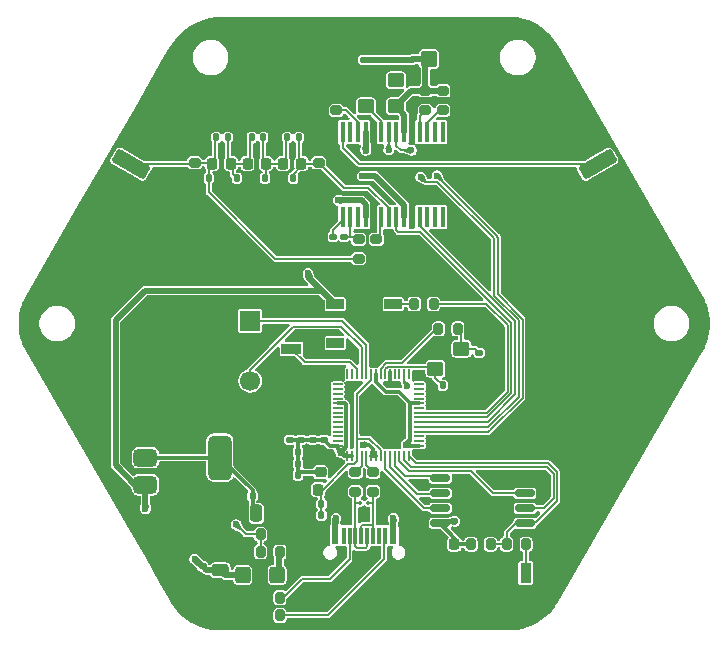
<source format=gbr>
%TF.GenerationSoftware,KiCad,Pcbnew,9.0.4-9.0.4-0~ubuntu22.04.1*%
%TF.CreationDate,2025-09-16T22:55:19+03:00*%
%TF.ProjectId,hexaGenMini-v1,68657861-4765-46e4-9d69-6e692d76312e,rev?*%
%TF.SameCoordinates,Original*%
%TF.FileFunction,Copper,L1,Top*%
%TF.FilePolarity,Positive*%
%FSLAX46Y46*%
G04 Gerber Fmt 4.6, Leading zero omitted, Abs format (unit mm)*
G04 Created by KiCad (PCBNEW 9.0.4-9.0.4-0~ubuntu22.04.1) date 2025-09-16 22:55:19*
%MOMM*%
%LPD*%
G01*
G04 APERTURE LIST*
G04 Aperture macros list*
%AMRoundRect*
0 Rectangle with rounded corners*
0 $1 Rounding radius*
0 $2 $3 $4 $5 $6 $7 $8 $9 X,Y pos of 4 corners*
0 Add a 4 corners polygon primitive as box body*
4,1,4,$2,$3,$4,$5,$6,$7,$8,$9,$2,$3,0*
0 Add four circle primitives for the rounded corners*
1,1,$1+$1,$2,$3*
1,1,$1+$1,$4,$5*
1,1,$1+$1,$6,$7*
1,1,$1+$1,$8,$9*
0 Add four rect primitives between the rounded corners*
20,1,$1+$1,$2,$3,$4,$5,0*
20,1,$1+$1,$4,$5,$6,$7,0*
20,1,$1+$1,$6,$7,$8,$9,0*
20,1,$1+$1,$8,$9,$2,$3,0*%
G04 Aperture macros list end*
%TA.AperFunction,SMDPad,CuDef*%
%ADD10RoundRect,0.200000X0.275000X-0.200000X0.275000X0.200000X-0.275000X0.200000X-0.275000X-0.200000X0*%
%TD*%
%TA.AperFunction,SMDPad,CuDef*%
%ADD11RoundRect,0.225000X-0.225000X-0.250000X0.225000X-0.250000X0.225000X0.250000X-0.225000X0.250000X0*%
%TD*%
%TA.AperFunction,SMDPad,CuDef*%
%ADD12RoundRect,0.140000X-0.170000X0.140000X-0.170000X-0.140000X0.170000X-0.140000X0.170000X0.140000X0*%
%TD*%
%TA.AperFunction,SMDPad,CuDef*%
%ADD13RoundRect,0.140000X0.170000X-0.140000X0.170000X0.140000X-0.170000X0.140000X-0.170000X-0.140000X0*%
%TD*%
%TA.AperFunction,SMDPad,CuDef*%
%ADD14RoundRect,0.200000X0.200000X0.275000X-0.200000X0.275000X-0.200000X-0.275000X0.200000X-0.275000X0*%
%TD*%
%TA.AperFunction,SMDPad,CuDef*%
%ADD15R,0.900000X1.700000*%
%TD*%
%TA.AperFunction,SMDPad,CuDef*%
%ADD16RoundRect,0.140000X0.140000X0.170000X-0.140000X0.170000X-0.140000X-0.170000X0.140000X-0.170000X0*%
%TD*%
%TA.AperFunction,ComponentPad*%
%ADD17R,1.700000X1.700000*%
%TD*%
%TA.AperFunction,ComponentPad*%
%ADD18C,1.700000*%
%TD*%
%TA.AperFunction,SMDPad,CuDef*%
%ADD19RoundRect,0.250000X-0.475000X0.250000X-0.475000X-0.250000X0.475000X-0.250000X0.475000X0.250000X0*%
%TD*%
%TA.AperFunction,SMDPad,CuDef*%
%ADD20RoundRect,0.250000X-0.457500X-0.445000X0.457500X-0.445000X0.457500X0.445000X-0.457500X0.445000X0*%
%TD*%
%TA.AperFunction,SMDPad,CuDef*%
%ADD21RoundRect,0.200000X-0.275000X0.200000X-0.275000X-0.200000X0.275000X-0.200000X0.275000X0.200000X0*%
%TD*%
%TA.AperFunction,SMDPad,CuDef*%
%ADD22R,1.700000X0.900000*%
%TD*%
%TA.AperFunction,SMDPad,CuDef*%
%ADD23RoundRect,0.090000X-0.660000X-0.360000X0.660000X-0.360000X0.660000X0.360000X-0.660000X0.360000X0*%
%TD*%
%TA.AperFunction,SMDPad,CuDef*%
%ADD24RoundRect,0.250000X-0.976634X1.008420X-1.361634X0.341580X0.976634X-1.008420X1.361634X-0.341580X0*%
%TD*%
%TA.AperFunction,SMDPad,CuDef*%
%ADD25RoundRect,0.250000X-1.173141X1.168061X-1.598141X0.431939X1.173141X-1.168061X1.598141X-0.431939X0*%
%TD*%
%TA.AperFunction,SMDPad,CuDef*%
%ADD26RoundRect,0.250000X-0.250000X-0.475000X0.250000X-0.475000X0.250000X0.475000X-0.250000X0.475000X0*%
%TD*%
%TA.AperFunction,SMDPad,CuDef*%
%ADD27RoundRect,0.162500X0.650000X0.162500X-0.650000X0.162500X-0.650000X-0.162500X0.650000X-0.162500X0*%
%TD*%
%TA.AperFunction,SMDPad,CuDef*%
%ADD28RoundRect,0.200000X-0.200000X-0.275000X0.200000X-0.275000X0.200000X0.275000X-0.200000X0.275000X0*%
%TD*%
%TA.AperFunction,SMDPad,CuDef*%
%ADD29RoundRect,0.218750X0.218750X0.256250X-0.218750X0.256250X-0.218750X-0.256250X0.218750X-0.256250X0*%
%TD*%
%TA.AperFunction,SMDPad,CuDef*%
%ADD30RoundRect,0.225000X0.250000X-0.225000X0.250000X0.225000X-0.250000X0.225000X-0.250000X-0.225000X0*%
%TD*%
%TA.AperFunction,SMDPad,CuDef*%
%ADD31RoundRect,0.140000X-0.140000X-0.170000X0.140000X-0.170000X0.140000X0.170000X-0.140000X0.170000X0*%
%TD*%
%TA.AperFunction,SMDPad,CuDef*%
%ADD32RoundRect,0.225000X0.225000X0.250000X-0.225000X0.250000X-0.225000X-0.250000X0.225000X-0.250000X0*%
%TD*%
%TA.AperFunction,SMDPad,CuDef*%
%ADD33RoundRect,0.250000X-0.450000X-0.350000X0.450000X-0.350000X0.450000X0.350000X-0.450000X0.350000X0*%
%TD*%
%TA.AperFunction,SMDPad,CuDef*%
%ADD34RoundRect,0.250000X0.450000X0.350000X-0.450000X0.350000X-0.450000X-0.350000X0.450000X-0.350000X0*%
%TD*%
%TA.AperFunction,SMDPad,CuDef*%
%ADD35RoundRect,0.250000X1.361634X0.341580X0.976634X1.008420X-1.361634X-0.341580X-0.976634X-1.008420X0*%
%TD*%
%TA.AperFunction,SMDPad,CuDef*%
%ADD36RoundRect,0.250000X1.598141X0.431939X1.173141X1.168061X-1.598141X-0.431939X-1.173141X-1.168061X0*%
%TD*%
%TA.AperFunction,SMDPad,CuDef*%
%ADD37RoundRect,0.375000X-0.625000X-0.375000X0.625000X-0.375000X0.625000X0.375000X-0.625000X0.375000X0*%
%TD*%
%TA.AperFunction,SMDPad,CuDef*%
%ADD38RoundRect,0.500000X-0.500000X-1.400000X0.500000X-1.400000X0.500000X1.400000X-0.500000X1.400000X0*%
%TD*%
%TA.AperFunction,SMDPad,CuDef*%
%ADD39R,0.600000X1.450000*%
%TD*%
%TA.AperFunction,SMDPad,CuDef*%
%ADD40R,0.300000X1.450000*%
%TD*%
%TA.AperFunction,HeatsinkPad*%
%ADD41O,1.000000X2.100000*%
%TD*%
%TA.AperFunction,HeatsinkPad*%
%ADD42O,1.000000X1.600000*%
%TD*%
%TA.AperFunction,SMDPad,CuDef*%
%ADD43RoundRect,0.250000X-0.400000X-0.450000X0.400000X-0.450000X0.400000X0.450000X-0.400000X0.450000X0*%
%TD*%
%TA.AperFunction,SMDPad,CuDef*%
%ADD44RoundRect,0.050000X0.387500X0.050000X-0.387500X0.050000X-0.387500X-0.050000X0.387500X-0.050000X0*%
%TD*%
%TA.AperFunction,SMDPad,CuDef*%
%ADD45RoundRect,0.050000X0.050000X0.387500X-0.050000X0.387500X-0.050000X-0.387500X0.050000X-0.387500X0*%
%TD*%
%TA.AperFunction,HeatsinkPad*%
%ADD46R,3.200000X3.200000*%
%TD*%
%TA.AperFunction,SMDPad,CuDef*%
%ADD47R,0.450000X1.750000*%
%TD*%
%TA.AperFunction,SMDPad,CuDef*%
%ADD48RoundRect,0.075000X0.075000X0.075000X-0.075000X0.075000X-0.075000X-0.075000X0.075000X-0.075000X0*%
%TD*%
%TA.AperFunction,ViaPad*%
%ADD49C,0.600000*%
%TD*%
%TA.AperFunction,Conductor*%
%ADD50C,0.500000*%
%TD*%
%TA.AperFunction,Conductor*%
%ADD51C,0.200000*%
%TD*%
%TA.AperFunction,Conductor*%
%ADD52C,0.300000*%
%TD*%
G04 APERTURE END LIST*
D10*
%TO.P,R7,1*%
%TO.N,/CONNECTOR/USB_DN*%
X159220000Y-98225000D03*
%TO.P,R7,2*%
%TO.N,Net-(U2-USB_DM)*%
X159220000Y-96575000D03*
%TD*%
D11*
%TO.P,C7,1*%
%TO.N,GND*%
X154525000Y-98070000D03*
%TO.P,C7,2*%
%TO.N,+1V1*%
X156075000Y-98070000D03*
%TD*%
D12*
%TO.P,C23,1*%
%TO.N,GND*%
X159935000Y-60710000D03*
%TO.P,C23,2*%
%TO.N,+5V*%
X159935000Y-61670000D03*
%TD*%
D10*
%TO.P,R15,1*%
%TO.N,GND*%
X160995000Y-78505000D03*
%TO.P,R15,2*%
%TO.N,Net-(U3-IOUTB)*%
X160995000Y-76855000D03*
%TD*%
D13*
%TO.P,C14,1*%
%TO.N,+3.3V*%
X154630000Y-93850000D03*
%TO.P,C14,2*%
%TO.N,GND*%
X154630000Y-92890000D03*
%TD*%
D14*
%TO.P,R9,1*%
%TO.N,Net-(R9-Pad1)*%
X173675000Y-102680000D03*
%TO.P,R9,2*%
%TO.N,/MCU/QSPI_SS*%
X172025000Y-102680000D03*
%TD*%
D15*
%TO.P,SW2,1,1*%
%TO.N,GND*%
X170230000Y-105110000D03*
%TO.P,SW2,2,2*%
%TO.N,Net-(R9-Pad1)*%
X173630000Y-105110000D03*
%TD*%
D16*
%TO.P,C27,1*%
%TO.N,GND*%
X152530833Y-71705000D03*
%TO.P,C27,2*%
%TO.N,Net-(C27-Pad2)*%
X151570833Y-71705000D03*
%TD*%
D17*
%TO.P,J3,1,Pin_1*%
%TO.N,/MCU/SWCLK*%
X150310000Y-83780000D03*
D18*
%TO.P,J3,2,Pin_2*%
%TO.N,GND*%
X150310000Y-86320000D03*
%TO.P,J3,3,Pin_3*%
%TO.N,/MCU/SWD*%
X150310000Y-88860000D03*
%TD*%
D19*
%TO.P,C1,1*%
%TO.N,+5V*%
X147772500Y-104870000D03*
%TO.P,C1,2*%
%TO.N,GND*%
X147772500Y-106770000D03*
%TD*%
D20*
%TO.P,C25,1*%
%TO.N,+5V*%
X165467500Y-61620000D03*
%TO.P,C25,2*%
%TO.N,GND*%
X168172500Y-61620000D03*
%TD*%
D21*
%TO.P,R10,1*%
%TO.N,+5V*%
X165145000Y-64295000D03*
%TO.P,R10,2*%
%TO.N,Net-(U3-D0)*%
X165145000Y-65945000D03*
%TD*%
%TO.P,R17,1*%
%TO.N,Net-(J2-In)*%
X145617500Y-70385000D03*
%TO.P,R17,2*%
%TO.N,GND*%
X145617500Y-72035000D03*
%TD*%
D14*
%TO.P,R5,1*%
%TO.N,Net-(C6-Pad2)*%
X167905000Y-84450000D03*
%TO.P,R5,2*%
%TO.N,Net-(U2-XOUT)*%
X166255000Y-84450000D03*
%TD*%
D16*
%TO.P,C5,1*%
%TO.N,GND*%
X167570000Y-89230000D03*
%TO.P,C5,2*%
%TO.N,Net-(U2-XIN)*%
X166610000Y-89230000D03*
%TD*%
D22*
%TO.P,SW1,1,1*%
%TO.N,GND*%
X153800000Y-82730000D03*
%TO.P,SW1,2,2*%
%TO.N,Net-(U2-RUN)*%
X153800000Y-86130000D03*
%TD*%
D12*
%TO.P,C24,1*%
%TO.N,GND*%
X163935000Y-60710000D03*
%TO.P,C24,2*%
%TO.N,+5V*%
X163935000Y-61670000D03*
%TD*%
D21*
%TO.P,R11,1*%
%TO.N,+5V*%
X166635000Y-64295000D03*
%TO.P,R11,2*%
%TO.N,Net-(U3-D1)*%
X166635000Y-65945000D03*
%TD*%
D23*
%TO.P,D2,1,VDD*%
%TO.N,+5V*%
X157522540Y-82350000D03*
%TO.P,D2,2,DOUT*%
%TO.N,unconnected-(D2-DOUT-Pad2)*%
X157522540Y-85650000D03*
%TO.P,D2,3,VSS*%
%TO.N,GND*%
X162422540Y-85650000D03*
%TO.P,D2,4,DIN*%
%TO.N,Net-(D2-DIN)*%
X162422540Y-82350000D03*
%TD*%
D24*
%TO.P,J2,1,In*%
%TO.N,Net-(J2-In)*%
X140222540Y-70500000D03*
D25*
%TO.P,J2,2,Ext*%
%TO.N,GND*%
X139026546Y-73071522D03*
X141851546Y-68178478D03*
%TD*%
D12*
%TO.P,C21,1*%
%TO.N,GND*%
X162935000Y-60710000D03*
%TO.P,C21,2*%
%TO.N,+5V*%
X162935000Y-61670000D03*
%TD*%
D14*
%TO.P,R8,1*%
%TO.N,/MCU/QSPI_SS*%
X170665000Y-102680000D03*
%TO.P,R8,2*%
%TO.N,+3.3V*%
X169015000Y-102680000D03*
%TD*%
D26*
%TO.P,C4,1*%
%TO.N,+3.3V*%
X150842500Y-100080000D03*
%TO.P,C4,2*%
%TO.N,GND*%
X152742500Y-100080000D03*
%TD*%
D16*
%TO.P,C30,1*%
%TO.N,/DDS/DDS_IOUT*%
X154420000Y-68240000D03*
%TO.P,C30,2*%
%TO.N,Net-(C27-Pad2)*%
X153460000Y-68240000D03*
%TD*%
D14*
%TO.P,R19,1*%
%TO.N,/MCU/RGB_LED*%
X165845000Y-82340000D03*
%TO.P,R19,2*%
%TO.N,Net-(D2-DIN)*%
X164195000Y-82340000D03*
%TD*%
D13*
%TO.P,C16,1*%
%TO.N,+3.3V*%
X156550000Y-93850000D03*
%TO.P,C16,2*%
%TO.N,GND*%
X156550000Y-92890000D03*
%TD*%
D27*
%TO.P,U5,1,~{CS}*%
%TO.N,/MCU/QSPI_SS*%
X173587500Y-100925000D03*
%TO.P,U5,2,DO/IO_{1}*%
%TO.N,/MCU/QSPI_SD1*%
X173587500Y-99655000D03*
%TO.P,U5,3,~{WP}/IO_{2}*%
%TO.N,/MCU/QSPI_SD2*%
X173587500Y-98385000D03*
%TO.P,U5,4,GND*%
%TO.N,GND*%
X173587500Y-97115000D03*
%TO.P,U5,5,DI/IO_{0}*%
%TO.N,/MCU/QSPI_SD0*%
X166412500Y-97115000D03*
%TO.P,U5,6,CLK*%
%TO.N,/MCU/QSPI_SCLK*%
X166412500Y-98385000D03*
%TO.P,U5,7,~{HOLD}/~{RESET}/IO_{3}*%
%TO.N,/MCU/QSPI_SD3*%
X166412500Y-99655000D03*
%TO.P,U5,8,VCC*%
%TO.N,+3.3V*%
X166412500Y-100925000D03*
%TD*%
D28*
%TO.P,R2,1*%
%TO.N,GND*%
X151187500Y-108710000D03*
%TO.P,R2,2*%
%TO.N,Net-(J4-CC2)*%
X152837500Y-108710000D03*
%TD*%
D29*
%TO.P,L3,1*%
%TO.N,Net-(C28-Pad2)*%
X148665000Y-70460000D03*
%TO.P,L3,2*%
%TO.N,Net-(J2-In)*%
X147090000Y-70460000D03*
%TD*%
D30*
%TO.P,C8,1*%
%TO.N,+3.3V*%
X156280000Y-96590000D03*
%TO.P,C8,2*%
%TO.N,GND*%
X156280000Y-95040000D03*
%TD*%
D28*
%TO.P,R1,1*%
%TO.N,GND*%
X151187500Y-107210000D03*
%TO.P,R1,2*%
%TO.N,Net-(J4-CC1)*%
X152837500Y-107210000D03*
%TD*%
D16*
%TO.P,C12,1*%
%TO.N,+3.3V*%
X154360000Y-94910000D03*
%TO.P,C12,2*%
%TO.N,GND*%
X153400000Y-94910000D03*
%TD*%
D13*
%TO.P,C15,1*%
%TO.N,+3.3V*%
X155590000Y-93850000D03*
%TO.P,C15,2*%
%TO.N,GND*%
X155590000Y-92890000D03*
%TD*%
D12*
%TO.P,C2,1*%
%TO.N,+5V*%
X146292500Y-104550000D03*
%TO.P,C2,2*%
%TO.N,GND*%
X146292500Y-105510000D03*
%TD*%
D31*
%TO.P,C3,1*%
%TO.N,+3.3V*%
X150512500Y-98600000D03*
%TO.P,C3,2*%
%TO.N,GND*%
X151472500Y-98600000D03*
%TD*%
D32*
%TO.P,C18,1*%
%TO.N,+3.3V*%
X167605000Y-102680000D03*
%TO.P,C18,2*%
%TO.N,GND*%
X166055000Y-102680000D03*
%TD*%
D21*
%TO.P,R16,1*%
%TO.N,/DDS/DDS_IOUT*%
X156117500Y-70385000D03*
%TO.P,R16,2*%
%TO.N,GND*%
X156117500Y-72035000D03*
%TD*%
D16*
%TO.P,C29,1*%
%TO.N,GND*%
X147777500Y-71705000D03*
%TO.P,C29,2*%
%TO.N,Net-(J2-In)*%
X146817500Y-71705000D03*
%TD*%
D33*
%TO.P,Y1,1,1*%
%TO.N,Net-(U2-XIN)*%
X166000000Y-87830000D03*
%TO.P,Y1,2,2*%
%TO.N,GND*%
X168200000Y-87830000D03*
%TO.P,Y1,3,3*%
%TO.N,Net-(C6-Pad2)*%
X168200000Y-86130000D03*
%TO.P,Y1,4,4*%
%TO.N,GND*%
X166000000Y-86130000D03*
%TD*%
D12*
%TO.P,C19,1*%
%TO.N,/DDS/DDS_VINP*%
X158275000Y-76630000D03*
%TO.P,C19,2*%
%TO.N,GND*%
X158275000Y-77590000D03*
%TD*%
D29*
%TO.P,L1,1*%
%TO.N,/DDS/DDS_IOUT*%
X154652500Y-70460000D03*
%TO.P,L1,2*%
%TO.N,Net-(C27-Pad2)*%
X153077500Y-70460000D03*
%TD*%
D34*
%TO.P,Y2,1,EN*%
%TO.N,unconnected-(Y2-EN-Pad1)*%
X162650000Y-63400000D03*
%TO.P,Y2,2,GND*%
%TO.N,GND*%
X160110000Y-63400000D03*
%TO.P,Y2,3,OUT*%
%TO.N,/DDS/DDS_CLKIN*%
X160110000Y-65600000D03*
%TO.P,Y2,4,V+*%
%TO.N,+5V*%
X162650000Y-65600000D03*
%TD*%
D35*
%TO.P,J1,1,In*%
%TO.N,Net-(J1-In)*%
X179722540Y-70500000D03*
D36*
%TO.P,J1,2,Ext*%
%TO.N,GND*%
X178093534Y-68178478D03*
X180918534Y-73071522D03*
%TD*%
D28*
%TO.P,R3,1*%
%TO.N,/CONNECTOR/USB_VBUS_PIN*%
X151187500Y-103340000D03*
%TO.P,R3,2*%
%TO.N,VBUS*%
X152837500Y-103340000D03*
%TD*%
D14*
%TO.P,R4,1*%
%TO.N,GND*%
X152837500Y-101840000D03*
%TO.P,R4,2*%
%TO.N,/CONNECTOR/USB_VBUS_PIN*%
X151187500Y-101840000D03*
%TD*%
D12*
%TO.P,C22,1*%
%TO.N,GND*%
X160935000Y-60710000D03*
%TO.P,C22,2*%
%TO.N,+5V*%
X160935000Y-61670000D03*
%TD*%
D16*
%TO.P,C10,1*%
%TO.N,+1V1*%
X156350000Y-100230000D03*
%TO.P,C10,2*%
%TO.N,GND*%
X155390000Y-100230000D03*
%TD*%
D13*
%TO.P,C6,1*%
%TO.N,GND*%
X169710000Y-87450000D03*
%TO.P,C6,2*%
%TO.N,Net-(C6-Pad2)*%
X169710000Y-86490000D03*
%TD*%
D16*
%TO.P,C9,1*%
%TO.N,+1V1*%
X156350000Y-99280000D03*
%TO.P,C9,2*%
%TO.N,GND*%
X155390000Y-99280000D03*
%TD*%
D37*
%TO.P,U1,1,GND*%
%TO.N,GND*%
X141450000Y-93057500D03*
%TO.P,U1,2,VO*%
%TO.N,+3.3V*%
X141450000Y-95357500D03*
D38*
X147750000Y-95357500D03*
D37*
%TO.P,U1,3,VI*%
%TO.N,+5V*%
X141450000Y-97657500D03*
%TD*%
D10*
%TO.P,R6,1*%
%TO.N,/CONNECTOR/USB_DP*%
X160720000Y-98225000D03*
%TO.P,R6,2*%
%TO.N,Net-(U2-USB_DP)*%
X160720000Y-96575000D03*
%TD*%
D39*
%TO.P,J4,A1,GND*%
%TO.N,GND*%
X156722540Y-101955000D03*
%TO.P,J4,A4,VBUS*%
%TO.N,VBUS*%
X157522540Y-101955000D03*
D40*
%TO.P,J4,A5,CC1*%
%TO.N,Net-(J4-CC1)*%
X158722540Y-101955000D03*
%TO.P,J4,A6,D+*%
%TO.N,/CONNECTOR/USB_DP*%
X159722540Y-101955000D03*
%TO.P,J4,A7,D-*%
%TO.N,/CONNECTOR/USB_DN*%
X160222540Y-101955000D03*
%TO.P,J4,A8,SBU1*%
%TO.N,unconnected-(J4-SBU1-PadA8)*%
X161222540Y-101955000D03*
D39*
%TO.P,J4,A9,VBUS*%
%TO.N,VBUS*%
X162422540Y-101955000D03*
%TO.P,J4,A12,GND*%
%TO.N,GND*%
X163222540Y-101955000D03*
%TO.P,J4,B1,GND*%
X163222540Y-101955000D03*
%TO.P,J4,B4,VBUS*%
%TO.N,VBUS*%
X162422540Y-101955000D03*
D40*
%TO.P,J4,B5,CC2*%
%TO.N,Net-(J4-CC2)*%
X161722540Y-101955000D03*
%TO.P,J4,B6,D+*%
%TO.N,/CONNECTOR/USB_DP*%
X160722540Y-101955000D03*
%TO.P,J4,B7,D-*%
%TO.N,/CONNECTOR/USB_DN*%
X159222540Y-101955000D03*
%TO.P,J4,B8,SBU2*%
%TO.N,unconnected-(J4-SBU2-PadB8)*%
X158222540Y-101955000D03*
D39*
%TO.P,J4,B9,VBUS*%
%TO.N,VBUS*%
X157522540Y-101955000D03*
%TO.P,J4,B12,GND*%
%TO.N,GND*%
X156722540Y-101955000D03*
D41*
%TO.P,J4,S1,SHIELD*%
X155652540Y-102870000D03*
D42*
X155652540Y-107050000D03*
D41*
X164292540Y-102870000D03*
D42*
X164292540Y-107050000D03*
%TD*%
D16*
%TO.P,C26,1*%
%TO.N,GND*%
X154907500Y-71705000D03*
%TO.P,C26,2*%
%TO.N,/DDS/DDS_IOUT*%
X153947500Y-71705000D03*
%TD*%
D43*
%TO.P,D1,1,A1*%
%TO.N,+5V*%
X149692500Y-105270000D03*
%TO.P,D1,2,A2*%
%TO.N,VBUS*%
X152592500Y-105270000D03*
%TD*%
D44*
%TO.P,U2,1,IOVDD*%
%TO.N,+3.3V*%
X164587500Y-94350000D03*
%TO.P,U2,2,GPIO0*%
%TO.N,unconnected-(U2-GPIO0-Pad2)*%
X164587500Y-93950000D03*
%TO.P,U2,3,GPIO1*%
%TO.N,unconnected-(U2-GPIO1-Pad3)*%
X164587500Y-93550000D03*
%TO.P,U2,4,GPIO2*%
%TO.N,/DDS/DDS_W_CLK*%
X164587500Y-93150000D03*
%TO.P,U2,5,GPIO3*%
%TO.N,/DDS/DDS_FQ_UD*%
X164587500Y-92750000D03*
%TO.P,U2,6,GPIO4*%
%TO.N,/DDS/DDS_D7*%
X164587500Y-92350000D03*
%TO.P,U2,7,GPIO5*%
%TO.N,/DDS/DDS_RESET*%
X164587500Y-91950000D03*
%TO.P,U2,8,GPIO6*%
%TO.N,/MCU/RGB_LED*%
X164587500Y-91550000D03*
%TO.P,U2,9,GPIO7*%
%TO.N,unconnected-(U2-GPIO7-Pad9)*%
X164587500Y-91150000D03*
%TO.P,U2,10,IOVDD*%
%TO.N,+3.3V*%
X164587500Y-90750000D03*
%TO.P,U2,11,GPIO8*%
%TO.N,unconnected-(U2-GPIO8-Pad11)*%
X164587500Y-90350000D03*
%TO.P,U2,12,GPIO9*%
%TO.N,unconnected-(U2-GPIO9-Pad12)*%
X164587500Y-89950000D03*
%TO.P,U2,13,GPIO10*%
%TO.N,unconnected-(U2-GPIO10-Pad13)*%
X164587500Y-89550000D03*
%TO.P,U2,14,GPIO11*%
%TO.N,unconnected-(U2-GPIO11-Pad14)*%
X164587500Y-89150000D03*
D45*
%TO.P,U2,15,GPIO12*%
%TO.N,unconnected-(U2-GPIO12-Pad15)*%
X163750000Y-88312500D03*
%TO.P,U2,16,GPIO13*%
%TO.N,/CONNECTOR/USB_VBUS_PIN*%
X163350000Y-88312500D03*
%TO.P,U2,17,GPIO14*%
%TO.N,unconnected-(U2-GPIO14-Pad17)*%
X162950000Y-88312500D03*
%TO.P,U2,18,GPIO15*%
%TO.N,unconnected-(U2-GPIO15-Pad18)*%
X162550000Y-88312500D03*
%TO.P,U2,19,TESTEN*%
%TO.N,GND*%
X162150000Y-88312500D03*
%TO.P,U2,20,XIN*%
%TO.N,Net-(U2-XIN)*%
X161750000Y-88312500D03*
%TO.P,U2,21,XOUT*%
%TO.N,Net-(U2-XOUT)*%
X161350000Y-88312500D03*
%TO.P,U2,22,IOVDD*%
%TO.N,+3.3V*%
X160950000Y-88312500D03*
%TO.P,U2,23,DVDD*%
%TO.N,+1V1*%
X160550000Y-88312500D03*
%TO.P,U2,24,SWCLK*%
%TO.N,/MCU/SWCLK*%
X160150000Y-88312500D03*
%TO.P,U2,25,SWD*%
%TO.N,/MCU/SWD*%
X159750000Y-88312500D03*
%TO.P,U2,26,RUN*%
%TO.N,Net-(U2-RUN)*%
X159350000Y-88312500D03*
%TO.P,U2,27,GPIO16*%
%TO.N,unconnected-(U2-GPIO16-Pad27)*%
X158950000Y-88312500D03*
%TO.P,U2,28,GPIO17*%
%TO.N,unconnected-(U2-GPIO17-Pad28)*%
X158550000Y-88312500D03*
D44*
%TO.P,U2,29,GPIO18*%
%TO.N,unconnected-(U2-GPIO18-Pad29)*%
X157712500Y-89150000D03*
%TO.P,U2,30,GPIO19*%
%TO.N,unconnected-(U2-GPIO19-Pad30)*%
X157712500Y-89550000D03*
%TO.P,U2,31,GPIO20*%
%TO.N,unconnected-(U2-GPIO20-Pad31)*%
X157712500Y-89950000D03*
%TO.P,U2,32,GPIO21*%
%TO.N,unconnected-(U2-GPIO21-Pad32)*%
X157712500Y-90350000D03*
%TO.P,U2,33,IOVDD*%
%TO.N,+3.3V*%
X157712500Y-90750000D03*
%TO.P,U2,34,GPIO22*%
%TO.N,unconnected-(U2-GPIO22-Pad34)*%
X157712500Y-91150000D03*
%TO.P,U2,35,GPIO23*%
%TO.N,unconnected-(U2-GPIO23-Pad35)*%
X157712500Y-91550000D03*
%TO.P,U2,36,GPIO24*%
%TO.N,unconnected-(U2-GPIO24-Pad36)*%
X157712500Y-91950000D03*
%TO.P,U2,37,GPIO25*%
%TO.N,unconnected-(U2-GPIO25-Pad37)*%
X157712500Y-92350000D03*
%TO.P,U2,38,GPIO26_ADC0*%
%TO.N,unconnected-(U2-GPIO26_ADC0-Pad38)*%
X157712500Y-92750000D03*
%TO.P,U2,39,GPIO27_ADC1*%
%TO.N,unconnected-(U2-GPIO27_ADC1-Pad39)*%
X157712500Y-93150000D03*
%TO.P,U2,40,GPIO28_ADC2*%
%TO.N,unconnected-(U2-GPIO28_ADC2-Pad40)*%
X157712500Y-93550000D03*
%TO.P,U2,41,GPIO29_ADC3*%
%TO.N,unconnected-(U2-GPIO29_ADC3-Pad41)*%
X157712500Y-93950000D03*
%TO.P,U2,42,IOVDD*%
%TO.N,+3.3V*%
X157712500Y-94350000D03*
D45*
%TO.P,U2,43,ADC_AVDD*%
X158550000Y-95187500D03*
%TO.P,U2,44,VREG_IN*%
X158950000Y-95187500D03*
%TO.P,U2,45,VREG_VOUT*%
%TO.N,+1V1*%
X159350000Y-95187500D03*
%TO.P,U2,46,USB_DM*%
%TO.N,Net-(U2-USB_DM)*%
X159750000Y-95187500D03*
%TO.P,U2,47,USB_DP*%
%TO.N,Net-(U2-USB_DP)*%
X160150000Y-95187500D03*
%TO.P,U2,48,USB_VDD*%
%TO.N,+3.3V*%
X160550000Y-95187500D03*
%TO.P,U2,49,IOVDD*%
X160950000Y-95187500D03*
%TO.P,U2,50,DVDD*%
%TO.N,+1V1*%
X161350000Y-95187500D03*
%TO.P,U2,51,QSPI_SD3*%
%TO.N,/MCU/QSPI_SD3*%
X161750000Y-95187500D03*
%TO.P,U2,52,QSPI_SCLK*%
%TO.N,/MCU/QSPI_SCLK*%
X162150000Y-95187500D03*
%TO.P,U2,53,QSPI_SD0*%
%TO.N,/MCU/QSPI_SD0*%
X162550000Y-95187500D03*
%TO.P,U2,54,QSPI_SD2*%
%TO.N,/MCU/QSPI_SD2*%
X162950000Y-95187500D03*
%TO.P,U2,55,QSPI_SD1*%
%TO.N,/MCU/QSPI_SD1*%
X163350000Y-95187500D03*
%TO.P,U2,56,QSPI_SS*%
%TO.N,/MCU/QSPI_SS*%
X163750000Y-95187500D03*
D46*
%TO.P,U2,57,GND*%
%TO.N,GND*%
X161150000Y-91750000D03*
%TD*%
D16*
%TO.P,C32,1*%
%TO.N,Net-(C28-Pad2)*%
X148420000Y-68240000D03*
%TO.P,C32,2*%
%TO.N,Net-(J2-In)*%
X147460000Y-68240000D03*
%TD*%
D10*
%TO.P,R13,1*%
%TO.N,Net-(J2-In)*%
X159495000Y-78505000D03*
%TO.P,R13,2*%
%TO.N,/DDS/DDS_VINP*%
X159495000Y-76855000D03*
%TD*%
D47*
%TO.P,U3,1,D3*%
%TO.N,unconnected-(U3-D3-Pad1)*%
X166600000Y-67800000D03*
%TO.P,U3,2,D2*%
%TO.N,unconnected-(U3-D2-Pad2)*%
X165950000Y-67800000D03*
%TO.P,U3,3,D1*%
%TO.N,Net-(U3-D1)*%
X165300000Y-67800000D03*
%TO.P,U3,4,D0*%
%TO.N,Net-(U3-D0)*%
X164650000Y-67800000D03*
%TO.P,U3,5,DGND*%
%TO.N,GND*%
X164000000Y-67800000D03*
%TO.P,U3,6,DVDD*%
%TO.N,+5V*%
X163350000Y-67800000D03*
%TO.P,U3,7,W_CLK*%
%TO.N,/DDS/DDS_W_CLK*%
X162700000Y-67800000D03*
%TO.P,U3,8,FQ_UD*%
%TO.N,/DDS/DDS_FQ_UD*%
X162050000Y-67800000D03*
%TO.P,U3,9,CLKIN*%
%TO.N,/DDS/DDS_CLKIN*%
X161400000Y-67800000D03*
%TO.P,U3,10,AGND*%
%TO.N,GND*%
X160750000Y-67800000D03*
%TO.P,U3,11,AVDD*%
%TO.N,+5V*%
X160100000Y-67800000D03*
%TO.P,U3,12,RSET*%
%TO.N,Net-(U3-RSET)*%
X159450000Y-67800000D03*
%TO.P,U3,13,QOUTB*%
%TO.N,unconnected-(U3-QOUTB-Pad13)*%
X158800000Y-67800000D03*
%TO.P,U3,14,QOUT*%
%TO.N,Net-(J1-In)*%
X158150000Y-67800000D03*
%TO.P,U3,15,VINN*%
%TO.N,Net-(U3-VINN)*%
X158150000Y-75000000D03*
%TO.P,U3,16,VINP*%
%TO.N,/DDS/DDS_VINP*%
X158800000Y-75000000D03*
%TO.P,U3,17,DACBL*%
%TO.N,unconnected-(U3-DACBL-Pad17)*%
X159450000Y-75000000D03*
%TO.P,U3,18,AVDD*%
%TO.N,+5V*%
X160100000Y-75000000D03*
%TO.P,U3,19,AGND*%
%TO.N,GND*%
X160750000Y-75000000D03*
%TO.P,U3,20,IOUTB*%
%TO.N,Net-(U3-IOUTB)*%
X161400000Y-75000000D03*
%TO.P,U3,21,IOUT*%
%TO.N,/DDS/DDS_IOUT*%
X162050000Y-75000000D03*
%TO.P,U3,22,RESET*%
%TO.N,/DDS/DDS_RESET*%
X162700000Y-75000000D03*
%TO.P,U3,23,DVDD*%
%TO.N,+5V*%
X163350000Y-75000000D03*
%TO.P,U3,24,DGND*%
%TO.N,GND*%
X164000000Y-75000000D03*
%TO.P,U3,25,D7*%
%TO.N,/DDS/DDS_D7*%
X164650000Y-75000000D03*
%TO.P,U3,26,D6*%
%TO.N,unconnected-(U3-D6-Pad26)*%
X165300000Y-75000000D03*
%TO.P,U3,27,D5*%
%TO.N,unconnected-(U3-D5-Pad27)*%
X165950000Y-75000000D03*
%TO.P,U3,28,D4*%
%TO.N,unconnected-(U3-D4-Pad28)*%
X166600000Y-75000000D03*
%TD*%
D13*
%TO.P,C13,1*%
%TO.N,+3.3V*%
X153660000Y-93850000D03*
%TO.P,C13,2*%
%TO.N,GND*%
X153660000Y-92890000D03*
%TD*%
D10*
%TO.P,R12,1*%
%TO.N,Net-(U3-RSET)*%
X157605000Y-65945000D03*
%TO.P,R12,2*%
%TO.N,GND*%
X157605000Y-64295000D03*
%TD*%
D16*
%TO.P,C28,1*%
%TO.N,GND*%
X150154167Y-71705000D03*
%TO.P,C28,2*%
%TO.N,Net-(C28-Pad2)*%
X149194167Y-71705000D03*
%TD*%
D29*
%TO.P,L2,1*%
%TO.N,Net-(C27-Pad2)*%
X151665000Y-70460000D03*
%TO.P,L2,2*%
%TO.N,Net-(C28-Pad2)*%
X150090000Y-70460000D03*
%TD*%
D16*
%TO.P,C17,1*%
%TO.N,+3.3V*%
X154360000Y-96835000D03*
%TO.P,C17,2*%
%TO.N,GND*%
X153400000Y-96835000D03*
%TD*%
D12*
%TO.P,C33,1*%
%TO.N,Net-(U3-VINN)*%
X157335000Y-76630000D03*
%TO.P,C33,2*%
%TO.N,GND*%
X157335000Y-77590000D03*
%TD*%
D48*
%TO.P,U4,1,D+*%
%TO.N,/CONNECTOR/USB_DP*%
X160320000Y-99200000D03*
%TO.P,U4,2,D-*%
%TO.N,/CONNECTOR/USB_DN*%
X159620000Y-99200000D03*
%TO.P,U4,3,GND*%
%TO.N,GND*%
X159970000Y-100050000D03*
%TD*%
D16*
%TO.P,C31,1*%
%TO.N,Net-(C27-Pad2)*%
X151420000Y-68240000D03*
%TO.P,C31,2*%
%TO.N,Net-(C28-Pad2)*%
X150460000Y-68240000D03*
%TD*%
D12*
%TO.P,C20,1*%
%TO.N,GND*%
X161935000Y-60710000D03*
%TO.P,C20,2*%
%TO.N,+5V*%
X161935000Y-61670000D03*
%TD*%
D16*
%TO.P,C11,1*%
%TO.N,+3.3V*%
X154360000Y-95880000D03*
%TO.P,C11,2*%
%TO.N,GND*%
X153400000Y-95880000D03*
%TD*%
D49*
%TO.N,+5V*%
X157745000Y-73555000D03*
X162650000Y-65600000D03*
X160100000Y-69350000D03*
X159790000Y-71510000D03*
X155220000Y-79740000D03*
X145600000Y-103940000D03*
X141450000Y-99707500D03*
%TO.N,GND*%
X160050000Y-90670000D03*
X178130000Y-72230000D03*
X160920000Y-63090000D03*
X148180000Y-66120000D03*
X153640000Y-73620000D03*
X167710000Y-77150000D03*
X162760000Y-79740000D03*
X137530000Y-79740000D03*
X153130000Y-66210000D03*
X160960000Y-87230000D03*
X155820000Y-85010000D03*
X169600000Y-71160000D03*
X165380000Y-69670000D03*
X154050000Y-79740000D03*
X170220000Y-99130000D03*
X178140000Y-69640000D03*
X143390000Y-71230000D03*
X148370000Y-75650000D03*
X170530000Y-69520000D03*
X142470000Y-71240000D03*
X140210000Y-72110000D03*
X145730000Y-84500000D03*
X165990000Y-73240000D03*
X175110000Y-79740000D03*
X155850000Y-94630000D03*
X158320000Y-71460000D03*
X152740000Y-77620000D03*
X150370000Y-73560000D03*
X160620000Y-89740000D03*
X150670000Y-75660000D03*
X140450000Y-79740000D03*
X155070000Y-73840000D03*
X136130000Y-90100000D03*
X135340000Y-79740000D03*
X157800000Y-70270000D03*
X168810000Y-100820000D03*
X169120000Y-90410000D03*
X162100000Y-92740000D03*
X168640000Y-108410000D03*
X158810000Y-89440000D03*
X154210000Y-77660000D03*
X156010000Y-69220000D03*
X158890000Y-86240000D03*
X172030000Y-69500000D03*
X149520000Y-74450000D03*
X172520000Y-79740000D03*
X176340000Y-71190000D03*
X159890000Y-100490000D03*
X152420000Y-79740000D03*
X160490000Y-108160000D03*
X146740000Y-87580000D03*
X168810000Y-98010000D03*
X168330000Y-69530000D03*
X166690000Y-69690000D03*
X165660000Y-79740000D03*
X161020000Y-69360000D03*
X155150000Y-66320000D03*
X160140000Y-92760000D03*
X150220000Y-79740000D03*
X149960000Y-66230000D03*
X151740000Y-76690000D03*
X151620000Y-66200000D03*
X148590000Y-73560000D03*
X136930000Y-92830000D03*
X156210000Y-77660000D03*
X171370000Y-71110000D03*
X141550000Y-69660000D03*
X149750000Y-77000000D03*
X180450000Y-79740000D03*
X147120000Y-74420000D03*
X152520000Y-69000000D03*
X147920000Y-79740000D03*
X171830000Y-105160000D03*
X167130000Y-106310000D03*
X173860000Y-69500000D03*
X174860000Y-71150000D03*
X172020000Y-99570000D03*
X171440000Y-97310000D03*
X169340000Y-78420000D03*
X183520000Y-79740000D03*
X173590000Y-93990000D03*
X143910000Y-69580000D03*
X142230000Y-73080000D03*
X145550000Y-79740000D03*
X180860000Y-71360000D03*
X162150000Y-89160000D03*
X146380000Y-67870000D03*
X151970000Y-73600000D03*
X177460000Y-79740000D03*
X140070000Y-68810000D03*
X143960000Y-73180000D03*
X179540000Y-68940000D03*
X159420000Y-63990000D03*
X145700000Y-73280000D03*
X161540000Y-106520000D03*
X145520000Y-89960000D03*
X143190000Y-79740000D03*
X141870000Y-85550000D03*
X145000000Y-69000000D03*
X173270000Y-71160000D03*
X138690000Y-71280000D03*
X143000000Y-88040000D03*
X150910000Y-78270000D03*
X170990000Y-100910000D03*
X149250000Y-68980000D03*
X175390000Y-69500000D03*
X156150000Y-67960000D03*
X164200000Y-72890000D03*
X162240000Y-71350000D03*
X146520000Y-66430000D03*
X179560000Y-72080000D03*
X168670000Y-75640000D03*
X161150000Y-91750000D03*
X162050000Y-90770000D03*
X146300000Y-69080000D03*
%TO.N,+3.3V*%
X157980000Y-94920000D03*
X167660000Y-100740000D03*
X159860000Y-94270000D03*
X156280000Y-96590000D03*
X163500000Y-94260000D03*
X150842500Y-100080000D03*
%TO.N,VBUS*%
X157570000Y-100490000D03*
X162440000Y-100450000D03*
X152592500Y-105270000D03*
%TO.N,/CONNECTOR/USB_VBUS_PIN*%
X149130000Y-101010000D03*
X163620000Y-89320000D03*
%TO.N,/DDS/DDS_FQ_UD*%
X164740000Y-71610000D03*
X162050000Y-69310000D03*
%TO.N,/DDS/DDS_W_CLK*%
X163970000Y-69330000D03*
X166120000Y-71480000D03*
%TD*%
D50*
%TO.N,+5V*%
X163955000Y-64295000D02*
X162650000Y-65600000D01*
X163350000Y-67800000D02*
X163350000Y-66300000D01*
X138930000Y-96010000D02*
X138930000Y-83660000D01*
X159745000Y-73570000D02*
X160100000Y-73925000D01*
X166635000Y-64295000D02*
X163955000Y-64295000D01*
X157760000Y-73570000D02*
X159745000Y-73570000D01*
X146210000Y-104550000D02*
X145600000Y-103940000D01*
X140577500Y-97657500D02*
X138930000Y-96010000D01*
X141450000Y-97657500D02*
X141450000Y-99707500D01*
X160100000Y-73925000D02*
X160100000Y-75000000D01*
X160915000Y-71490000D02*
X163350000Y-73925000D01*
X149692500Y-105270000D02*
X148172500Y-105270000D01*
X147772500Y-104870000D02*
X146612500Y-104870000D01*
X141380000Y-81210000D02*
X156382540Y-81210000D01*
X146612500Y-104870000D02*
X146292500Y-104550000D01*
X156382540Y-81210000D02*
X157522540Y-82350000D01*
X163350000Y-73925000D02*
X163350000Y-75000000D01*
X148172500Y-105270000D02*
X147772500Y-104870000D01*
X159790000Y-71510000D02*
X159810000Y-71490000D01*
X165467500Y-61620000D02*
X163985000Y-61620000D01*
X160100000Y-67800000D02*
X160100000Y-69350000D01*
X163935000Y-61670000D02*
X159935000Y-61670000D01*
X159810000Y-71490000D02*
X160915000Y-71490000D01*
X165145000Y-61942500D02*
X165467500Y-61620000D01*
X163985000Y-61620000D02*
X163935000Y-61670000D01*
X165145000Y-64295000D02*
X165145000Y-61942500D01*
X157745000Y-73555000D02*
X157760000Y-73570000D01*
X141450000Y-97657500D02*
X140577500Y-97657500D01*
X138930000Y-83660000D02*
X141380000Y-81210000D01*
X155220000Y-79740000D02*
X155220000Y-80047460D01*
X163350000Y-66300000D02*
X162650000Y-65600000D01*
X155220000Y-80047460D02*
X157522540Y-82350000D01*
X146292500Y-104550000D02*
X146210000Y-104550000D01*
D51*
%TO.N,GND*%
X161150000Y-91790000D02*
X162100000Y-92740000D01*
X161130000Y-91750000D02*
X160050000Y-90670000D01*
X161150000Y-91750000D02*
X161130000Y-91750000D01*
X162150000Y-88312500D02*
X162150000Y-89160000D01*
X159970000Y-100050000D02*
X159970000Y-100410000D01*
X161150000Y-91750000D02*
X160140000Y-92760000D01*
X161150000Y-91750000D02*
X161150000Y-91790000D01*
X159970000Y-100410000D02*
X159890000Y-100490000D01*
D52*
%TO.N,+3.3V*%
X163810000Y-90910000D02*
X163970000Y-90750000D01*
X141450000Y-95357500D02*
X147750000Y-95357500D01*
X163500000Y-94260000D02*
X163810000Y-93950000D01*
X150520000Y-98607500D02*
X150512500Y-98600000D01*
X153660000Y-93850000D02*
X154360000Y-93850000D01*
X167605000Y-102680000D02*
X169015000Y-102680000D01*
X158430000Y-90830000D02*
X158350000Y-90750000D01*
X154360000Y-96835000D02*
X154360000Y-95880000D01*
X160390000Y-94270000D02*
X160740000Y-94620000D01*
X158550000Y-95187500D02*
X158520000Y-95157500D01*
X147750000Y-95357500D02*
X147750000Y-95810000D01*
X163590000Y-94350000D02*
X164587500Y-94350000D01*
X163500000Y-94260000D02*
X163590000Y-94350000D01*
X166597500Y-100740000D02*
X166412500Y-100925000D01*
X158247500Y-95187500D02*
X157980000Y-94920000D01*
X157712500Y-94350000D02*
X157712500Y-94652500D01*
X163810000Y-90910000D02*
X163810000Y-91090000D01*
X167490000Y-100740000D02*
X166597500Y-100740000D01*
X166412500Y-100925000D02*
X167605000Y-102117500D01*
X155590000Y-93850000D02*
X156550000Y-93850000D01*
X157050000Y-94350000D02*
X156550000Y-93850000D01*
X158430000Y-93910000D02*
X158430000Y-94470000D01*
X158550000Y-95187500D02*
X158247500Y-95187500D01*
X160740000Y-95187500D02*
X160950000Y-95187500D01*
X154360000Y-95880000D02*
X154360000Y-94910000D01*
X150512500Y-98120000D02*
X147750000Y-95357500D01*
X160950000Y-88930000D02*
X161780000Y-89760000D01*
X162920000Y-89760000D02*
X163940000Y-90780000D01*
X153660000Y-93850000D02*
X154630000Y-93850000D01*
X150520000Y-99757500D02*
X150520000Y-98607500D01*
X154605000Y-96590000D02*
X156280000Y-96590000D01*
X158350000Y-90750000D02*
X157712500Y-90750000D01*
X160950000Y-88312500D02*
X160950000Y-88750000D01*
X160950000Y-88312500D02*
X160950000Y-88930000D01*
X154360000Y-96835000D02*
X154605000Y-96590000D01*
X150842500Y-100080000D02*
X150520000Y-99757500D01*
X167660000Y-100740000D02*
X167660000Y-100910000D01*
X160550000Y-95187500D02*
X160740000Y-95187500D01*
X167605000Y-102117500D02*
X167605000Y-102680000D01*
X159860000Y-94270000D02*
X160390000Y-94270000D01*
X158430000Y-93910000D02*
X158430000Y-90830000D01*
X150512500Y-98600000D02*
X150512500Y-98120000D01*
X154630000Y-93850000D02*
X155590000Y-93850000D01*
X161780000Y-89760000D02*
X162920000Y-89760000D01*
X158950000Y-95187500D02*
X158550000Y-95187500D01*
X167660000Y-100910000D02*
X167490000Y-100740000D01*
X157712500Y-94652500D02*
X157980000Y-94920000D01*
X147750000Y-95810000D02*
X147720000Y-95840000D01*
X163810000Y-93950000D02*
X163810000Y-91090000D01*
X163970000Y-90750000D02*
X164587500Y-90750000D01*
X163940000Y-90780000D02*
X163810000Y-90910000D01*
X158430000Y-94470000D02*
X157980000Y-94920000D01*
X154360000Y-93850000D02*
X154360000Y-94910000D01*
X157712500Y-94350000D02*
X157050000Y-94350000D01*
X160740000Y-94620000D02*
X160740000Y-95187500D01*
D51*
%TO.N,Net-(U2-XIN)*%
X161750000Y-87875000D02*
X161951000Y-87674000D01*
X165844000Y-87674000D02*
X166000000Y-87830000D01*
X161951000Y-87674000D02*
X165844000Y-87674000D01*
X166000000Y-88620000D02*
X166610000Y-89230000D01*
X161750000Y-88312500D02*
X161750000Y-87875000D01*
X166000000Y-87830000D02*
X166000000Y-88620000D01*
%TO.N,Net-(C6-Pad2)*%
X168200000Y-86130000D02*
X169350000Y-86130000D01*
X168200000Y-84745000D02*
X167905000Y-84450000D01*
X169350000Y-86130000D02*
X169710000Y-86490000D01*
X168200000Y-86130000D02*
X168200000Y-84745000D01*
%TO.N,+1V1*%
X159065000Y-95910000D02*
X158600000Y-95910000D01*
X156440000Y-98070000D02*
X156075000Y-98070000D01*
X159349000Y-89951000D02*
X160550000Y-88750000D01*
X159350000Y-94070000D02*
X159350000Y-93760000D01*
X160380000Y-93760000D02*
X161350000Y-94730000D01*
X156350000Y-100230000D02*
X156350000Y-99280000D01*
X159350000Y-95187500D02*
X159350000Y-95625000D01*
X159349000Y-94069000D02*
X159349000Y-89951000D01*
X156350000Y-99280000D02*
X156350000Y-98345000D01*
X160550000Y-88750000D02*
X160550000Y-88312500D01*
X161350000Y-94730000D02*
X161350000Y-95187500D01*
X159350000Y-94070000D02*
X159349000Y-94069000D01*
X156350000Y-98345000D02*
X156075000Y-98070000D01*
X159350000Y-95187500D02*
X159350000Y-94070000D01*
X159350000Y-95625000D02*
X159065000Y-95910000D01*
X159350000Y-93760000D02*
X160380000Y-93760000D01*
X158600000Y-95910000D02*
X156440000Y-98070000D01*
%TO.N,Net-(U3-VINN)*%
X157335000Y-76085000D02*
X157335000Y-76630000D01*
X158150000Y-75270000D02*
X157335000Y-76085000D01*
X158150000Y-75000000D02*
X158150000Y-75270000D01*
%TO.N,Net-(J2-In)*%
X147015000Y-70385000D02*
X147090000Y-70460000D01*
X152445000Y-78505000D02*
X146817500Y-72877500D01*
X146817500Y-72877500D02*
X146817500Y-71705000D01*
X146860000Y-70690000D02*
X146860000Y-71662500D01*
X159495000Y-78505000D02*
X152445000Y-78505000D01*
X147330000Y-68370000D02*
X147330000Y-70220000D01*
X147330000Y-70220000D02*
X147090000Y-70460000D01*
X145502500Y-70500000D02*
X145617500Y-70385000D01*
X147090000Y-70460000D02*
X146860000Y-70690000D01*
X147460000Y-68240000D02*
X147330000Y-68370000D01*
X140222540Y-70500000D02*
X145502500Y-70500000D01*
X145617500Y-70385000D02*
X147015000Y-70385000D01*
X146860000Y-71662500D02*
X146817500Y-71705000D01*
%TO.N,/DDS/DDS_IOUT*%
X162050000Y-74220000D02*
X160330000Y-72500000D01*
X156042500Y-70460000D02*
X156117500Y-70385000D01*
X154480000Y-70287500D02*
X154480000Y-68300000D01*
X154480000Y-68300000D02*
X154420000Y-68240000D01*
X154652500Y-70460000D02*
X156042500Y-70460000D01*
X154652500Y-70677500D02*
X153947500Y-71382500D01*
X160330000Y-72500000D02*
X158232500Y-72500000D01*
X154652500Y-70460000D02*
X154652500Y-70677500D01*
X162050000Y-75000000D02*
X162050000Y-74220000D01*
X154652500Y-70460000D02*
X154480000Y-70287500D01*
X158232500Y-72500000D02*
X156117500Y-70385000D01*
X153947500Y-71382500D02*
X153947500Y-71705000D01*
D50*
%TO.N,VBUS*%
X152592500Y-105270000D02*
X152750000Y-105112500D01*
X157520000Y-100540000D02*
X157520000Y-101952460D01*
X152750000Y-103427500D02*
X152837500Y-103340000D01*
X162440000Y-100450000D02*
X162440000Y-101937540D01*
X157520000Y-101952460D02*
X157522540Y-101955000D01*
X152750000Y-105112500D02*
X152750000Y-103427500D01*
X157570000Y-100490000D02*
X157520000Y-100540000D01*
X162440000Y-101937540D02*
X162422540Y-101955000D01*
D51*
%TO.N,/CONNECTOR/USB_DN*%
X159222540Y-98227540D02*
X159220000Y-98225000D01*
X159222540Y-101955000D02*
X159222540Y-99150000D01*
X159222540Y-102872540D02*
X159222540Y-101955000D01*
X159620000Y-99200000D02*
X159272540Y-99200000D01*
X160110000Y-102970000D02*
X159320000Y-102970000D01*
X160222540Y-101955000D02*
X160222540Y-102857460D01*
X159222540Y-99150000D02*
X159222540Y-98227540D01*
X160222540Y-102857460D02*
X160110000Y-102970000D01*
X159320000Y-102970000D02*
X159222540Y-102872540D01*
X159272540Y-99200000D02*
X159222540Y-99150000D01*
%TO.N,/CONNECTOR/USB_DP*%
X160629000Y-101029000D02*
X160722540Y-101122540D01*
X160320000Y-99200000D02*
X160672540Y-99200000D01*
X159871540Y-101029000D02*
X160629000Y-101029000D01*
X160722540Y-99250000D02*
X160722540Y-98227540D01*
X160722540Y-101955000D02*
X160722540Y-99250000D01*
X160722540Y-101122540D02*
X160722540Y-101955000D01*
X160722540Y-98227540D02*
X160720000Y-98225000D01*
X160672540Y-99200000D02*
X160722540Y-99250000D01*
X159722540Y-101178000D02*
X159871540Y-101029000D01*
X159722540Y-101955000D02*
X159722540Y-101178000D01*
%TO.N,Net-(U3-IOUTB)*%
X161290000Y-75110000D02*
X161290000Y-76560000D01*
X161290000Y-76560000D02*
X160995000Y-76855000D01*
X161400000Y-75000000D02*
X161290000Y-75110000D01*
%TO.N,/MCU/SWD*%
X150310000Y-88860000D02*
X150310000Y-87920000D01*
X153980000Y-84250000D02*
X157980000Y-84250000D01*
X150310000Y-87920000D02*
X153980000Y-84250000D01*
X159750000Y-86020000D02*
X159750000Y-88312500D01*
X157980000Y-84250000D02*
X159750000Y-86020000D01*
%TO.N,/MCU/SWCLK*%
X160150000Y-85810000D02*
X160150000Y-88312500D01*
X158120000Y-83780000D02*
X160150000Y-85810000D01*
X150310000Y-83780000D02*
X158120000Y-83780000D01*
%TO.N,/CONNECTOR/USB_VBUS_PIN*%
X149130000Y-101010000D02*
X149960000Y-101840000D01*
X163350000Y-89050000D02*
X163350000Y-88312500D01*
X149960000Y-101840000D02*
X151187500Y-101840000D01*
X163620000Y-89320000D02*
X163350000Y-89050000D01*
X151187500Y-103340000D02*
X151187500Y-101840000D01*
%TO.N,Net-(U2-XOUT)*%
X161826322Y-87373000D02*
X163127000Y-87373000D01*
X163127000Y-87373000D02*
X166050000Y-84450000D01*
X161350000Y-88312500D02*
X161350000Y-87849322D01*
X161350000Y-87849322D02*
X161826322Y-87373000D01*
X166050000Y-84450000D02*
X166255000Y-84450000D01*
%TO.N,Net-(U2-USB_DP)*%
X160150000Y-95187500D02*
X160150000Y-96005000D01*
X160150000Y-96005000D02*
X160720000Y-96575000D01*
%TO.N,Net-(U2-USB_DM)*%
X159750000Y-95187500D02*
X159750000Y-96045000D01*
X159750000Y-96045000D02*
X159220000Y-96575000D01*
%TO.N,/MCU/QSPI_SS*%
X176330000Y-99000000D02*
X174490000Y-100840000D01*
X176330000Y-96594322D02*
X176330000Y-99000000D01*
X175519000Y-95819000D02*
X175554678Y-95819000D01*
X172025000Y-101685000D02*
X172785000Y-100925000D01*
X175554678Y-95819000D02*
X176330000Y-96594322D01*
X175500000Y-95800000D02*
X175519000Y-95819000D01*
X172785000Y-100925000D02*
X173587500Y-100925000D01*
X174490000Y-100840000D02*
X173672500Y-100840000D01*
X163750000Y-95187500D02*
X164362500Y-95800000D01*
X164362500Y-95800000D02*
X175500000Y-95800000D01*
X170665000Y-102680000D02*
X172025000Y-102680000D01*
X173672500Y-100840000D02*
X173587500Y-100925000D01*
X172025000Y-102680000D02*
X172025000Y-101685000D01*
%TO.N,Net-(R9-Pad1)*%
X173675000Y-102680000D02*
X173675000Y-105065000D01*
X173675000Y-105065000D02*
X173630000Y-105110000D01*
%TO.N,/DDS/DDS_VINP*%
X158275000Y-76630000D02*
X158830000Y-76630000D01*
X158800000Y-76600000D02*
X158830000Y-76630000D01*
X159270000Y-76630000D02*
X159495000Y-76855000D01*
X158830000Y-76630000D02*
X159270000Y-76630000D01*
X158800000Y-75000000D02*
X158800000Y-76600000D01*
%TO.N,Net-(C27-Pad2)*%
X151665000Y-71610833D02*
X151570833Y-71705000D01*
X153330000Y-68370000D02*
X153330000Y-70207500D01*
X153330000Y-70207500D02*
X153077500Y-70460000D01*
X153460000Y-68240000D02*
X153330000Y-68370000D01*
X151665000Y-70460000D02*
X153077500Y-70460000D01*
X151665000Y-70460000D02*
X151665000Y-71610833D01*
X151420000Y-70215000D02*
X151665000Y-70460000D01*
X151420000Y-68240000D02*
X151420000Y-70215000D01*
%TO.N,Net-(U3-RSET)*%
X159450000Y-66960000D02*
X158435000Y-65945000D01*
X159450000Y-67800000D02*
X159450000Y-66960000D01*
X158435000Y-65945000D02*
X157605000Y-65945000D01*
%TO.N,/MCU/RGB_LED*%
X172110000Y-89770000D02*
X170330000Y-91550000D01*
X165845000Y-82340000D02*
X170320000Y-82340000D01*
X170320000Y-82340000D02*
X172110000Y-84130000D01*
X172110000Y-84130000D02*
X172110000Y-89770000D01*
X170330000Y-91550000D02*
X164587500Y-91550000D01*
%TO.N,Net-(U2-RUN)*%
X153800000Y-86130000D02*
X154940000Y-87270000D01*
X158745000Y-87270000D02*
X159350000Y-87875000D01*
X159350000Y-87875000D02*
X159350000Y-88312500D01*
X154940000Y-87270000D02*
X158745000Y-87270000D01*
%TO.N,/DDS/DDS_D7*%
X172770000Y-90000000D02*
X172770000Y-83930000D01*
X172731000Y-83825322D02*
X164650000Y-75744322D01*
X172770000Y-83930000D02*
X172731000Y-83891000D01*
X164587500Y-92350000D02*
X170420000Y-92350000D01*
X164650000Y-75744322D02*
X164650000Y-75000000D01*
X170420000Y-92350000D02*
X172770000Y-90000000D01*
X172731000Y-83891000D02*
X172731000Y-83825322D01*
%TO.N,/MCU/QSPI_SD3*%
X165065000Y-99655000D02*
X166412500Y-99655000D01*
X161750000Y-96340000D02*
X165065000Y-99655000D01*
X161750000Y-95187500D02*
X161750000Y-96340000D01*
%TO.N,/MCU/QSPI_SD1*%
X163888648Y-96120000D02*
X175430000Y-96120000D01*
X176010000Y-98810000D02*
X175165000Y-99655000D01*
X175430000Y-96120000D02*
X176010000Y-96700000D01*
X176010000Y-96700000D02*
X176010000Y-98810000D01*
X175165000Y-99655000D02*
X173587500Y-99655000D01*
X163350000Y-95187500D02*
X163350000Y-95581352D01*
X163350000Y-95581352D02*
X163888648Y-96120000D01*
%TO.N,/MCU/QSPI_SCLK*%
X162150000Y-96140000D02*
X164450000Y-98440000D01*
X162150000Y-95187500D02*
X162150000Y-96140000D01*
X166357500Y-98440000D02*
X166412500Y-98385000D01*
X164450000Y-98440000D02*
X166357500Y-98440000D01*
%TO.N,/MCU/QSPI_SD2*%
X162950000Y-95187500D02*
X162950000Y-95625000D01*
X162950000Y-95625000D02*
X163785777Y-96460777D01*
X170905000Y-98385000D02*
X173587500Y-98385000D01*
X168980777Y-96460777D02*
X170905000Y-98385000D01*
X163785777Y-96460777D02*
X168980777Y-96460777D01*
%TO.N,/DDS/DDS_FQ_UD*%
X173040000Y-90155678D02*
X173040000Y-90180000D01*
X170470000Y-92750000D02*
X164587500Y-92750000D01*
X173040000Y-90180000D02*
X170470000Y-92750000D01*
X173032000Y-83766322D02*
X173071000Y-83805322D01*
X173071000Y-90124678D02*
X173040000Y-90155678D01*
X173071000Y-83805322D02*
X173071000Y-90124678D01*
X170961000Y-81629644D02*
X173032000Y-83700644D01*
X164770000Y-71610000D02*
X165145000Y-71985000D01*
X165145000Y-71985000D02*
X166155000Y-71985000D01*
X170961000Y-76791000D02*
X170961000Y-81629644D01*
X166155000Y-71985000D02*
X170961000Y-76791000D01*
X164740000Y-71610000D02*
X164770000Y-71610000D01*
X162050000Y-69310000D02*
X162050000Y-67800000D01*
X173032000Y-83700644D02*
X173032000Y-83766322D01*
%TO.N,/DDS/DDS_W_CLK*%
X173333000Y-83641644D02*
X173333000Y-83575966D01*
X173333000Y-83575966D02*
X171262000Y-81504966D01*
X173370000Y-90251356D02*
X173372000Y-90249356D01*
X171240000Y-76600000D02*
X166120000Y-71480000D01*
X163100000Y-69330000D02*
X162700000Y-68930000D01*
X170490000Y-93150000D02*
X170589000Y-93051000D01*
X173372000Y-90249356D02*
X173372000Y-83680644D01*
X171262000Y-76666322D02*
X171240000Y-76644322D01*
X173372000Y-83680644D02*
X173333000Y-83641644D01*
X162700000Y-68930000D02*
X162700000Y-67800000D01*
X170594678Y-93051000D02*
X173370000Y-90275678D01*
X163970000Y-69330000D02*
X163100000Y-69330000D01*
X170589000Y-93051000D02*
X170594678Y-93051000D01*
X164587500Y-93150000D02*
X170490000Y-93150000D01*
X171262000Y-81504966D02*
X171262000Y-76666322D01*
X171240000Y-76644322D02*
X171240000Y-76600000D01*
X173370000Y-90275678D02*
X173370000Y-90251356D01*
%TO.N,/MCU/QSPI_SD0*%
X163420000Y-96900000D02*
X166197500Y-96900000D01*
X162550000Y-95187500D02*
X162550000Y-96030000D01*
X166197500Y-96900000D02*
X166412500Y-97115000D01*
X162550000Y-96030000D02*
X163420000Y-96900000D01*
%TO.N,/DDS/DDS_RESET*%
X164587500Y-91950000D02*
X170360000Y-91950000D01*
X172430000Y-89880000D02*
X172430000Y-83950000D01*
X170360000Y-91950000D02*
X172430000Y-89880000D01*
X162700000Y-76075000D02*
X162700000Y-75000000D01*
X172430000Y-83950000D02*
X164690000Y-76210000D01*
X164690000Y-76210000D02*
X162835000Y-76210000D01*
X162835000Y-76210000D02*
X162700000Y-76075000D01*
%TO.N,Net-(C28-Pad2)*%
X148665000Y-70460000D02*
X150090000Y-70460000D01*
X148420000Y-70215000D02*
X148665000Y-70460000D01*
X148665000Y-70460000D02*
X148840000Y-70635000D01*
X150330000Y-68370000D02*
X150330000Y-70220000D01*
X148420000Y-68240000D02*
X148420000Y-70215000D01*
X148840000Y-71350833D02*
X149194167Y-71705000D01*
X150330000Y-70220000D02*
X150090000Y-70460000D01*
X148840000Y-70635000D02*
X148840000Y-71350833D01*
X150460000Y-68240000D02*
X150330000Y-68370000D01*
%TO.N,/DDS/DDS_CLKIN*%
X161400000Y-67800000D02*
X161400000Y-66890000D01*
X161400000Y-66890000D02*
X160110000Y-65600000D01*
%TO.N,Net-(J4-CC1)*%
X154680000Y-105640000D02*
X157040000Y-105640000D01*
X158722540Y-103957460D02*
X158722540Y-101955000D01*
X152837500Y-107210000D02*
X153110000Y-107210000D01*
X153110000Y-107210000D02*
X154680000Y-105640000D01*
X157040000Y-105640000D02*
X158722540Y-103957460D01*
%TO.N,Net-(J4-CC2)*%
X156900000Y-108710000D02*
X161680000Y-103930000D01*
X152837500Y-108710000D02*
X156900000Y-108710000D01*
X161680000Y-101997540D02*
X161722540Y-101955000D01*
X161680000Y-103930000D02*
X161680000Y-101997540D01*
%TO.N,Net-(J1-In)*%
X179692540Y-70470000D02*
X179722540Y-70500000D01*
X158150000Y-69100000D02*
X159520000Y-70470000D01*
X159520000Y-70470000D02*
X179692540Y-70470000D01*
X158150000Y-67800000D02*
X158150000Y-69100000D01*
%TO.N,Net-(U3-D0)*%
X164650000Y-66440000D02*
X165145000Y-65945000D01*
X164650000Y-67800000D02*
X164650000Y-66440000D01*
%TO.N,Net-(U3-D1)*%
X165300000Y-67800000D02*
X165300000Y-67010000D01*
X165300000Y-67010000D02*
X166365000Y-65945000D01*
X166365000Y-65945000D02*
X166635000Y-65945000D01*
%TO.N,Net-(D2-DIN)*%
X164185000Y-82350000D02*
X164195000Y-82340000D01*
X162422540Y-82350000D02*
X164185000Y-82350000D01*
%TD*%
%TA.AperFunction,Conductor*%
%TO.N,+5V*%
G36*
X162906166Y-65441265D02*
G01*
X163239998Y-65835192D01*
X163242732Y-65843719D01*
X163239345Y-65851029D01*
X162901029Y-66189345D01*
X162892756Y-66192772D01*
X162885192Y-66189998D01*
X162491265Y-65856166D01*
X162487169Y-65848203D01*
X162489079Y-65840773D01*
X162647985Y-65601263D01*
X162651263Y-65597985D01*
X162890773Y-65439079D01*
X162899560Y-65437361D01*
X162906166Y-65441265D01*
G37*
%TD.AperFunction*%
%TD*%
%TA.AperFunction,Conductor*%
%TO.N,+5V*%
G36*
X141697500Y-99116691D02*
G01*
X141700887Y-99124001D01*
X141743379Y-99638604D01*
X141740645Y-99647131D01*
X141734039Y-99651035D01*
X141452320Y-99708030D01*
X141447680Y-99708030D01*
X141165960Y-99651035D01*
X141158531Y-99646035D01*
X141156620Y-99638604D01*
X141199113Y-99124001D01*
X141203209Y-99116038D01*
X141210773Y-99113264D01*
X141689227Y-99113264D01*
X141697500Y-99116691D01*
G37*
%TD.AperFunction*%
%TD*%
%TA.AperFunction,Conductor*%
%TO.N,GND*%
G36*
X162444236Y-89101473D02*
G01*
X162150000Y-89161000D01*
X161855764Y-89101473D01*
X162050000Y-88565764D01*
X162250000Y-88565764D01*
X162444236Y-89101473D01*
G37*
%TD.AperFunction*%
%TD*%
%TA.AperFunction,Conductor*%
%TO.N,GND*%
G36*
X160184236Y-100431473D02*
G01*
X159890000Y-100491000D01*
X159640559Y-100323329D01*
X159870000Y-100050000D01*
X160070000Y-100050000D01*
X160184236Y-100431473D01*
G37*
%TD.AperFunction*%
%TD*%
%TA.AperFunction,Conductor*%
%TO.N,/CONNECTOR/USB_VBUS_PIN*%
G36*
X163453004Y-88839680D02*
G01*
X163658791Y-88982073D01*
X163777222Y-89064021D01*
X163782076Y-89071546D01*
X163780305Y-89080124D01*
X163622704Y-89316935D01*
X163615268Y-89321924D01*
X163615209Y-89321936D01*
X163337883Y-89376157D01*
X163329106Y-89374381D01*
X163324155Y-89366919D01*
X163324051Y-89366297D01*
X163251866Y-88850925D01*
X163254112Y-88842256D01*
X163261830Y-88837715D01*
X163263453Y-88837602D01*
X163446348Y-88837602D01*
X163453004Y-88839680D01*
G37*
%TD.AperFunction*%
%TD*%
%TA.AperFunction,Conductor*%
%TO.N,+3.3V*%
G36*
X158236157Y-94761485D02*
G01*
X158460765Y-95034260D01*
X158463433Y-95041696D01*
X158463433Y-95322839D01*
X158460006Y-95331112D01*
X158451733Y-95334539D01*
X158449138Y-95334248D01*
X157932538Y-95216752D01*
X157925231Y-95211575D01*
X157923650Y-95203099D01*
X157978063Y-94924788D01*
X157983013Y-94917329D01*
X158220645Y-94759182D01*
X158229430Y-94757452D01*
X158236157Y-94761485D01*
G37*
%TD.AperFunction*%
%TD*%
%TA.AperFunction,Conductor*%
%TO.N,+5V*%
G36*
X162901029Y-65010654D02*
G01*
X163239345Y-65348970D01*
X163242772Y-65357243D01*
X163239998Y-65364807D01*
X162906166Y-65758734D01*
X162898203Y-65762830D01*
X162890772Y-65760919D01*
X162651265Y-65602015D01*
X162647984Y-65598734D01*
X162489080Y-65359227D01*
X162487361Y-65350439D01*
X162491264Y-65343834D01*
X162885192Y-65010000D01*
X162893719Y-65007267D01*
X162901029Y-65010654D01*
G37*
%TD.AperFunction*%
%TD*%
%TA.AperFunction,Conductor*%
%TO.N,+5V*%
G36*
X155511768Y-79685448D02*
G01*
X155516673Y-79692670D01*
X155598198Y-80067220D01*
X155596609Y-80076032D01*
X155595039Y-80077981D01*
X155257206Y-80415814D01*
X155248933Y-80419241D01*
X155240660Y-80415814D01*
X155238592Y-80413015D01*
X155060210Y-80076032D01*
X154975482Y-79915972D01*
X154974642Y-79907059D01*
X154979289Y-79900795D01*
X155217334Y-79740611D01*
X155221612Y-79738838D01*
X155502991Y-79683677D01*
X155511768Y-79685448D01*
G37*
%TD.AperFunction*%
%TD*%
%TA.AperFunction,Conductor*%
%TO.N,GND*%
G36*
X160630898Y-92410523D02*
G01*
X160389441Y-92926671D01*
X160139293Y-92760707D01*
X159973329Y-92510559D01*
X160489477Y-92269102D01*
X160630898Y-92410523D01*
G37*
%TD.AperFunction*%
%TD*%
%TA.AperFunction,Conductor*%
%TO.N,+3.3V*%
G36*
X157865740Y-94439235D02*
G01*
X157915236Y-94479990D01*
X158138513Y-94663841D01*
X158142722Y-94671745D01*
X158140816Y-94679355D01*
X157982704Y-94916935D01*
X157975268Y-94921924D01*
X157975209Y-94921936D01*
X157696901Y-94976349D01*
X157688124Y-94974573D01*
X157683247Y-94967461D01*
X157565751Y-94450862D01*
X157567258Y-94442035D01*
X157574565Y-94436858D01*
X157577160Y-94436567D01*
X157858303Y-94436567D01*
X157865740Y-94439235D01*
G37*
%TD.AperFunction*%
%TD*%
%TA.AperFunction,Conductor*%
%TO.N,/DDS/DDS_FQ_UD*%
G36*
X162150070Y-68719191D02*
G01*
X162152796Y-68723476D01*
X162339608Y-69238709D01*
X162339207Y-69247655D01*
X162332597Y-69253696D01*
X162330929Y-69254165D01*
X162052320Y-69310530D01*
X162047680Y-69310530D01*
X161769070Y-69254165D01*
X161761641Y-69249165D01*
X161759922Y-69240377D01*
X161760387Y-69238720D01*
X161947204Y-68723476D01*
X161953245Y-68716866D01*
X161958203Y-68715764D01*
X162141797Y-68715764D01*
X162150070Y-68719191D01*
G37*
%TD.AperFunction*%
%TD*%
%TA.AperFunction,Conductor*%
%TO.N,VBUS*%
G36*
X157289584Y-100434175D02*
G01*
X157569974Y-100488995D01*
X157570049Y-100489010D01*
X157853056Y-100546265D01*
X157860485Y-100551265D01*
X157862259Y-100559760D01*
X157798777Y-100920645D01*
X157772059Y-101072536D01*
X157771702Y-101074563D01*
X157766894Y-101082117D01*
X157760179Y-101084236D01*
X157281804Y-101084236D01*
X157273531Y-101080809D01*
X157270104Y-101072536D01*
X157270104Y-101072433D01*
X157274750Y-100546265D01*
X157275639Y-100445553D01*
X157279139Y-100437312D01*
X157287442Y-100433958D01*
X157289584Y-100434175D01*
G37*
%TD.AperFunction*%
%TD*%
%TA.AperFunction,Conductor*%
%TO.N,+5V*%
G36*
X160373066Y-71239494D02*
G01*
X160381175Y-71243291D01*
X160384236Y-71251182D01*
X160384236Y-71729618D01*
X160380809Y-71737891D01*
X160373929Y-71741235D01*
X159859247Y-71802950D01*
X159850625Y-71800532D01*
X159846386Y-71793653D01*
X159789469Y-71512320D01*
X159789469Y-71507680D01*
X159841362Y-71251182D01*
X159846540Y-71225583D01*
X159851540Y-71218155D01*
X159858534Y-71216216D01*
X160373066Y-71239494D01*
G37*
%TD.AperFunction*%
%TD*%
%TA.AperFunction,Conductor*%
%TO.N,GND*%
G36*
X161150707Y-91749293D02*
G01*
X161316671Y-91999441D01*
X160800523Y-92240898D01*
X160659102Y-92099477D01*
X160900559Y-91583329D01*
X161150707Y-91749293D01*
G37*
%TD.AperFunction*%
%TD*%
%TA.AperFunction,Conductor*%
%TO.N,/DDS/DDS_FQ_UD*%
G36*
X164994163Y-71454239D02*
G01*
X164995097Y-71455930D01*
X165186666Y-71882714D01*
X165187692Y-71887505D01*
X165187692Y-72068397D01*
X165184265Y-72076670D01*
X165175992Y-72080097D01*
X165172057Y-72079416D01*
X164690952Y-71907620D01*
X164684314Y-71901610D01*
X164683404Y-71894358D01*
X164738063Y-71614788D01*
X164743013Y-71607329D01*
X164977943Y-71450980D01*
X164986727Y-71449250D01*
X164994163Y-71454239D01*
G37*
%TD.AperFunction*%
%TD*%
%TA.AperFunction,Conductor*%
%TO.N,GND*%
G36*
X161620898Y-92119477D02*
G01*
X161479477Y-92260898D01*
X160983329Y-91999441D01*
X161149293Y-91749293D01*
X161444236Y-91691473D01*
X161620898Y-92119477D01*
G37*
%TD.AperFunction*%
%TD*%
%TA.AperFunction,Conductor*%
%TO.N,/CONNECTOR/USB_VBUS_PIN*%
G36*
X149384344Y-100854116D02*
G01*
X149385193Y-100855626D01*
X149457080Y-101009293D01*
X149576791Y-101265193D01*
X149617422Y-101352046D01*
X149617823Y-101360992D01*
X149615097Y-101365277D01*
X149485277Y-101495097D01*
X149477004Y-101498524D01*
X149472047Y-101497422D01*
X149321428Y-101426961D01*
X148975626Y-101265193D01*
X148969585Y-101258583D01*
X148969986Y-101249637D01*
X148970835Y-101248127D01*
X149127985Y-101011263D01*
X149131263Y-101007985D01*
X149368127Y-100850834D01*
X149376915Y-100849116D01*
X149384344Y-100854116D01*
G37*
%TD.AperFunction*%
%TD*%
%TA.AperFunction,Conductor*%
%TO.N,/DDS/DDS_W_CLK*%
G36*
X163907655Y-69040792D02*
G01*
X163913696Y-69047402D01*
X163914165Y-69049070D01*
X163970530Y-69327680D01*
X163970530Y-69332320D01*
X163914165Y-69610929D01*
X163909165Y-69618358D01*
X163900377Y-69620077D01*
X163898709Y-69619608D01*
X163383476Y-69432796D01*
X163376866Y-69426755D01*
X163375764Y-69421797D01*
X163375764Y-69238202D01*
X163379191Y-69229929D01*
X163383473Y-69227204D01*
X163898711Y-69040391D01*
X163907655Y-69040792D01*
G37*
%TD.AperFunction*%
%TD*%
%TA.AperFunction,Conductor*%
%TO.N,+3.3V*%
G36*
X163952303Y-93797598D02*
G01*
X163955730Y-93805871D01*
X163955186Y-93809398D01*
X163797384Y-94308566D01*
X163791623Y-94315421D01*
X163783983Y-94316522D01*
X163504790Y-94261936D01*
X163497328Y-94256985D01*
X163497295Y-94256935D01*
X163339825Y-94020319D01*
X163338094Y-94011533D01*
X163343081Y-94004098D01*
X163657062Y-93796116D01*
X163663523Y-93794171D01*
X163944030Y-93794171D01*
X163952303Y-93797598D01*
G37*
%TD.AperFunction*%
%TD*%
%TA.AperFunction,Conductor*%
%TO.N,/DDS/DDS_W_CLK*%
G36*
X166374344Y-71324116D02*
G01*
X166375193Y-71325626D01*
X166447080Y-71479293D01*
X166604137Y-71815025D01*
X166607422Y-71822046D01*
X166607823Y-71830992D01*
X166605097Y-71835277D01*
X166475277Y-71965097D01*
X166467004Y-71968524D01*
X166462047Y-71967422D01*
X166439179Y-71956724D01*
X166386726Y-71932186D01*
X166383411Y-71929861D01*
X166268575Y-71815025D01*
X166268574Y-71815024D01*
X166268572Y-71815023D01*
X166194884Y-71784500D01*
X166194882Y-71784500D01*
X166073627Y-71784500D01*
X166068670Y-71783398D01*
X166035732Y-71767989D01*
X165965626Y-71735193D01*
X165959585Y-71728583D01*
X165959986Y-71719637D01*
X165960835Y-71718127D01*
X166117985Y-71481263D01*
X166121263Y-71477985D01*
X166358127Y-71320834D01*
X166366915Y-71319116D01*
X166374344Y-71324116D01*
G37*
%TD.AperFunction*%
%TD*%
%TA.AperFunction,Conductor*%
%TO.N,GND*%
G36*
X160540898Y-91019477D02*
G01*
X160399477Y-91160898D01*
X159883329Y-90919441D01*
X160049293Y-90669293D01*
X160299441Y-90503329D01*
X160540898Y-91019477D01*
G37*
%TD.AperFunction*%
%TD*%
%TA.AperFunction,Conductor*%
%TO.N,GND*%
G36*
X162266671Y-92490559D02*
G01*
X162100707Y-92740707D01*
X161850559Y-92906671D01*
X161609102Y-92390523D01*
X161750523Y-92249102D01*
X162266671Y-92490559D01*
G37*
%TD.AperFunction*%
%TD*%
%TA.AperFunction,Conductor*%
%TO.N,+5V*%
G36*
X160347500Y-68759191D02*
G01*
X160350887Y-68766501D01*
X160393379Y-69281104D01*
X160390645Y-69289631D01*
X160384039Y-69293535D01*
X160102320Y-69350530D01*
X160097680Y-69350530D01*
X159815960Y-69293535D01*
X159808531Y-69288535D01*
X159806620Y-69281104D01*
X159849113Y-68766501D01*
X159853209Y-68758538D01*
X159860773Y-68755764D01*
X160339227Y-68755764D01*
X160347500Y-68759191D01*
G37*
%TD.AperFunction*%
%TD*%
%TA.AperFunction,Conductor*%
%TO.N,+3.3V*%
G36*
X163675703Y-94014687D02*
G01*
X163844198Y-94091689D01*
X164074362Y-94196875D01*
X164080462Y-94203430D01*
X164081199Y-94207516D01*
X164081199Y-94489450D01*
X164077772Y-94497723D01*
X164070707Y-94501088D01*
X163569095Y-94553139D01*
X163560512Y-94550584D01*
X163556420Y-94543823D01*
X163499969Y-94264789D01*
X163501688Y-94256001D01*
X163661131Y-94018799D01*
X163668589Y-94013847D01*
X163675703Y-94014687D01*
G37*
%TD.AperFunction*%
%TD*%
%TA.AperFunction,Conductor*%
%TO.N,VBUS*%
G36*
X152994208Y-104720187D02*
G01*
X152997635Y-104728460D01*
X152997439Y-104730590D01*
X152888887Y-105316906D01*
X152884012Y-105324417D01*
X152875253Y-105326280D01*
X152875138Y-105326259D01*
X152592525Y-105271004D01*
X152592450Y-105270989D01*
X152312113Y-105214274D01*
X152304684Y-105209274D01*
X152302965Y-105200486D01*
X152303596Y-105198396D01*
X152427124Y-104895471D01*
X152497031Y-104724042D01*
X152503328Y-104717675D01*
X152507865Y-104716760D01*
X152985935Y-104716760D01*
X152994208Y-104720187D01*
G37*
%TD.AperFunction*%
%TD*%
%TA.AperFunction,Conductor*%
%TO.N,+3.3V*%
G36*
X158300462Y-94400086D02*
G01*
X158499913Y-94599537D01*
X158503340Y-94607810D01*
X158501780Y-94613648D01*
X158235660Y-95075867D01*
X158228562Y-95081327D01*
X158219682Y-95080169D01*
X158219052Y-95079778D01*
X157981265Y-94922015D01*
X157977984Y-94918734D01*
X157820221Y-94680947D01*
X157818502Y-94672159D01*
X157823502Y-94664730D01*
X157824132Y-94664339D01*
X158286353Y-94398218D01*
X158295231Y-94397061D01*
X158300462Y-94400086D01*
G37*
%TD.AperFunction*%
%TD*%
%TA.AperFunction,Conductor*%
%TO.N,+3.3V*%
G36*
X159931385Y-93980585D02*
G01*
X160524473Y-94202976D01*
X160531016Y-94209089D01*
X160531320Y-94218039D01*
X160528638Y-94222204D01*
X160331254Y-94419588D01*
X160326821Y-94422367D01*
X159931196Y-94559833D01*
X159922257Y-94559311D01*
X159916304Y-94552621D01*
X159915888Y-94551096D01*
X159859756Y-94271598D01*
X159859757Y-94266988D01*
X159915810Y-93989226D01*
X159920806Y-93981795D01*
X159929593Y-93980072D01*
X159931385Y-93980585D01*
G37*
%TD.AperFunction*%
%TD*%
%TA.AperFunction,Conductor*%
%TO.N,VBUS*%
G36*
X162724039Y-100506464D02*
G01*
X162731468Y-100511464D01*
X162733379Y-100518895D01*
X162690887Y-101033499D01*
X162686791Y-101041462D01*
X162679227Y-101044236D01*
X162200773Y-101044236D01*
X162192500Y-101040809D01*
X162189113Y-101033499D01*
X162146620Y-100518895D01*
X162149354Y-100510368D01*
X162155959Y-100506464D01*
X162437682Y-100449469D01*
X162442318Y-100449469D01*
X162724039Y-100506464D01*
G37*
%TD.AperFunction*%
%TD*%
%TA.AperFunction,Conductor*%
%TO.N,+5V*%
G36*
X158328823Y-73318848D02*
G01*
X158336668Y-73323163D01*
X158339236Y-73330477D01*
X158339236Y-73808920D01*
X158335809Y-73817193D01*
X158328174Y-73820603D01*
X157813627Y-73848684D01*
X157805179Y-73845713D01*
X157801521Y-73839321D01*
X157744469Y-73557320D01*
X157744469Y-73552680D01*
X157801406Y-73271245D01*
X157806405Y-73263819D01*
X157814157Y-73261939D01*
X158328823Y-73318848D01*
G37*
%TD.AperFunction*%
%TD*%
%TA.AperFunction,Conductor*%
%TO.N,+3.3V*%
G36*
X167598315Y-100450163D02*
G01*
X167603775Y-100457261D01*
X167603945Y-100457983D01*
X167660530Y-100737680D01*
X167660530Y-100742320D01*
X167603945Y-101022016D01*
X167598945Y-101029445D01*
X167590157Y-101031164D01*
X167589435Y-101030994D01*
X167074422Y-100892331D01*
X167067324Y-100886871D01*
X167065764Y-100881033D01*
X167065764Y-100598966D01*
X167069191Y-100590693D01*
X167074419Y-100587669D01*
X167589435Y-100449005D01*
X167598315Y-100450163D01*
G37*
%TD.AperFunction*%
%TD*%
%TA.AperFunction,Conductor*%
%TO.N,+3.3V*%
G36*
X156218315Y-96300163D02*
G01*
X156223775Y-96307261D01*
X156223945Y-96307983D01*
X156280530Y-96587680D01*
X156280530Y-96592320D01*
X156223945Y-96872016D01*
X156218945Y-96879445D01*
X156210157Y-96881164D01*
X156209435Y-96880994D01*
X155694422Y-96742331D01*
X155687324Y-96736871D01*
X155685764Y-96731033D01*
X155685764Y-96448966D01*
X155689191Y-96440693D01*
X155694419Y-96437669D01*
X156209435Y-96299005D01*
X156218315Y-96300163D01*
G37*
%TD.AperFunction*%
%TD*%
%TA.AperFunction,Conductor*%
%TO.N,+3.3V*%
G36*
X150672839Y-99621116D02*
G01*
X150998934Y-99824184D01*
X151004145Y-99831466D01*
X151002681Y-99840301D01*
X151002489Y-99840598D01*
X150845204Y-100076935D01*
X150837768Y-100081924D01*
X150837709Y-100081936D01*
X150558265Y-100136571D01*
X150549488Y-100134795D01*
X150544954Y-100128888D01*
X150528511Y-100081000D01*
X150375322Y-99634847D01*
X150375877Y-99625910D01*
X150382588Y-99619982D01*
X150386388Y-99619348D01*
X150666654Y-99619348D01*
X150672839Y-99621116D01*
G37*
%TD.AperFunction*%
%TD*%
%TA.AperFunction,Conductor*%
%TO.N,GND*%
G36*
X161316671Y-91500559D02*
G01*
X161150707Y-91750707D01*
X160900559Y-91916671D01*
X160649102Y-91410523D01*
X160790523Y-91269102D01*
X161316671Y-91500559D01*
G37*
%TD.AperFunction*%
%TD*%
%TA.AperFunction,Conductor*%
%TO.N,+5V*%
G36*
X145856166Y-103781265D02*
G01*
X146189998Y-104175192D01*
X146192732Y-104183719D01*
X146189345Y-104191029D01*
X145851029Y-104529345D01*
X145842756Y-104532772D01*
X145835192Y-104529998D01*
X145441265Y-104196166D01*
X145437169Y-104188203D01*
X145439079Y-104180773D01*
X145597985Y-103941263D01*
X145601263Y-103937985D01*
X145840773Y-103779079D01*
X145849560Y-103777361D01*
X145856166Y-103781265D01*
G37*
%TD.AperFunction*%
%TD*%
%TA.AperFunction,Conductor*%
%TO.N,GND*%
G36*
X160052861Y-99400267D02*
G01*
X160073101Y-99423625D01*
X160082423Y-99437577D01*
X160131006Y-99470039D01*
X160157012Y-99487416D01*
X160157014Y-99487417D01*
X160222789Y-99500500D01*
X160348040Y-99500499D01*
X160415079Y-99520183D01*
X160460834Y-99572987D01*
X160472040Y-99624499D01*
X160472040Y-100654500D01*
X160452355Y-100721539D01*
X160399551Y-100767294D01*
X160348040Y-100778500D01*
X159821710Y-100778500D01*
X159729642Y-100816636D01*
X159729641Y-100816637D01*
X159684721Y-100861558D01*
X159623398Y-100895043D01*
X159553706Y-100890059D01*
X159497773Y-100848187D01*
X159473356Y-100782723D01*
X159473040Y-100773877D01*
X159473040Y-99624499D01*
X159492725Y-99557460D01*
X159545529Y-99511705D01*
X159597037Y-99500499D01*
X159717210Y-99500499D01*
X159782986Y-99487417D01*
X159857577Y-99437577D01*
X159866897Y-99423627D01*
X159920509Y-99378822D01*
X159989833Y-99370113D01*
X160052861Y-99400267D01*
G37*
%TD.AperFunction*%
%TA.AperFunction,Conductor*%
G36*
X155185348Y-94170185D02*
G01*
X155205990Y-94186819D01*
X155252984Y-94233813D01*
X155352338Y-94277682D01*
X155376627Y-94280500D01*
X155803372Y-94280499D01*
X155827662Y-94277682D01*
X155927016Y-94233813D01*
X155974010Y-94186819D01*
X156000937Y-94172115D01*
X156026756Y-94155523D01*
X156032956Y-94154631D01*
X156035333Y-94153334D01*
X156061691Y-94150500D01*
X156078309Y-94150500D01*
X156145348Y-94170185D01*
X156165990Y-94186819D01*
X156212984Y-94233813D01*
X156312338Y-94277682D01*
X156336627Y-94280500D01*
X156504165Y-94280499D01*
X156571205Y-94300183D01*
X156591847Y-94316818D01*
X156865489Y-94590460D01*
X156911653Y-94617113D01*
X156934008Y-94630020D01*
X156934012Y-94630022D01*
X157010438Y-94650500D01*
X157305715Y-94650500D01*
X157325325Y-94656258D01*
X157345744Y-94657139D01*
X157358167Y-94665901D01*
X157372754Y-94670185D01*
X157386136Y-94685629D01*
X157402840Y-94697411D01*
X157411843Y-94715296D01*
X157418509Y-94722989D01*
X157420624Y-94727897D01*
X157423506Y-94735005D01*
X157432479Y-94768489D01*
X157443672Y-94787876D01*
X157447963Y-94795309D01*
X157447964Y-94795310D01*
X157472039Y-94837009D01*
X157472041Y-94837012D01*
X157475303Y-94840274D01*
X157508534Y-94900454D01*
X157531618Y-95001945D01*
X157538056Y-95016663D01*
X157544223Y-95034261D01*
X157560200Y-95093884D01*
X157560200Y-95093885D01*
X157577221Y-95123365D01*
X157619511Y-95196613D01*
X157703387Y-95280489D01*
X157806114Y-95339799D01*
X157866469Y-95355971D01*
X157866468Y-95355971D01*
X157866563Y-95355996D01*
X157875963Y-95358515D01*
X157898052Y-95368380D01*
X158001746Y-95391964D01*
X158003925Y-95392544D01*
X158028300Y-95407342D01*
X158059723Y-95424694D01*
X158062989Y-95427960D01*
X158062991Y-95427961D01*
X158062995Y-95427964D01*
X158129200Y-95466187D01*
X158131511Y-95467521D01*
X158207938Y-95488000D01*
X158207942Y-95488000D01*
X158208285Y-95488092D01*
X158267946Y-95524457D01*
X158292866Y-95565876D01*
X158299500Y-95584309D01*
X158299500Y-95594748D01*
X158311133Y-95653231D01*
X158339681Y-95695955D01*
X158344821Y-95710237D01*
X158346039Y-95730573D01*
X158352127Y-95750014D01*
X158348087Y-95764739D01*
X158349001Y-95779982D01*
X158339032Y-95797747D01*
X158333643Y-95817395D01*
X158315828Y-95839909D01*
X157097749Y-97057988D01*
X157036426Y-97091473D01*
X156966734Y-97086489D01*
X156910801Y-97044617D01*
X156886384Y-96979153D01*
X156895208Y-96933811D01*
X156892023Y-96932827D01*
X156894864Y-96923630D01*
X156894864Y-96923628D01*
X156894866Y-96923625D01*
X156905500Y-96850636D01*
X156905500Y-96329364D01*
X156894866Y-96256375D01*
X156883662Y-96233457D01*
X156839827Y-96143789D01*
X156751210Y-96055172D01*
X156638628Y-96000135D01*
X156638626Y-96000134D01*
X156638625Y-96000134D01*
X156565636Y-95989500D01*
X155994364Y-95989500D01*
X155921375Y-96000134D01*
X155921373Y-96000134D01*
X155921371Y-96000135D01*
X155808789Y-96055172D01*
X155720174Y-96143787D01*
X155682935Y-96219961D01*
X155635807Y-96271543D01*
X155571535Y-96289500D01*
X154902109Y-96289500D01*
X154835070Y-96269815D01*
X154789315Y-96217011D01*
X154779371Y-96147853D01*
X154785433Y-96126717D01*
X154785233Y-96126663D01*
X154787679Y-96117667D01*
X154787682Y-96117662D01*
X154790500Y-96093373D01*
X154790499Y-95666628D01*
X154787682Y-95642338D01*
X154743813Y-95542984D01*
X154725286Y-95524457D01*
X154696818Y-95495988D01*
X154682115Y-95469061D01*
X154665523Y-95443243D01*
X154664631Y-95437040D01*
X154663334Y-95434665D01*
X154660500Y-95408308D01*
X154660500Y-95381691D01*
X154680185Y-95314652D01*
X154696819Y-95294010D01*
X154710343Y-95280486D01*
X154743813Y-95247016D01*
X154787682Y-95147662D01*
X154790500Y-95123373D01*
X154790499Y-94696628D01*
X154787682Y-94672338D01*
X154743813Y-94572984D01*
X154721537Y-94550708D01*
X154696818Y-94525988D01*
X154682115Y-94499061D01*
X154665523Y-94473243D01*
X154664631Y-94467040D01*
X154663334Y-94464665D01*
X154660500Y-94438308D01*
X154660500Y-94404499D01*
X154680185Y-94337460D01*
X154732989Y-94291705D01*
X154784500Y-94280499D01*
X154843366Y-94280499D01*
X154843372Y-94280499D01*
X154867662Y-94277682D01*
X154967016Y-94233813D01*
X155014010Y-94186819D01*
X155040937Y-94172115D01*
X155066756Y-94155523D01*
X155072956Y-94154631D01*
X155075333Y-94153334D01*
X155101691Y-94150500D01*
X155118309Y-94150500D01*
X155185348Y-94170185D01*
G37*
%TD.AperFunction*%
%TA.AperFunction,Conductor*%
G36*
X160667977Y-89088795D02*
G01*
X160712325Y-89117296D01*
X161539540Y-89944511D01*
X161595489Y-90000460D01*
X161595491Y-90000461D01*
X161595495Y-90000464D01*
X161662386Y-90039083D01*
X161664011Y-90040021D01*
X161740438Y-90060500D01*
X162744167Y-90060500D01*
X162811206Y-90080185D01*
X162831848Y-90096819D01*
X163479157Y-90744128D01*
X163512642Y-90805451D01*
X163511252Y-90863897D01*
X163509500Y-90870433D01*
X163509500Y-93640741D01*
X163489815Y-93707780D01*
X163453978Y-93744118D01*
X163257211Y-93874457D01*
X163257196Y-93874470D01*
X163255394Y-93876262D01*
X163229986Y-93895699D01*
X163223393Y-93899505D01*
X163223387Y-93899510D01*
X163139513Y-93983384D01*
X163139511Y-93983387D01*
X163080201Y-94086114D01*
X163049500Y-94200691D01*
X163049500Y-94319309D01*
X163080201Y-94433886D01*
X163080202Y-94433887D01*
X163082305Y-94441736D01*
X163079337Y-94442531D01*
X163085255Y-94497500D01*
X163053988Y-94559984D01*
X162993904Y-94595644D01*
X162983002Y-94597912D01*
X162973174Y-94599500D01*
X162880252Y-94599500D01*
X162821769Y-94611133D01*
X162796440Y-94628057D01*
X162769780Y-94632365D01*
X162760823Y-94631235D01*
X162752209Y-94633933D01*
X162726699Y-94626934D01*
X162700459Y-94623626D01*
X162693535Y-94617834D01*
X162684829Y-94615446D01*
X162681113Y-94613058D01*
X162678231Y-94611132D01*
X162678229Y-94611131D01*
X162619752Y-94599500D01*
X162619748Y-94599500D01*
X162480252Y-94599500D01*
X162480247Y-94599500D01*
X162421770Y-94611131D01*
X162421768Y-94611132D01*
X162418887Y-94613058D01*
X162411655Y-94615322D01*
X162410487Y-94615806D01*
X162410443Y-94615701D01*
X162352209Y-94633933D01*
X162284829Y-94615446D01*
X162281113Y-94613058D01*
X162278231Y-94611132D01*
X162278229Y-94611131D01*
X162219752Y-94599500D01*
X162219748Y-94599500D01*
X162080252Y-94599500D01*
X162080247Y-94599500D01*
X162021770Y-94611131D01*
X162021768Y-94611132D01*
X162018887Y-94613058D01*
X162011655Y-94615322D01*
X162010487Y-94615806D01*
X162010443Y-94615701D01*
X161952209Y-94633933D01*
X161884829Y-94615446D01*
X161881113Y-94613058D01*
X161878231Y-94611132D01*
X161878229Y-94611131D01*
X161819752Y-94599500D01*
X161819748Y-94599500D01*
X161680252Y-94599500D01*
X161680247Y-94599500D01*
X161656434Y-94604237D01*
X161586843Y-94598010D01*
X161544562Y-94570301D01*
X160521897Y-93547636D01*
X160429829Y-93509500D01*
X160429828Y-93509500D01*
X159723500Y-93509500D01*
X159656461Y-93489815D01*
X159610706Y-93437011D01*
X159599500Y-93385500D01*
X159599500Y-90106122D01*
X159619185Y-90039083D01*
X159635814Y-90018445D01*
X160536965Y-89117294D01*
X160598286Y-89083811D01*
X160667977Y-89088795D01*
G37*
%TD.AperFunction*%
%TA.AperFunction,Conductor*%
G36*
X159552364Y-88867322D02*
G01*
X159571481Y-88867921D01*
X159597189Y-88872442D01*
X159621769Y-88888867D01*
X159680252Y-88900500D01*
X159756697Y-88900500D01*
X159767357Y-88902375D01*
X159829973Y-88933376D01*
X159865889Y-88993308D01*
X159863701Y-89063143D01*
X159833557Y-89112181D01*
X159207103Y-89738636D01*
X159136637Y-89809101D01*
X159136636Y-89809102D01*
X159098500Y-89901170D01*
X159098500Y-94125918D01*
X159099500Y-94136068D01*
X159099500Y-94475500D01*
X159097340Y-94482853D01*
X159098600Y-94490413D01*
X159087633Y-94515912D01*
X159079815Y-94542539D01*
X159074024Y-94547556D01*
X159070996Y-94554598D01*
X159047981Y-94570122D01*
X159027011Y-94588294D01*
X159017972Y-94590365D01*
X159013073Y-94593671D01*
X158983615Y-94598240D01*
X158978258Y-94599469D01*
X158976865Y-94599500D01*
X158880252Y-94599500D01*
X158868085Y-94601920D01*
X158857258Y-94602161D01*
X158833547Y-94595768D01*
X158809088Y-94593577D01*
X158800410Y-94586834D01*
X158789797Y-94583973D01*
X158773303Y-94565772D01*
X158753915Y-94550708D01*
X158750260Y-94540345D01*
X158742879Y-94532200D01*
X158738844Y-94507974D01*
X158730677Y-94484816D01*
X158730500Y-94478192D01*
X158730500Y-90790439D01*
X158710020Y-90714009D01*
X158710017Y-90714004D01*
X158670464Y-90645495D01*
X158670458Y-90645487D01*
X158534512Y-90509541D01*
X158534507Y-90509537D01*
X158525667Y-90504434D01*
X158517949Y-90499978D01*
X158465989Y-90469979D01*
X158389562Y-90449500D01*
X158388165Y-90449500D01*
X158378496Y-90445637D01*
X158356562Y-90428413D01*
X158332745Y-90413896D01*
X158329458Y-90407130D01*
X158323544Y-90402486D01*
X158314403Y-90376135D01*
X158302217Y-90351048D01*
X158301112Y-90337822D01*
X158300645Y-90336475D01*
X158300908Y-90335383D01*
X158300500Y-90330487D01*
X158300500Y-90280249D01*
X158300499Y-90280247D01*
X158288868Y-90221770D01*
X158288867Y-90221768D01*
X158286945Y-90218892D01*
X158284681Y-90211664D01*
X158284194Y-90210487D01*
X158284299Y-90210443D01*
X158266066Y-90152215D01*
X158284550Y-90084835D01*
X158286945Y-90081108D01*
X158288867Y-90078231D01*
X158288868Y-90078229D01*
X158300499Y-90019752D01*
X158300500Y-90019750D01*
X158300500Y-89880249D01*
X158300499Y-89880247D01*
X158288868Y-89821770D01*
X158288867Y-89821768D01*
X158286945Y-89818892D01*
X158284681Y-89811664D01*
X158284194Y-89810487D01*
X158284299Y-89810443D01*
X158266066Y-89752215D01*
X158284550Y-89684835D01*
X158286945Y-89681108D01*
X158288867Y-89678231D01*
X158288868Y-89678229D01*
X158300499Y-89619752D01*
X158300500Y-89619750D01*
X158300500Y-89480249D01*
X158300499Y-89480247D01*
X158288868Y-89421770D01*
X158288867Y-89421768D01*
X158286945Y-89418892D01*
X158284681Y-89411664D01*
X158284194Y-89410487D01*
X158284299Y-89410443D01*
X158266066Y-89352215D01*
X158284550Y-89284835D01*
X158286945Y-89281108D01*
X158288867Y-89278231D01*
X158288868Y-89278229D01*
X158300499Y-89219752D01*
X158300500Y-89219750D01*
X158300500Y-89080249D01*
X158292072Y-89037881D01*
X158298299Y-88968289D01*
X158341161Y-88913112D01*
X158407051Y-88889867D01*
X158437881Y-88892072D01*
X158480249Y-88900500D01*
X158480252Y-88900500D01*
X158619750Y-88900500D01*
X158619751Y-88900499D01*
X158634568Y-88897552D01*
X158678229Y-88888868D01*
X158678231Y-88888867D01*
X158681108Y-88886945D01*
X158688335Y-88884681D01*
X158689513Y-88884194D01*
X158689556Y-88884299D01*
X158747785Y-88866066D01*
X158815165Y-88884550D01*
X158818892Y-88886945D01*
X158821768Y-88888867D01*
X158821770Y-88888868D01*
X158880247Y-88900499D01*
X158880250Y-88900500D01*
X158880252Y-88900500D01*
X159019750Y-88900500D01*
X159019751Y-88900499D01*
X159034568Y-88897552D01*
X159078229Y-88888868D01*
X159078231Y-88888867D01*
X159081108Y-88886945D01*
X159088335Y-88884681D01*
X159089513Y-88884194D01*
X159089556Y-88884299D01*
X159147785Y-88866066D01*
X159215165Y-88884550D01*
X159218892Y-88886945D01*
X159221768Y-88888867D01*
X159221770Y-88888868D01*
X159280247Y-88900499D01*
X159280250Y-88900500D01*
X159280252Y-88900500D01*
X159419750Y-88900500D01*
X159419751Y-88900499D01*
X159434568Y-88897552D01*
X159478229Y-88888868D01*
X159478231Y-88888867D01*
X159481108Y-88886945D01*
X159488335Y-88884681D01*
X159489513Y-88884194D01*
X159489556Y-88884299D01*
X159509124Y-88878171D01*
X159536205Y-88866816D01*
X159544554Y-88867077D01*
X159547785Y-88866066D01*
X159552364Y-88867322D01*
G37*
%TD.AperFunction*%
%TA.AperFunction,Conductor*%
G36*
X162242539Y-87944185D02*
G01*
X162288294Y-87996989D01*
X162299500Y-88048500D01*
X162299500Y-88719752D01*
X162311131Y-88778229D01*
X162311132Y-88778230D01*
X162355447Y-88844552D01*
X162421769Y-88888867D01*
X162421770Y-88888868D01*
X162480247Y-88900499D01*
X162480250Y-88900500D01*
X162480252Y-88900500D01*
X162619750Y-88900500D01*
X162619751Y-88900499D01*
X162634568Y-88897552D01*
X162678229Y-88888868D01*
X162678231Y-88888867D01*
X162681108Y-88886945D01*
X162688335Y-88884681D01*
X162689513Y-88884194D01*
X162689556Y-88884299D01*
X162747785Y-88866066D01*
X162768729Y-88867469D01*
X162795975Y-88871631D01*
X162821769Y-88888867D01*
X162880252Y-88900500D01*
X162984916Y-88900500D01*
X162994229Y-88901923D01*
X163017690Y-88912888D01*
X163042539Y-88920185D01*
X163048826Y-88927440D01*
X163057526Y-88931507D01*
X163071336Y-88953419D01*
X163088294Y-88972989D01*
X163090730Y-88984189D01*
X163094781Y-88990616D01*
X163094677Y-89002332D01*
X163099500Y-89024500D01*
X163099500Y-89099826D01*
X163099501Y-89099831D01*
X163139096Y-89195423D01*
X163147336Y-89225674D01*
X163162713Y-89335454D01*
X163152518Y-89404576D01*
X163106572Y-89457213D01*
X163039461Y-89476654D01*
X163007820Y-89472430D01*
X162959564Y-89459500D01*
X162959562Y-89459500D01*
X161955833Y-89459500D01*
X161888794Y-89439815D01*
X161868152Y-89423181D01*
X161551390Y-89106419D01*
X161517905Y-89045096D01*
X161522889Y-88975404D01*
X161564761Y-88919471D01*
X161630225Y-88895054D01*
X161663263Y-88897121D01*
X161680249Y-88900500D01*
X161680252Y-88900500D01*
X161819750Y-88900500D01*
X161819751Y-88900499D01*
X161834568Y-88897552D01*
X161878229Y-88888868D01*
X161878229Y-88888867D01*
X161878231Y-88888867D01*
X161944552Y-88844552D01*
X161988867Y-88778231D01*
X161988867Y-88778229D01*
X161988868Y-88778229D01*
X162000499Y-88719752D01*
X162000500Y-88719750D01*
X162000500Y-88048500D01*
X162003050Y-88039814D01*
X162001762Y-88030853D01*
X162012740Y-88006812D01*
X162020185Y-87981461D01*
X162027025Y-87975533D01*
X162030787Y-87967297D01*
X162053021Y-87953007D01*
X162072989Y-87935706D01*
X162083503Y-87933418D01*
X162089565Y-87929523D01*
X162124500Y-87924500D01*
X162175500Y-87924500D01*
X162242539Y-87944185D01*
G37*
%TD.AperFunction*%
%TA.AperFunction,Conductor*%
G36*
X157891916Y-84520185D02*
G01*
X157912558Y-84536819D01*
X158213558Y-84837819D01*
X158247043Y-84899142D01*
X158242059Y-84968834D01*
X158200187Y-85024767D01*
X158134723Y-85049184D01*
X158125877Y-85049500D01*
X156838849Y-85049500D01*
X156768705Y-85063452D01*
X156768701Y-85063454D01*
X156689149Y-85116609D01*
X156635994Y-85196161D01*
X156635992Y-85196165D01*
X156622040Y-85266307D01*
X156622040Y-86033692D01*
X156635992Y-86103834D01*
X156635993Y-86103837D01*
X156635994Y-86103839D01*
X156689149Y-86183391D01*
X156768701Y-86236546D01*
X156768704Y-86236546D01*
X156768705Y-86236547D01*
X156838847Y-86250499D01*
X156838850Y-86250500D01*
X156838852Y-86250500D01*
X158206230Y-86250500D01*
X158206231Y-86250499D01*
X158276379Y-86236546D01*
X158355931Y-86183391D01*
X158409086Y-86103839D01*
X158423040Y-86033688D01*
X158423040Y-85346663D01*
X158442725Y-85279624D01*
X158495529Y-85233869D01*
X158564687Y-85223925D01*
X158628243Y-85252950D01*
X158634721Y-85258982D01*
X159463181Y-86087442D01*
X159496666Y-86148765D01*
X159499500Y-86175123D01*
X159499500Y-87370877D01*
X159479815Y-87437916D01*
X159427011Y-87483671D01*
X159357853Y-87493615D01*
X159294297Y-87464590D01*
X159287819Y-87458558D01*
X158886897Y-87057636D01*
X158794829Y-87019500D01*
X158794828Y-87019500D01*
X155095123Y-87019500D01*
X155028084Y-86999815D01*
X155007442Y-86983181D01*
X154812141Y-86787880D01*
X154778656Y-86726557D01*
X154783640Y-86656865D01*
X154787142Y-86650022D01*
X154787094Y-86650002D01*
X154791764Y-86638726D01*
X154791767Y-86638722D01*
X154800500Y-86594820D01*
X154800500Y-85665180D01*
X154800500Y-85665177D01*
X154791768Y-85621282D01*
X154791767Y-85621281D01*
X154791767Y-85621278D01*
X154758504Y-85571496D01*
X154742872Y-85561051D01*
X154708724Y-85538234D01*
X154708717Y-85538231D01*
X154664822Y-85529500D01*
X154664820Y-85529500D01*
X153354122Y-85529500D01*
X153287083Y-85509815D01*
X153241328Y-85457011D01*
X153231384Y-85387853D01*
X153260409Y-85324297D01*
X153266441Y-85317819D01*
X154047441Y-84536819D01*
X154108764Y-84503334D01*
X154135122Y-84500500D01*
X157824877Y-84500500D01*
X157891916Y-84520185D01*
G37*
%TD.AperFunction*%
%TA.AperFunction,Conductor*%
G36*
X172224667Y-58019714D02*
G01*
X172224769Y-58019700D01*
X172273983Y-58019760D01*
X172279242Y-58019878D01*
X172642053Y-58035721D01*
X172648417Y-58036163D01*
X172737617Y-58044681D01*
X172741854Y-58045163D01*
X173058878Y-58086903D01*
X173066094Y-58088072D01*
X173141744Y-58102653D01*
X173144987Y-58103324D01*
X173470795Y-58175556D01*
X173478859Y-58177632D01*
X173525162Y-58191228D01*
X173527508Y-58191942D01*
X173832902Y-58288235D01*
X173870666Y-58300142D01*
X173880832Y-58303842D01*
X174247709Y-58455811D01*
X174257513Y-58460383D01*
X174609746Y-58643747D01*
X174619114Y-58649156D01*
X174954027Y-58862522D01*
X174962888Y-58868727D01*
X175277921Y-59110463D01*
X175286208Y-59117416D01*
X175552425Y-59361362D01*
X175554219Y-59363040D01*
X175587936Y-59395188D01*
X175593784Y-59401152D01*
X175761338Y-59584007D01*
X175820249Y-59648297D01*
X175822539Y-59650868D01*
X175871777Y-59707692D01*
X175876440Y-59713408D01*
X176072079Y-59968371D01*
X176074710Y-59971929D01*
X176125484Y-60043230D01*
X176129058Y-60048533D01*
X176325057Y-60356192D01*
X176327863Y-60360817D01*
X176353603Y-60405399D01*
X176353654Y-60405465D01*
X188602695Y-81621429D01*
X188602696Y-81621431D01*
X188602697Y-81621432D01*
X188609748Y-81633645D01*
X188612350Y-81638388D01*
X188781905Y-81964104D01*
X188784710Y-81969850D01*
X188822402Y-82052386D01*
X188824168Y-82056443D01*
X188947804Y-82354927D01*
X188950423Y-82361825D01*
X188975981Y-82435672D01*
X188977062Y-82438940D01*
X189078430Y-82760439D01*
X189080674Y-82768493D01*
X189092296Y-82816401D01*
X189092852Y-82818795D01*
X189171535Y-83173710D01*
X189173413Y-83184364D01*
X189176982Y-83211470D01*
X189224817Y-83574822D01*
X189225836Y-83582558D01*
X189226778Y-83593333D01*
X189243159Y-83968517D01*
X189244298Y-83994591D01*
X189244298Y-84005406D01*
X189239364Y-84118407D01*
X189226779Y-84406666D01*
X189225836Y-84417442D01*
X189173412Y-84815636D01*
X189171534Y-84826290D01*
X189092851Y-85181205D01*
X189092295Y-85183599D01*
X189080673Y-85231507D01*
X189078429Y-85239561D01*
X188977064Y-85561051D01*
X188975983Y-85564319D01*
X188950422Y-85638175D01*
X188947803Y-85645073D01*
X188824164Y-85943565D01*
X188822398Y-85947623D01*
X188784709Y-86030151D01*
X188781904Y-86035896D01*
X188612353Y-86361607D01*
X188609750Y-86366351D01*
X176348214Y-107603938D01*
X176345607Y-107608249D01*
X176148073Y-107920377D01*
X176144505Y-107925704D01*
X176093844Y-107997279D01*
X176091214Y-108000858D01*
X175893035Y-108260600D01*
X175888373Y-108266346D01*
X175839578Y-108322950D01*
X175837288Y-108325533D01*
X175607435Y-108577626D01*
X175601577Y-108583630D01*
X175569100Y-108614737D01*
X175567303Y-108616424D01*
X175296814Y-108865386D01*
X175288518Y-108872377D01*
X174969774Y-109117950D01*
X174960897Y-109124190D01*
X174621894Y-109340965D01*
X174612506Y-109346404D01*
X174255869Y-109532705D01*
X174246042Y-109537304D01*
X173874463Y-109691726D01*
X173864270Y-109695447D01*
X173513832Y-109806288D01*
X173511474Y-109807008D01*
X173468262Y-109819736D01*
X173460142Y-109821832D01*
X173127181Y-109895872D01*
X173123801Y-109896575D01*
X173050373Y-109910770D01*
X173043069Y-109911957D01*
X172719182Y-109954723D01*
X172714771Y-109955225D01*
X172627473Y-109963585D01*
X172621076Y-109964031D01*
X172252185Y-109980181D01*
X172246761Y-109980300D01*
X147709242Y-109980300D01*
X147703851Y-109980183D01*
X147338441Y-109964282D01*
X147332084Y-109963841D01*
X147241363Y-109955207D01*
X147236977Y-109954711D01*
X146918299Y-109912892D01*
X146911040Y-109911719D01*
X146833758Y-109896873D01*
X146830397Y-109896179D01*
X146503025Y-109823842D01*
X146494954Y-109821772D01*
X146446868Y-109807701D01*
X146444521Y-109806989D01*
X146099522Y-109698581D01*
X146089384Y-109694904D01*
X145719305Y-109542153D01*
X145709526Y-109537610D01*
X145354103Y-109353278D01*
X145344756Y-109347902D01*
X145006707Y-109133397D01*
X144997871Y-109127236D01*
X144679708Y-108884150D01*
X144671448Y-108877249D01*
X144658440Y-108865386D01*
X144404286Y-108633594D01*
X144402500Y-108631933D01*
X144366097Y-108597390D01*
X144360248Y-108591454D01*
X144185486Y-108401739D01*
X144133117Y-108344890D01*
X144130831Y-108342338D01*
X144079110Y-108282976D01*
X144074446Y-108277291D01*
X144065997Y-108266346D01*
X143878037Y-108022859D01*
X143875417Y-108019337D01*
X143822338Y-107945271D01*
X143818760Y-107939998D01*
X143621767Y-107632942D01*
X143618748Y-107627984D01*
X143232656Y-106959253D01*
X143199450Y-106901739D01*
X152287000Y-106901739D01*
X152287000Y-107518260D01*
X152296926Y-107586391D01*
X152348303Y-107691485D01*
X152431014Y-107774196D01*
X152431015Y-107774196D01*
X152431017Y-107774198D01*
X152536107Y-107825573D01*
X152570173Y-107830536D01*
X152604239Y-107835500D01*
X152604240Y-107835500D01*
X153070761Y-107835500D01*
X153093471Y-107832191D01*
X153138893Y-107825573D01*
X153243983Y-107774198D01*
X153326698Y-107691483D01*
X153378073Y-107586393D01*
X153388000Y-107518260D01*
X153388000Y-107337623D01*
X153407685Y-107270584D01*
X153424319Y-107249942D01*
X154747442Y-105926819D01*
X154808765Y-105893334D01*
X154835123Y-105890500D01*
X157089826Y-105890500D01*
X157089828Y-105890500D01*
X157181897Y-105852364D01*
X158846995Y-104187263D01*
X158846998Y-104187262D01*
X158864436Y-104169824D01*
X158864437Y-104169824D01*
X158934904Y-104099357D01*
X158973040Y-104007288D01*
X158973040Y-103276663D01*
X158992725Y-103209624D01*
X159045529Y-103163869D01*
X159114687Y-103153925D01*
X159166582Y-103177624D01*
X159167949Y-103175579D01*
X159178102Y-103182363D01*
X159178103Y-103182364D01*
X159270172Y-103220500D01*
X159270174Y-103220500D01*
X160159826Y-103220500D01*
X160159828Y-103220500D01*
X160251897Y-103182364D01*
X160364435Y-103069824D01*
X160364437Y-103069824D01*
X160434904Y-102999357D01*
X160461029Y-102936285D01*
X160473041Y-102907287D01*
X160473041Y-102907284D01*
X160473140Y-102907046D01*
X160516982Y-102852643D01*
X160583277Y-102830579D01*
X160587701Y-102830500D01*
X160887362Y-102830500D01*
X160943240Y-102819385D01*
X160943822Y-102822311D01*
X160994553Y-102816855D01*
X161005956Y-102820203D01*
X161057717Y-102830500D01*
X161305500Y-102830500D01*
X161372539Y-102850185D01*
X161418294Y-102902989D01*
X161429500Y-102954500D01*
X161429500Y-103774877D01*
X161409815Y-103841916D01*
X161393181Y-103862558D01*
X156832558Y-108423181D01*
X156771235Y-108456666D01*
X156744877Y-108459500D01*
X153503658Y-108459500D01*
X153436619Y-108439815D01*
X153390864Y-108387011D01*
X153380954Y-108353378D01*
X153378073Y-108333608D01*
X153378073Y-108333607D01*
X153326698Y-108228517D01*
X153326696Y-108228515D01*
X153326696Y-108228514D01*
X153243985Y-108145803D01*
X153138891Y-108094426D01*
X153070761Y-108084500D01*
X153070760Y-108084500D01*
X152604240Y-108084500D01*
X152604239Y-108084500D01*
X152536108Y-108094426D01*
X152431014Y-108145803D01*
X152348303Y-108228514D01*
X152296926Y-108333608D01*
X152287000Y-108401739D01*
X152287000Y-109018260D01*
X152296926Y-109086391D01*
X152348303Y-109191485D01*
X152431014Y-109274196D01*
X152431015Y-109274196D01*
X152431017Y-109274198D01*
X152536107Y-109325573D01*
X152570173Y-109330536D01*
X152604239Y-109335500D01*
X152604240Y-109335500D01*
X153070761Y-109335500D01*
X153093471Y-109332191D01*
X153138893Y-109325573D01*
X153243983Y-109274198D01*
X153326698Y-109191483D01*
X153378073Y-109086393D01*
X153380954Y-109066622D01*
X153410098Y-109003121D01*
X153468947Y-108965457D01*
X153503658Y-108960500D01*
X156949826Y-108960500D01*
X156949828Y-108960500D01*
X157041897Y-108922364D01*
X159989437Y-105974822D01*
X173029499Y-105974822D01*
X173038231Y-106018717D01*
X173038232Y-106018721D01*
X173038233Y-106018722D01*
X173071496Y-106068504D01*
X173121278Y-106101767D01*
X173121281Y-106101767D01*
X173121282Y-106101768D01*
X173165177Y-106110500D01*
X173165180Y-106110500D01*
X174094822Y-106110500D01*
X174138717Y-106101768D01*
X174138717Y-106101767D01*
X174138722Y-106101767D01*
X174188504Y-106068504D01*
X174221767Y-106018722D01*
X174230500Y-105974820D01*
X174230500Y-104245180D01*
X174230500Y-104245177D01*
X174221768Y-104201282D01*
X174221767Y-104201281D01*
X174221767Y-104201278D01*
X174188504Y-104151496D01*
X174144836Y-104122318D01*
X174138724Y-104118234D01*
X174138717Y-104118231D01*
X174094822Y-104109500D01*
X174094820Y-104109500D01*
X174049500Y-104109500D01*
X173982461Y-104089815D01*
X173936706Y-104037011D01*
X173925500Y-103985500D01*
X173925500Y-103397857D01*
X173945185Y-103330818D01*
X173995039Y-103286457D01*
X174081483Y-103244198D01*
X174164198Y-103161483D01*
X174215573Y-103056393D01*
X174225500Y-102988260D01*
X174225500Y-102371740D01*
X174215573Y-102303607D01*
X174164198Y-102198517D01*
X174164196Y-102198515D01*
X174164196Y-102198514D01*
X174081485Y-102115803D01*
X173976391Y-102064426D01*
X173908261Y-102054500D01*
X173908260Y-102054500D01*
X173441740Y-102054500D01*
X173441739Y-102054500D01*
X173373608Y-102064426D01*
X173268514Y-102115803D01*
X173185803Y-102198514D01*
X173134426Y-102303608D01*
X173124500Y-102371739D01*
X173124500Y-102988260D01*
X173134426Y-103056391D01*
X173185803Y-103161485D01*
X173268515Y-103244197D01*
X173268516Y-103244197D01*
X173268517Y-103244198D01*
X173354960Y-103286457D01*
X173406542Y-103333583D01*
X173424500Y-103397857D01*
X173424500Y-103985500D01*
X173404815Y-104052539D01*
X173352011Y-104098294D01*
X173300500Y-104109500D01*
X173165178Y-104109500D01*
X173121282Y-104118231D01*
X173121275Y-104118234D01*
X173071496Y-104151495D01*
X173071495Y-104151496D01*
X173038234Y-104201275D01*
X173038231Y-104201282D01*
X173029500Y-104245177D01*
X173029500Y-104245180D01*
X173029500Y-105974820D01*
X173029500Y-105974822D01*
X173029499Y-105974822D01*
X159989437Y-105974822D01*
X161810082Y-104154176D01*
X161812869Y-104151391D01*
X161821896Y-104142364D01*
X161821897Y-104142364D01*
X161892364Y-104071897D01*
X161930500Y-103979828D01*
X161930500Y-102946343D01*
X161950185Y-102879304D01*
X162002989Y-102833549D01*
X162072147Y-102823605D01*
X162078693Y-102824726D01*
X162107719Y-102830500D01*
X162313142Y-102830500D01*
X162380181Y-102850185D01*
X162425936Y-102902989D01*
X162435880Y-102972147D01*
X162406855Y-103035703D01*
X162400823Y-103042181D01*
X162398827Y-103044176D01*
X162398822Y-103044182D01*
X162322533Y-103176318D01*
X162322532Y-103176322D01*
X162283040Y-103323707D01*
X162283040Y-103476293D01*
X162310698Y-103579513D01*
X162322533Y-103623681D01*
X162398822Y-103755817D01*
X162398824Y-103755819D01*
X162398825Y-103755821D01*
X162506719Y-103863715D01*
X162506720Y-103863716D01*
X162506722Y-103863717D01*
X162638858Y-103940006D01*
X162638859Y-103940006D01*
X162638862Y-103940008D01*
X162786247Y-103979500D01*
X162786250Y-103979500D01*
X162938830Y-103979500D01*
X162938833Y-103979500D01*
X163086218Y-103940008D01*
X163218361Y-103863715D01*
X163326255Y-103755821D01*
X163402548Y-103623678D01*
X163442040Y-103476293D01*
X163442040Y-103323707D01*
X163402548Y-103176322D01*
X163395358Y-103163869D01*
X163326257Y-103044182D01*
X163326252Y-103044176D01*
X163218363Y-102936287D01*
X163218357Y-102936282D01*
X163086221Y-102859993D01*
X163086222Y-102859993D01*
X162987532Y-102833549D01*
X162964291Y-102827321D01*
X162904632Y-102790956D01*
X162874103Y-102728109D01*
X162873173Y-102700912D01*
X162873040Y-102700912D01*
X162873040Y-102697020D01*
X162872984Y-102695383D01*
X162873038Y-102694825D01*
X162873040Y-102694820D01*
X162873040Y-101215180D01*
X162873040Y-101215177D01*
X162864308Y-101171282D01*
X162864306Y-101171276D01*
X162861396Y-101166921D01*
X162855746Y-101148875D01*
X162845523Y-101132968D01*
X162841070Y-101102001D01*
X162840520Y-101100243D01*
X162840500Y-101098033D01*
X162840500Y-101082418D01*
X162845287Y-101048297D01*
X162845860Y-101046295D01*
X162856793Y-100913887D01*
X162872323Y-100725827D01*
X165449500Y-100725827D01*
X165449500Y-101124180D01*
X165455500Y-101169756D01*
X165455502Y-101169763D01*
X165483071Y-101228885D01*
X165502150Y-101269799D01*
X165580201Y-101347850D01*
X165680240Y-101394499D01*
X165725821Y-101400500D01*
X166411666Y-101400499D01*
X166478705Y-101420183D01*
X166499347Y-101436818D01*
X167083064Y-102020535D01*
X167116549Y-102081858D01*
X167111565Y-102151550D01*
X167083066Y-102195895D01*
X167070172Y-102208789D01*
X167015135Y-102321371D01*
X167015134Y-102321373D01*
X167015134Y-102321375D01*
X167004500Y-102394364D01*
X167004500Y-102965636D01*
X167015134Y-103038625D01*
X167015134Y-103038626D01*
X167015135Y-103038628D01*
X167070172Y-103151210D01*
X167158789Y-103239827D01*
X167234140Y-103276663D01*
X167271375Y-103294866D01*
X167344364Y-103305500D01*
X167344370Y-103305500D01*
X167865630Y-103305500D01*
X167865636Y-103305500D01*
X167938625Y-103294866D01*
X167996118Y-103266759D01*
X168051210Y-103239827D01*
X168139824Y-103151213D01*
X168139826Y-103151211D01*
X168189286Y-103050038D01*
X168200231Y-103038058D01*
X168206973Y-103023297D01*
X168223311Y-103012796D01*
X168236413Y-102998457D01*
X168252710Y-102993903D01*
X168265751Y-102985523D01*
X168300686Y-102980500D01*
X168359920Y-102980500D01*
X168426959Y-103000185D01*
X168471320Y-103050040D01*
X168525800Y-103161482D01*
X168608514Y-103244196D01*
X168608515Y-103244196D01*
X168608517Y-103244198D01*
X168713607Y-103295573D01*
X168747673Y-103300536D01*
X168781739Y-103305500D01*
X168781740Y-103305500D01*
X169248261Y-103305500D01*
X169270971Y-103302191D01*
X169316393Y-103295573D01*
X169421483Y-103244198D01*
X169504198Y-103161483D01*
X169555573Y-103056393D01*
X169565500Y-102988260D01*
X169565500Y-102371740D01*
X169555573Y-102303607D01*
X169504198Y-102198517D01*
X169504196Y-102198515D01*
X169504196Y-102198514D01*
X169421485Y-102115803D01*
X169316391Y-102064426D01*
X169248261Y-102054500D01*
X169248260Y-102054500D01*
X168781740Y-102054500D01*
X168781739Y-102054500D01*
X168713608Y-102064426D01*
X168608514Y-102115803D01*
X168525800Y-102198517D01*
X168471320Y-102309960D01*
X168460375Y-102321939D01*
X168453633Y-102336703D01*
X168437292Y-102347204D01*
X168424192Y-102361543D01*
X168407896Y-102366095D01*
X168394855Y-102374477D01*
X168359920Y-102379500D01*
X168300686Y-102379500D01*
X168233647Y-102359815D01*
X168189286Y-102309961D01*
X168139826Y-102208789D01*
X168139824Y-102208787D01*
X168139824Y-102208786D01*
X168051212Y-102120174D01*
X167946602Y-102069033D01*
X167895020Y-102021905D01*
X167886499Y-102005079D01*
X167885021Y-102001510D01*
X167873697Y-101981897D01*
X167845460Y-101932989D01*
X167338527Y-101426056D01*
X167305042Y-101364733D01*
X167310026Y-101295041D01*
X167315009Y-101283504D01*
X167320721Y-101271927D01*
X167322850Y-101269799D01*
X167341370Y-101230081D01*
X167341961Y-101228885D01*
X167364729Y-101204148D01*
X167386950Y-101178912D01*
X167388318Y-101178522D01*
X167389280Y-101177477D01*
X167421793Y-101168980D01*
X167454143Y-101159760D01*
X167456072Y-101160022D01*
X167456879Y-101159812D01*
X167458565Y-101160362D01*
X167485389Y-101164018D01*
X167495157Y-101166647D01*
X167524915Y-101178996D01*
X167544006Y-101190018D01*
X167544007Y-101190019D01*
X167544011Y-101190021D01*
X167620438Y-101210500D01*
X167620440Y-101210500D01*
X167699560Y-101210500D01*
X167699562Y-101210500D01*
X167775989Y-101190021D01*
X167809389Y-101170736D01*
X167826658Y-101163587D01*
X167826377Y-101162909D01*
X167833879Y-101159800D01*
X167833886Y-101159799D01*
X167936613Y-101100489D01*
X168020489Y-101016613D01*
X168079799Y-100913886D01*
X168110500Y-100799309D01*
X168110500Y-100680691D01*
X168079799Y-100566114D01*
X168020489Y-100463387D01*
X167936613Y-100379511D01*
X167833886Y-100320201D01*
X167719309Y-100289500D01*
X167600691Y-100289500D01*
X167600689Y-100289500D01*
X167583078Y-100294219D01*
X167559253Y-100298167D01*
X167549009Y-100298851D01*
X167156169Y-100404620D01*
X167042459Y-100435236D01*
X167010223Y-100439500D01*
X166557932Y-100439500D01*
X166536382Y-100445275D01*
X166504290Y-100449500D01*
X165725819Y-100449500D01*
X165680243Y-100455500D01*
X165680236Y-100455502D01*
X165580200Y-100502150D01*
X165502150Y-100580200D01*
X165455500Y-100680241D01*
X165449501Y-100725811D01*
X165449500Y-100725827D01*
X162872323Y-100725827D01*
X162873501Y-100711558D01*
X162873560Y-100710820D01*
X162888352Y-100531691D01*
X162888225Y-100530200D01*
X162888761Y-100523605D01*
X162890250Y-100519725D01*
X162890548Y-100517512D01*
X162889439Y-100517366D01*
X162890500Y-100509308D01*
X162890500Y-100390693D01*
X162890500Y-100390691D01*
X162859799Y-100276114D01*
X162800489Y-100173387D01*
X162716613Y-100089511D01*
X162613886Y-100030201D01*
X162499309Y-99999500D01*
X162380691Y-99999500D01*
X162266114Y-100030201D01*
X162266112Y-100030201D01*
X162266112Y-100030202D01*
X162163387Y-100089511D01*
X162163384Y-100089513D01*
X162079513Y-100173384D01*
X162079511Y-100173387D01*
X162056419Y-100213384D01*
X162020201Y-100276114D01*
X161989500Y-100390691D01*
X161989500Y-100390693D01*
X161989500Y-100509317D01*
X161990543Y-100517245D01*
X161991027Y-100525632D01*
X161991145Y-100525623D01*
X162025871Y-100946166D01*
X162011771Y-101014598D01*
X161962911Y-101064543D01*
X161894805Y-101080144D01*
X161890147Y-101079774D01*
X161887363Y-101079500D01*
X161887360Y-101079500D01*
X161557720Y-101079500D01*
X161557718Y-101079500D01*
X161501840Y-101090615D01*
X161501258Y-101087690D01*
X161450507Y-101093140D01*
X161439112Y-101089794D01*
X161387362Y-101079500D01*
X161387360Y-101079500D01*
X161097040Y-101079500D01*
X161030001Y-101059815D01*
X160984246Y-101007011D01*
X160973040Y-100955500D01*
X160973040Y-99299830D01*
X160973041Y-99299828D01*
X160973041Y-99200173D01*
X160973040Y-99200170D01*
X160973040Y-98890787D01*
X160992725Y-98823748D01*
X161045529Y-98777993D01*
X161079159Y-98768083D01*
X161096393Y-98765573D01*
X161201483Y-98714198D01*
X161284198Y-98631483D01*
X161335573Y-98526393D01*
X161345500Y-98458260D01*
X161345500Y-97991740D01*
X161335573Y-97923607D01*
X161284198Y-97818517D01*
X161284196Y-97818515D01*
X161284196Y-97818514D01*
X161201485Y-97735803D01*
X161096391Y-97684426D01*
X161028261Y-97674500D01*
X161028260Y-97674500D01*
X160411740Y-97674500D01*
X160411739Y-97674500D01*
X160343608Y-97684426D01*
X160238514Y-97735803D01*
X160155803Y-97818514D01*
X160104426Y-97923608D01*
X160094500Y-97991739D01*
X160094500Y-98458260D01*
X160104426Y-98526391D01*
X160155803Y-98631485D01*
X160226425Y-98702107D01*
X160259910Y-98763430D01*
X160254926Y-98833122D01*
X160213054Y-98889055D01*
X160209680Y-98891494D01*
X160188390Y-98906342D01*
X160157014Y-98912583D01*
X160082423Y-98962423D01*
X160060113Y-98995811D01*
X160040935Y-99009188D01*
X160029080Y-99013161D01*
X160019485Y-99021180D01*
X159996575Y-99024056D01*
X159974688Y-99031393D01*
X159962567Y-99028326D01*
X159950160Y-99029885D01*
X159929332Y-99019919D01*
X159906952Y-99014258D01*
X159898412Y-99005125D01*
X159887133Y-98999728D01*
X159866899Y-98976375D01*
X159857577Y-98962423D01*
X159857576Y-98962422D01*
X159782987Y-98912583D01*
X159777060Y-98911404D01*
X159715151Y-98879016D01*
X159680579Y-98818299D01*
X159684321Y-98748530D01*
X159713573Y-98702107D01*
X159784198Y-98631483D01*
X159835573Y-98526393D01*
X159845500Y-98458260D01*
X159845500Y-97991740D01*
X159835573Y-97923607D01*
X159784198Y-97818517D01*
X159784196Y-97818515D01*
X159784196Y-97818514D01*
X159701485Y-97735803D01*
X159596391Y-97684426D01*
X159528261Y-97674500D01*
X159528260Y-97674500D01*
X158911740Y-97674500D01*
X158911739Y-97674500D01*
X158843608Y-97684426D01*
X158738514Y-97735803D01*
X158655803Y-97818514D01*
X158604426Y-97923608D01*
X158594500Y-97991739D01*
X158594500Y-98458260D01*
X158604426Y-98526391D01*
X158655803Y-98631485D01*
X158738514Y-98714196D01*
X158738515Y-98714196D01*
X158738517Y-98714198D01*
X158843607Y-98765573D01*
X158865917Y-98768823D01*
X158929416Y-98797964D01*
X158967082Y-98856812D01*
X158972040Y-98891527D01*
X158972040Y-100955500D01*
X158952355Y-101022539D01*
X158899551Y-101068294D01*
X158848040Y-101079500D01*
X158557718Y-101079500D01*
X158501840Y-101090615D01*
X158501258Y-101087690D01*
X158450507Y-101093140D01*
X158439112Y-101089794D01*
X158387362Y-101079500D01*
X158387360Y-101079500D01*
X158076437Y-101079500D01*
X158009398Y-101059815D01*
X157963643Y-101007011D01*
X157953699Y-100937853D01*
X157954303Y-100934067D01*
X158015408Y-100586700D01*
X158015407Y-100586678D01*
X158015412Y-100586637D01*
X158015874Y-100580822D01*
X158016128Y-100580842D01*
X158019619Y-100552594D01*
X158020500Y-100549309D01*
X158020500Y-100430691D01*
X157989799Y-100316114D01*
X157930489Y-100213387D01*
X157846613Y-100129511D01*
X157743886Y-100070201D01*
X157629309Y-100039500D01*
X157510691Y-100039500D01*
X157396114Y-100070201D01*
X157396112Y-100070201D01*
X157396112Y-100070202D01*
X157293387Y-100129511D01*
X157293384Y-100129513D01*
X157209513Y-100213384D01*
X157209511Y-100213387D01*
X157150201Y-100316114D01*
X157119500Y-100430691D01*
X157119500Y-100430693D01*
X157119500Y-100516702D01*
X157119495Y-100517797D01*
X157114610Y-101070995D01*
X157114604Y-101072439D01*
X157114604Y-101078628D01*
X157112814Y-101078628D01*
X157101350Y-101138987D01*
X157094085Y-101151354D01*
X157080773Y-101171276D01*
X157080771Y-101171282D01*
X157072040Y-101215177D01*
X157072040Y-102694822D01*
X157072097Y-102695402D01*
X157072040Y-102695702D01*
X157072040Y-102700912D01*
X157071052Y-102700912D01*
X157059073Y-102764047D01*
X157011004Y-102814754D01*
X156980787Y-102827322D01*
X156858858Y-102859993D01*
X156726722Y-102936282D01*
X156726716Y-102936287D01*
X156618827Y-103044176D01*
X156618822Y-103044182D01*
X156542533Y-103176318D01*
X156542532Y-103176322D01*
X156503040Y-103323707D01*
X156503040Y-103476293D01*
X156530698Y-103579513D01*
X156542533Y-103623681D01*
X156618822Y-103755817D01*
X156618824Y-103755819D01*
X156618825Y-103755821D01*
X156726719Y-103863715D01*
X156726720Y-103863716D01*
X156726722Y-103863717D01*
X156858858Y-103940006D01*
X156858859Y-103940006D01*
X156858862Y-103940008D01*
X157006247Y-103979500D01*
X157006250Y-103979500D01*
X157158830Y-103979500D01*
X157158833Y-103979500D01*
X157306218Y-103940008D01*
X157438361Y-103863715D01*
X157546255Y-103755821D01*
X157622548Y-103623678D01*
X157662040Y-103476293D01*
X157662040Y-103323707D01*
X157622548Y-103176322D01*
X157615358Y-103163869D01*
X157546257Y-103044182D01*
X157546252Y-103044176D01*
X157544257Y-103042181D01*
X157543111Y-103040083D01*
X157541308Y-103037733D01*
X157541674Y-103037451D01*
X157510772Y-102980858D01*
X157515756Y-102911166D01*
X157557628Y-102855233D01*
X157623092Y-102830816D01*
X157631938Y-102830500D01*
X157837362Y-102830500D01*
X157881257Y-102821768D01*
X157881257Y-102821767D01*
X157881262Y-102821767D01*
X157881266Y-102821764D01*
X157892542Y-102817094D01*
X157893300Y-102818925D01*
X157945320Y-102802634D01*
X158002079Y-102818201D01*
X158002538Y-102817094D01*
X158011350Y-102820744D01*
X158012701Y-102821115D01*
X158013527Y-102821646D01*
X158013815Y-102821765D01*
X158013818Y-102821767D01*
X158013821Y-102821767D01*
X158013822Y-102821768D01*
X158057717Y-102830500D01*
X158348040Y-102830500D01*
X158415079Y-102850185D01*
X158460834Y-102902989D01*
X158472040Y-102954500D01*
X158472040Y-103802337D01*
X158452355Y-103869376D01*
X158435721Y-103890018D01*
X156972558Y-105353181D01*
X156911235Y-105386666D01*
X156884877Y-105389500D01*
X154630170Y-105389500D01*
X154538102Y-105427636D01*
X153357600Y-106608138D01*
X153296277Y-106641623D01*
X153226585Y-106636639D01*
X153215466Y-106631861D01*
X153138893Y-106594427D01*
X153138891Y-106594426D01*
X153070761Y-106584500D01*
X153070760Y-106584500D01*
X152604240Y-106584500D01*
X152604239Y-106584500D01*
X152536108Y-106594426D01*
X152431014Y-106645803D01*
X152348303Y-106728514D01*
X152296926Y-106833608D01*
X152287000Y-106901739D01*
X143199450Y-106901739D01*
X142617247Y-105893334D01*
X141455246Y-103880691D01*
X145149500Y-103880691D01*
X145149500Y-103999309D01*
X145180201Y-104113886D01*
X145196643Y-104142364D01*
X145230659Y-104201282D01*
X145239511Y-104216613D01*
X145323387Y-104300489D01*
X145323389Y-104300490D01*
X145329722Y-104305349D01*
X145336006Y-104310949D01*
X145336084Y-104310858D01*
X145340731Y-104314796D01*
X145340732Y-104314797D01*
X145734659Y-104648629D01*
X145734661Y-104648630D01*
X145738886Y-104651090D01*
X145764178Y-104670571D01*
X145805419Y-104711812D01*
X145831172Y-104749406D01*
X145865522Y-104827201D01*
X145878687Y-104857016D01*
X145955484Y-104933813D01*
X146054838Y-104977682D01*
X146079127Y-104980500D01*
X146105242Y-104980499D01*
X146172280Y-105000181D01*
X146192925Y-105016818D01*
X146292019Y-105115912D01*
X146292020Y-105115913D01*
X146366587Y-105190480D01*
X146457913Y-105243207D01*
X146559773Y-105270500D01*
X146665227Y-105270500D01*
X146848705Y-105270500D01*
X146915744Y-105290185D01*
X146959189Y-105338204D01*
X146969449Y-105358340D01*
X146969454Y-105358347D01*
X147059152Y-105448045D01*
X147059154Y-105448046D01*
X147059158Y-105448050D01*
X147172196Y-105505646D01*
X147172198Y-105505647D01*
X147265975Y-105520499D01*
X147265981Y-105520500D01*
X147805244Y-105520499D01*
X147872283Y-105540183D01*
X147892925Y-105556818D01*
X147926587Y-105590480D01*
X148017913Y-105643207D01*
X148119773Y-105670500D01*
X148225227Y-105670500D01*
X148773262Y-105670500D01*
X148840301Y-105690185D01*
X148886056Y-105742989D01*
X148895735Y-105775103D01*
X148906852Y-105845299D01*
X148906852Y-105845300D01*
X148906853Y-105845303D01*
X148906854Y-105845304D01*
X148964450Y-105958342D01*
X148964452Y-105958344D01*
X148964454Y-105958347D01*
X149054152Y-106048045D01*
X149054154Y-106048046D01*
X149054158Y-106048050D01*
X149159579Y-106101765D01*
X149167198Y-106105647D01*
X149260975Y-106120499D01*
X149260981Y-106120500D01*
X150124018Y-106120499D01*
X150217804Y-106105646D01*
X150330842Y-106048050D01*
X150420550Y-105958342D01*
X150478146Y-105845304D01*
X150478146Y-105845302D01*
X150478147Y-105845301D01*
X150492999Y-105751524D01*
X150493000Y-105751519D01*
X150492999Y-104788482D01*
X150492998Y-104788475D01*
X151792000Y-104788475D01*
X151792000Y-105751517D01*
X151795736Y-105775103D01*
X151806854Y-105845304D01*
X151864450Y-105958342D01*
X151864452Y-105958344D01*
X151864454Y-105958347D01*
X151954152Y-106048045D01*
X151954154Y-106048046D01*
X151954158Y-106048050D01*
X152059579Y-106101765D01*
X152067198Y-106105647D01*
X152160975Y-106120499D01*
X152160981Y-106120500D01*
X153024018Y-106120499D01*
X153117804Y-106105646D01*
X153230842Y-106048050D01*
X153320550Y-105958342D01*
X153378146Y-105845304D01*
X153378146Y-105845302D01*
X153378147Y-105845301D01*
X153392999Y-105751524D01*
X153393000Y-105751519D01*
X153392999Y-104788482D01*
X153378146Y-104694696D01*
X153320550Y-104581658D01*
X153320546Y-104581654D01*
X153320545Y-104581652D01*
X153230843Y-104491950D01*
X153218204Y-104485510D01*
X153167409Y-104437535D01*
X153150500Y-104375026D01*
X153150500Y-104027303D01*
X153170185Y-103960264D01*
X153220040Y-103915902D01*
X153243983Y-103904198D01*
X153326698Y-103821483D01*
X153378073Y-103716393D01*
X153388000Y-103648260D01*
X153388000Y-103031740D01*
X153378073Y-102963607D01*
X153326698Y-102858517D01*
X153326696Y-102858515D01*
X153326696Y-102858514D01*
X153243985Y-102775803D01*
X153138891Y-102724426D01*
X153070761Y-102714500D01*
X153070760Y-102714500D01*
X152604240Y-102714500D01*
X152604239Y-102714500D01*
X152536108Y-102724426D01*
X152431014Y-102775803D01*
X152348303Y-102858514D01*
X152296926Y-102963608D01*
X152287000Y-103031739D01*
X152287000Y-103648260D01*
X152296926Y-103716391D01*
X152336901Y-103798161D01*
X152349500Y-103852621D01*
X152349500Y-104295500D01*
X152329815Y-104362539D01*
X152277011Y-104408294D01*
X152225502Y-104419500D01*
X152160983Y-104419500D01*
X152082050Y-104432001D01*
X152067196Y-104434354D01*
X151954158Y-104491950D01*
X151954157Y-104491951D01*
X151954152Y-104491954D01*
X151864454Y-104581652D01*
X151864451Y-104581657D01*
X151806852Y-104694698D01*
X151792000Y-104788475D01*
X150492998Y-104788475D01*
X150478146Y-104694696D01*
X150420550Y-104581658D01*
X150420546Y-104581654D01*
X150420545Y-104581652D01*
X150330847Y-104491954D01*
X150330844Y-104491952D01*
X150330842Y-104491950D01*
X150250499Y-104451013D01*
X150217801Y-104434352D01*
X150124024Y-104419500D01*
X149260982Y-104419500D01*
X149180019Y-104432323D01*
X149167196Y-104434354D01*
X149054158Y-104491950D01*
X149054157Y-104491951D01*
X149054152Y-104491954D01*
X148964454Y-104581652D01*
X148964451Y-104581657D01*
X148964450Y-104581658D01*
X148924946Y-104659189D01*
X148906853Y-104694698D01*
X148895734Y-104764899D01*
X148881143Y-104795675D01*
X148866974Y-104826703D01*
X148866198Y-104827201D01*
X148865804Y-104828033D01*
X148836882Y-104846041D01*
X148808196Y-104864477D01*
X148806998Y-104864649D01*
X148806493Y-104864964D01*
X148773261Y-104869500D01*
X148771999Y-104869500D01*
X148704960Y-104849815D01*
X148659205Y-104797011D01*
X148647999Y-104745500D01*
X148647999Y-104588482D01*
X148646917Y-104581652D01*
X148633146Y-104494696D01*
X148575550Y-104381658D01*
X148575546Y-104381654D01*
X148575545Y-104381652D01*
X148485847Y-104291954D01*
X148485844Y-104291952D01*
X148485842Y-104291950D01*
X148409017Y-104252805D01*
X148372801Y-104234352D01*
X148279024Y-104219500D01*
X147265982Y-104219500D01*
X147185019Y-104232323D01*
X147172196Y-104234354D01*
X147059158Y-104291950D01*
X147059157Y-104291951D01*
X147059152Y-104291954D01*
X146962549Y-104388558D01*
X146961551Y-104387560D01*
X146914425Y-104423899D01*
X146844811Y-104429875D01*
X146783017Y-104397267D01*
X146755313Y-104350268D01*
X146753950Y-104350871D01*
X146706313Y-104242984D01*
X146629516Y-104166187D01*
X146530163Y-104122318D01*
X146505874Y-104119500D01*
X146505873Y-104119500D01*
X146404083Y-104119500D01*
X146337044Y-104099815D01*
X146309483Y-104075668D01*
X146308631Y-104074662D01*
X146308629Y-104074659D01*
X145974797Y-103680732D01*
X145971448Y-103676780D01*
X145971859Y-103676431D01*
X145966305Y-103669169D01*
X145965437Y-103669836D01*
X145960491Y-103663390D01*
X145960489Y-103663387D01*
X145876613Y-103579511D01*
X145773886Y-103520201D01*
X145659309Y-103489500D01*
X145540691Y-103489500D01*
X145426114Y-103520201D01*
X145426112Y-103520201D01*
X145426112Y-103520202D01*
X145323387Y-103579511D01*
X145323384Y-103579513D01*
X145239513Y-103663384D01*
X145239511Y-103663387D01*
X145186143Y-103755823D01*
X145180201Y-103766114D01*
X145149500Y-103880691D01*
X141455246Y-103880691D01*
X139763608Y-100950691D01*
X148679500Y-100950691D01*
X148679500Y-101069309D01*
X148710201Y-101183886D01*
X148769511Y-101286613D01*
X148853387Y-101370489D01*
X148890594Y-101391970D01*
X148909735Y-101406043D01*
X148937306Y-101418941D01*
X148941931Y-101421611D01*
X148956114Y-101429799D01*
X148956610Y-101430005D01*
X148976308Y-101437186D01*
X149382394Y-101627155D01*
X149417531Y-101651792D01*
X149747636Y-101981897D01*
X149818103Y-102052364D01*
X149910172Y-102090500D01*
X150521342Y-102090500D01*
X150588381Y-102110185D01*
X150634136Y-102162989D01*
X150644046Y-102196622D01*
X150646926Y-102216391D01*
X150698303Y-102321485D01*
X150781015Y-102404197D01*
X150781016Y-102404197D01*
X150781017Y-102404198D01*
X150867460Y-102446457D01*
X150879439Y-102457401D01*
X150894203Y-102464144D01*
X150904703Y-102480482D01*
X150919042Y-102493583D01*
X150923595Y-102509879D01*
X150931977Y-102522922D01*
X150937000Y-102557857D01*
X150937000Y-102622142D01*
X150917315Y-102689181D01*
X150867460Y-102733543D01*
X150781014Y-102775803D01*
X150698303Y-102858514D01*
X150646926Y-102963608D01*
X150637000Y-103031739D01*
X150637000Y-103648260D01*
X150646926Y-103716391D01*
X150698303Y-103821485D01*
X150781014Y-103904196D01*
X150781015Y-103904196D01*
X150781017Y-103904198D01*
X150886107Y-103955573D01*
X150918303Y-103960264D01*
X150954239Y-103965500D01*
X150954240Y-103965500D01*
X151420761Y-103965500D01*
X151443471Y-103962191D01*
X151488893Y-103955573D01*
X151593983Y-103904198D01*
X151676698Y-103821483D01*
X151728073Y-103716393D01*
X151738000Y-103648260D01*
X151738000Y-103031740D01*
X151728073Y-102963607D01*
X151676698Y-102858517D01*
X151676696Y-102858515D01*
X151676696Y-102858514D01*
X151593985Y-102775803D01*
X151593983Y-102775802D01*
X151507539Y-102733542D01*
X151495558Y-102722596D01*
X151480797Y-102715855D01*
X151470296Y-102699516D01*
X151455957Y-102686415D01*
X151451403Y-102670117D01*
X151443023Y-102657077D01*
X151438000Y-102622142D01*
X151438000Y-102557857D01*
X151457685Y-102490818D01*
X151507539Y-102446457D01*
X151593983Y-102404198D01*
X151676698Y-102321483D01*
X151728073Y-102216393D01*
X151738000Y-102148260D01*
X151738000Y-101531740D01*
X151728073Y-101463607D01*
X151676698Y-101358517D01*
X151676696Y-101358515D01*
X151676696Y-101358514D01*
X151593985Y-101275803D01*
X151488891Y-101224426D01*
X151420761Y-101214500D01*
X151420760Y-101214500D01*
X150954240Y-101214500D01*
X150954239Y-101214500D01*
X150886108Y-101224426D01*
X150781014Y-101275803D01*
X150698303Y-101358514D01*
X150646926Y-101463608D01*
X150644046Y-101483378D01*
X150614902Y-101546879D01*
X150556053Y-101584543D01*
X150521342Y-101589500D01*
X150115123Y-101589500D01*
X150048084Y-101569815D01*
X150027442Y-101553181D01*
X149771793Y-101297532D01*
X149747156Y-101262394D01*
X149729395Y-101224427D01*
X149552560Y-100846419D01*
X149549799Y-100836114D01*
X149538944Y-100817313D01*
X149526043Y-100789735D01*
X149520737Y-100779416D01*
X149519888Y-100777906D01*
X149519375Y-100777350D01*
X149503114Y-100755255D01*
X149490489Y-100733387D01*
X149406615Y-100649513D01*
X149406613Y-100649511D01*
X149303886Y-100590201D01*
X149189309Y-100559500D01*
X149070691Y-100559500D01*
X148956114Y-100590201D01*
X148956112Y-100590201D01*
X148956112Y-100590202D01*
X148853387Y-100649511D01*
X148853384Y-100649513D01*
X148769513Y-100733384D01*
X148769511Y-100733387D01*
X148731451Y-100799309D01*
X148710201Y-100836114D01*
X148679500Y-100950691D01*
X139763608Y-100950691D01*
X131328306Y-86340330D01*
X131325727Y-86335629D01*
X131157277Y-86012040D01*
X131154481Y-86006313D01*
X131118941Y-85928491D01*
X131117174Y-85924433D01*
X131098562Y-85879500D01*
X130993410Y-85625643D01*
X130990820Y-85618822D01*
X130967027Y-85550078D01*
X130965983Y-85546920D01*
X130864398Y-85224735D01*
X130862159Y-85216696D01*
X130851997Y-85174809D01*
X130851479Y-85172580D01*
X130772703Y-84817248D01*
X130770831Y-84806626D01*
X130718995Y-84412892D01*
X130718055Y-84402157D01*
X130700733Y-84005405D01*
X130700733Y-83994591D01*
X130705666Y-83881593D01*
X132468040Y-83881593D01*
X132468040Y-84118407D01*
X132471736Y-84141740D01*
X132505086Y-84352306D01*
X132505086Y-84352309D01*
X132578263Y-84577524D01*
X132670353Y-84758260D01*
X132685776Y-84788530D01*
X132824972Y-84980116D01*
X132992424Y-85147568D01*
X133184010Y-85286764D01*
X133344022Y-85368294D01*
X133395015Y-85394276D01*
X133620231Y-85467453D01*
X133620232Y-85467453D01*
X133620235Y-85467454D01*
X133854133Y-85504500D01*
X133854134Y-85504500D01*
X134090946Y-85504500D01*
X134090947Y-85504500D01*
X134324845Y-85467454D01*
X134324848Y-85467453D01*
X134324849Y-85467453D01*
X134550064Y-85394276D01*
X134550064Y-85394275D01*
X134550067Y-85394275D01*
X134761070Y-85286764D01*
X134952656Y-85147568D01*
X135120108Y-84980116D01*
X135259304Y-84788530D01*
X135366815Y-84577527D01*
X135439994Y-84352305D01*
X135477040Y-84118407D01*
X135477040Y-83881593D01*
X135439994Y-83647695D01*
X135439992Y-83647690D01*
X135436671Y-83637467D01*
X135436670Y-83637466D01*
X135436670Y-83637464D01*
X135426860Y-83607271D01*
X138529500Y-83607271D01*
X138529500Y-83607273D01*
X138529500Y-95957273D01*
X138529500Y-96062727D01*
X138541518Y-96107578D01*
X138556793Y-96164589D01*
X138581392Y-96207194D01*
X138609520Y-96255913D01*
X138609522Y-96255915D01*
X140263181Y-97909574D01*
X140296666Y-97970897D01*
X140299500Y-97997255D01*
X140299500Y-98073644D01*
X140302447Y-98098181D01*
X140309640Y-98158088D01*
X140362636Y-98292476D01*
X140449921Y-98407578D01*
X140565023Y-98494863D01*
X140565024Y-98494863D01*
X140565025Y-98494864D01*
X140699410Y-98547859D01*
X140783856Y-98558000D01*
X140925500Y-98558000D01*
X140992539Y-98577685D01*
X141038294Y-98630489D01*
X141049500Y-98682000D01*
X141049500Y-99075080D01*
X141044715Y-99109193D01*
X141044141Y-99111197D01*
X141044139Y-99111209D01*
X141001220Y-99630971D01*
X141000733Y-99630930D01*
X140999584Y-99640004D01*
X141000561Y-99640133D01*
X140999501Y-99648186D01*
X140999500Y-99648191D01*
X140999500Y-99766809D01*
X141030201Y-99881386D01*
X141089511Y-99984113D01*
X141173387Y-100067989D01*
X141276114Y-100127299D01*
X141390691Y-100158000D01*
X141390694Y-100158000D01*
X141509306Y-100158000D01*
X141509309Y-100158000D01*
X141623886Y-100127299D01*
X141726613Y-100067989D01*
X141810489Y-99984113D01*
X141869799Y-99881386D01*
X141900500Y-99766809D01*
X141900500Y-99648191D01*
X141900500Y-99648186D01*
X141899456Y-99640256D01*
X141898973Y-99631871D01*
X141898854Y-99631881D01*
X141855861Y-99111216D01*
X141855860Y-99111209D01*
X141855860Y-99111205D01*
X141854606Y-99106458D01*
X141850500Y-99074810D01*
X141850500Y-98682000D01*
X141870185Y-98614961D01*
X141922989Y-98569206D01*
X141974500Y-98558000D01*
X142116138Y-98558000D01*
X142116144Y-98558000D01*
X142200590Y-98547859D01*
X142334975Y-98494864D01*
X142450078Y-98407578D01*
X142537364Y-98292475D01*
X142590359Y-98158090D01*
X142600500Y-98073644D01*
X142600500Y-97241356D01*
X142590359Y-97156910D01*
X142537364Y-97022525D01*
X142537363Y-97022524D01*
X142537363Y-97022523D01*
X142450078Y-96907421D01*
X142334976Y-96820136D01*
X142200588Y-96767140D01*
X142157242Y-96761935D01*
X142116144Y-96757000D01*
X140783856Y-96757000D01*
X140745841Y-96761565D01*
X140699411Y-96767140D01*
X140565023Y-96820136D01*
X140504164Y-96866288D01*
X140438853Y-96891111D01*
X140370489Y-96876683D01*
X140341558Y-96855165D01*
X139366819Y-95880426D01*
X139333334Y-95819103D01*
X139330500Y-95792745D01*
X139330500Y-94941356D01*
X140299500Y-94941356D01*
X140299500Y-95773644D01*
X140303360Y-95805787D01*
X140309640Y-95858088D01*
X140362636Y-95992476D01*
X140449921Y-96107578D01*
X140565023Y-96194863D01*
X140565024Y-96194863D01*
X140565025Y-96194864D01*
X140699410Y-96247859D01*
X140783856Y-96258000D01*
X140783862Y-96258000D01*
X142116138Y-96258000D01*
X142116144Y-96258000D01*
X142200590Y-96247859D01*
X142334975Y-96194864D01*
X142450078Y-96107578D01*
X142537364Y-95992475D01*
X142590359Y-95858090D01*
X142600500Y-95773644D01*
X142600500Y-95773637D01*
X142600941Y-95769965D01*
X142602054Y-95770098D01*
X142624111Y-95708831D01*
X142679561Y-95666322D01*
X142724222Y-95658000D01*
X146475500Y-95658000D01*
X146542539Y-95677685D01*
X146588294Y-95730489D01*
X146599500Y-95782000D01*
X146599500Y-96823201D01*
X146602401Y-96860067D01*
X146602402Y-96860073D01*
X146648254Y-97017893D01*
X146648255Y-97017896D01*
X146648256Y-97017898D01*
X146651752Y-97023809D01*
X146730467Y-97156911D01*
X146731918Y-97159364D01*
X146731923Y-97159370D01*
X146848129Y-97275576D01*
X146848133Y-97275579D01*
X146848135Y-97275581D01*
X146989602Y-97359244D01*
X147031224Y-97371336D01*
X147147426Y-97405097D01*
X147147429Y-97405097D01*
X147147431Y-97405098D01*
X147184306Y-97408000D01*
X147184314Y-97408000D01*
X148315686Y-97408000D01*
X148315694Y-97408000D01*
X148352569Y-97405098D01*
X148352571Y-97405097D01*
X148352573Y-97405097D01*
X148429494Y-97382749D01*
X148510398Y-97359244D01*
X148651865Y-97275581D01*
X148768081Y-97159365D01*
X148820049Y-97071490D01*
X148871116Y-97023809D01*
X148939858Y-97011305D01*
X149004447Y-97037950D01*
X149014461Y-97046932D01*
X150099813Y-98132284D01*
X150133298Y-98193607D01*
X150128314Y-98263299D01*
X150125566Y-98270051D01*
X150084819Y-98362333D01*
X150084818Y-98362337D01*
X150082000Y-98386625D01*
X150082000Y-98813365D01*
X150082002Y-98813388D01*
X150084817Y-98837659D01*
X150084818Y-98837662D01*
X150128686Y-98937015D01*
X150183181Y-98991510D01*
X150216666Y-99052833D01*
X150219500Y-99079191D01*
X150219500Y-99425106D01*
X150208714Y-99470039D01*
X150209869Y-99470415D01*
X150206853Y-99479696D01*
X150192000Y-99573475D01*
X150192000Y-100586517D01*
X150192584Y-100590202D01*
X150206854Y-100680304D01*
X150264450Y-100793342D01*
X150264452Y-100793344D01*
X150264454Y-100793347D01*
X150354152Y-100883045D01*
X150354154Y-100883046D01*
X150354158Y-100883050D01*
X150467194Y-100940645D01*
X150467198Y-100940647D01*
X150560975Y-100955499D01*
X150560981Y-100955500D01*
X151124018Y-100955499D01*
X151217804Y-100940646D01*
X151330842Y-100883050D01*
X151420550Y-100793342D01*
X151478146Y-100680304D01*
X151478146Y-100680302D01*
X151478147Y-100680301D01*
X151488782Y-100613147D01*
X151493000Y-100586519D01*
X151492999Y-99573482D01*
X151478146Y-99479696D01*
X151420550Y-99366658D01*
X151420546Y-99366654D01*
X151420545Y-99366652D01*
X151330847Y-99276954D01*
X151330844Y-99276952D01*
X151330842Y-99276950D01*
X151254017Y-99237805D01*
X151217801Y-99219352D01*
X151124024Y-99204500D01*
X151124019Y-99204500D01*
X150944500Y-99204500D01*
X150935814Y-99201949D01*
X150926853Y-99203238D01*
X150902812Y-99192259D01*
X150877461Y-99184815D01*
X150871533Y-99177974D01*
X150863297Y-99174213D01*
X150849007Y-99151978D01*
X150831706Y-99132011D01*
X150829418Y-99121496D01*
X150825523Y-99115435D01*
X150820500Y-99080500D01*
X150820500Y-99064191D01*
X150840185Y-98997152D01*
X150856819Y-98976510D01*
X150870907Y-98962422D01*
X150896313Y-98937016D01*
X150940182Y-98837662D01*
X150943000Y-98813373D01*
X150942999Y-98386628D01*
X150940182Y-98362338D01*
X150896313Y-98262984D01*
X150873451Y-98240122D01*
X150849318Y-98215988D01*
X150815834Y-98154665D01*
X150813000Y-98128308D01*
X150813000Y-98080439D01*
X150813000Y-98080438D01*
X150792521Y-98004011D01*
X150792517Y-98004004D01*
X150752964Y-97935495D01*
X150752958Y-97935487D01*
X148936819Y-96119348D01*
X148903334Y-96058025D01*
X148900500Y-96031667D01*
X148900500Y-93891813D01*
X148900499Y-93891798D01*
X148900171Y-93887634D01*
X148897598Y-93854931D01*
X148887963Y-93821769D01*
X148851745Y-93697106D01*
X148851744Y-93697103D01*
X148851744Y-93697102D01*
X148768081Y-93555635D01*
X148768079Y-93555633D01*
X148768076Y-93555629D01*
X148651870Y-93439423D01*
X148651862Y-93439417D01*
X148560693Y-93385500D01*
X148510398Y-93355756D01*
X148510397Y-93355755D01*
X148510396Y-93355755D01*
X148510393Y-93355754D01*
X148352573Y-93309902D01*
X148352567Y-93309901D01*
X148315701Y-93307000D01*
X148315694Y-93307000D01*
X147184306Y-93307000D01*
X147184298Y-93307000D01*
X147147432Y-93309901D01*
X147147426Y-93309902D01*
X146989606Y-93355754D01*
X146989603Y-93355755D01*
X146848137Y-93439417D01*
X146848129Y-93439423D01*
X146731923Y-93555629D01*
X146731917Y-93555637D01*
X146648255Y-93697103D01*
X146648254Y-93697106D01*
X146602402Y-93854926D01*
X146602401Y-93854932D01*
X146599500Y-93891798D01*
X146599500Y-94933000D01*
X146579815Y-95000039D01*
X146527011Y-95045794D01*
X146475500Y-95057000D01*
X142724222Y-95057000D01*
X142657183Y-95037315D01*
X142611428Y-94984511D01*
X142601573Y-94944959D01*
X142600941Y-94945035D01*
X142600500Y-94941362D01*
X142600500Y-94941356D01*
X142590359Y-94856910D01*
X142537364Y-94722525D01*
X142537363Y-94722524D01*
X142537363Y-94722523D01*
X142450078Y-94607421D01*
X142334976Y-94520136D01*
X142200588Y-94467140D01*
X142157242Y-94461935D01*
X142116144Y-94457000D01*
X140783856Y-94457000D01*
X140745841Y-94461565D01*
X140699411Y-94467140D01*
X140565023Y-94520136D01*
X140449921Y-94607421D01*
X140362636Y-94722523D01*
X140309640Y-94856911D01*
X140304412Y-94900454D01*
X140299500Y-94941356D01*
X139330500Y-94941356D01*
X139330500Y-83877255D01*
X139350185Y-83810216D01*
X139366819Y-83789574D01*
X141509574Y-81646819D01*
X141570897Y-81613334D01*
X141597255Y-81610500D01*
X156165285Y-81610500D01*
X156232324Y-81630185D01*
X156252966Y-81646819D01*
X156585721Y-81979574D01*
X156619206Y-82040897D01*
X156622040Y-82067255D01*
X156622040Y-82733692D01*
X156635992Y-82803834D01*
X156635993Y-82803837D01*
X156635994Y-82803839D01*
X156689149Y-82883391D01*
X156768701Y-82936546D01*
X156768704Y-82936546D01*
X156768705Y-82936547D01*
X156838847Y-82950499D01*
X156838850Y-82950500D01*
X156838852Y-82950500D01*
X158206230Y-82950500D01*
X158206231Y-82950499D01*
X158276379Y-82936546D01*
X158355931Y-82883391D01*
X158409086Y-82803839D01*
X158423040Y-82733688D01*
X158423040Y-81966312D01*
X158423040Y-81966309D01*
X158423039Y-81966307D01*
X161522040Y-81966307D01*
X161522040Y-82733692D01*
X161535992Y-82803834D01*
X161535993Y-82803837D01*
X161535994Y-82803839D01*
X161589149Y-82883391D01*
X161668701Y-82936546D01*
X161668704Y-82936546D01*
X161668705Y-82936547D01*
X161738847Y-82950499D01*
X161738850Y-82950500D01*
X161738852Y-82950500D01*
X163106230Y-82950500D01*
X163106231Y-82950499D01*
X163176379Y-82936546D01*
X163255931Y-82883391D01*
X163309086Y-82803839D01*
X163323040Y-82733688D01*
X163323040Y-82724500D01*
X163325590Y-82715814D01*
X163324302Y-82706853D01*
X163335280Y-82682812D01*
X163342725Y-82657461D01*
X163349565Y-82651533D01*
X163353327Y-82643297D01*
X163375561Y-82629007D01*
X163395529Y-82611706D01*
X163406043Y-82609418D01*
X163412105Y-82605523D01*
X163447040Y-82600500D01*
X163530299Y-82600500D01*
X163597338Y-82620185D01*
X163643093Y-82672989D01*
X163653003Y-82706622D01*
X163654426Y-82716391D01*
X163705803Y-82821485D01*
X163788514Y-82904196D01*
X163788515Y-82904196D01*
X163788517Y-82904198D01*
X163893607Y-82955573D01*
X163927673Y-82960536D01*
X163961739Y-82965500D01*
X163961740Y-82965500D01*
X164428261Y-82965500D01*
X164450971Y-82962191D01*
X164496393Y-82955573D01*
X164601483Y-82904198D01*
X164684198Y-82821483D01*
X164735573Y-82716393D01*
X164745500Y-82648260D01*
X164745500Y-82031740D01*
X164735573Y-81963607D01*
X164684198Y-81858517D01*
X164684196Y-81858515D01*
X164684196Y-81858514D01*
X164601485Y-81775803D01*
X164496391Y-81724426D01*
X164428261Y-81714500D01*
X164428260Y-81714500D01*
X163961740Y-81714500D01*
X163961739Y-81714500D01*
X163893608Y-81724426D01*
X163788514Y-81775803D01*
X163705803Y-81858514D01*
X163654426Y-81963608D01*
X163650089Y-81993378D01*
X163635631Y-82024879D01*
X163621098Y-82056703D01*
X163620995Y-82056768D01*
X163620945Y-82056879D01*
X163591573Y-82075676D01*
X163562320Y-82094477D01*
X163562164Y-82094499D01*
X163562096Y-82094543D01*
X163527385Y-82099500D01*
X163447040Y-82099500D01*
X163380001Y-82079815D01*
X163334246Y-82027011D01*
X163323040Y-81975500D01*
X163323040Y-81966309D01*
X163323039Y-81966307D01*
X163309087Y-81896165D01*
X163309086Y-81896164D01*
X163309086Y-81896161D01*
X163255931Y-81816609D01*
X163176379Y-81763454D01*
X163176377Y-81763453D01*
X163176374Y-81763452D01*
X163106231Y-81749500D01*
X163106228Y-81749500D01*
X161738852Y-81749500D01*
X161738849Y-81749500D01*
X161668705Y-81763452D01*
X161668701Y-81763454D01*
X161589149Y-81816609D01*
X161535994Y-81896161D01*
X161535992Y-81896165D01*
X161522040Y-81966307D01*
X158423039Y-81966307D01*
X158409087Y-81896165D01*
X158409086Y-81896164D01*
X158409086Y-81896161D01*
X158355931Y-81816609D01*
X158276379Y-81763454D01*
X158276377Y-81763453D01*
X158276374Y-81763452D01*
X158206231Y-81749500D01*
X158206228Y-81749500D01*
X157539795Y-81749500D01*
X157472756Y-81729815D01*
X157452114Y-81713181D01*
X155769497Y-80030564D01*
X155736015Y-79969255D01*
X155723963Y-79913885D01*
X155668615Y-79659598D01*
X155662106Y-79644435D01*
X155656282Y-79627632D01*
X155639799Y-79566114D01*
X155580489Y-79463387D01*
X155496613Y-79379511D01*
X155393886Y-79320201D01*
X155279309Y-79289500D01*
X155160691Y-79289500D01*
X155046114Y-79320201D01*
X155046112Y-79320201D01*
X155046112Y-79320202D01*
X154943387Y-79379511D01*
X154943384Y-79379513D01*
X154859513Y-79463384D01*
X154859511Y-79463387D01*
X154800201Y-79566114D01*
X154769500Y-79680691D01*
X154769500Y-79799309D01*
X154800201Y-79913886D01*
X154802886Y-79918537D01*
X154819500Y-79980537D01*
X154819500Y-80100186D01*
X154846793Y-80202049D01*
X154873156Y-80247710D01*
X154899520Y-80293373D01*
X154899522Y-80293375D01*
X155203966Y-80597819D01*
X155237451Y-80659142D01*
X155232467Y-80728834D01*
X155190595Y-80784767D01*
X155125131Y-80809184D01*
X155116285Y-80809500D01*
X141327273Y-80809500D01*
X141225410Y-80836793D01*
X141134087Y-80889520D01*
X141134084Y-80889522D01*
X138609522Y-83414084D01*
X138609520Y-83414087D01*
X138556793Y-83505412D01*
X138538195Y-83574822D01*
X138538195Y-83574823D01*
X138538194Y-83574822D01*
X138529500Y-83607271D01*
X135426860Y-83607271D01*
X135366816Y-83422475D01*
X135259303Y-83211469D01*
X135238425Y-83182733D01*
X135120108Y-83019884D01*
X134952656Y-82852432D01*
X134761070Y-82713236D01*
X134728463Y-82696622D01*
X134550064Y-82605723D01*
X134324848Y-82532546D01*
X134149421Y-82504761D01*
X134090947Y-82495500D01*
X133854133Y-82495500D01*
X133776167Y-82507848D01*
X133620233Y-82532546D01*
X133620230Y-82532546D01*
X133395015Y-82605723D01*
X133184009Y-82713236D01*
X133098658Y-82775248D01*
X132992424Y-82852432D01*
X132992422Y-82852434D01*
X132992421Y-82852434D01*
X132824974Y-83019881D01*
X132824974Y-83019882D01*
X132824972Y-83019884D01*
X132765192Y-83102162D01*
X132685776Y-83211469D01*
X132578263Y-83422475D01*
X132505086Y-83647690D01*
X132505086Y-83647693D01*
X132475510Y-83834427D01*
X132468040Y-83881593D01*
X130705666Y-83881593D01*
X130718055Y-83597839D01*
X130718995Y-83587108D01*
X130770832Y-83193368D01*
X130772703Y-83182750D01*
X130851485Y-82827392D01*
X130851986Y-82825233D01*
X130862165Y-82783277D01*
X130864393Y-82775279D01*
X130966001Y-82453024D01*
X130967014Y-82449959D01*
X130990813Y-82381196D01*
X130993417Y-82374341D01*
X131117197Y-82075510D01*
X131118918Y-82071557D01*
X131154494Y-81993657D01*
X131157266Y-81987980D01*
X131325723Y-81664381D01*
X131328318Y-81659653D01*
X135767719Y-73970378D01*
X137944082Y-70200804D01*
X138457634Y-70200804D01*
X138490469Y-70323345D01*
X138490470Y-70323348D01*
X138559566Y-70429747D01*
X138633359Y-70489503D01*
X140318812Y-71462599D01*
X141025298Y-71870489D01*
X141026220Y-71871021D01*
X141114868Y-71905051D01*
X141235250Y-71911359D01*
X141241559Y-71911690D01*
X141241559Y-71911689D01*
X141241560Y-71911690D01*
X141364103Y-71878855D01*
X141470502Y-71809759D01*
X141530258Y-71735966D01*
X141946776Y-71014534D01*
X141980806Y-70925887D01*
X141983839Y-70868010D01*
X142007005Y-70802093D01*
X142062131Y-70759164D01*
X142107669Y-70750500D01*
X144960956Y-70750500D01*
X145027995Y-70770185D01*
X145048637Y-70786819D01*
X145136014Y-70874196D01*
X145136015Y-70874196D01*
X145136017Y-70874198D01*
X145241107Y-70925573D01*
X145275173Y-70930536D01*
X145309239Y-70935500D01*
X145309240Y-70935500D01*
X145925761Y-70935500D01*
X145948471Y-70932191D01*
X145993893Y-70925573D01*
X146098983Y-70874198D01*
X146181698Y-70791483D01*
X146223957Y-70705039D01*
X146234903Y-70693058D01*
X146241645Y-70678297D01*
X146257983Y-70667796D01*
X146271085Y-70653457D01*
X146287382Y-70648903D01*
X146300423Y-70640523D01*
X146335358Y-70635500D01*
X146378270Y-70635500D01*
X146445309Y-70655185D01*
X146491064Y-70707989D01*
X146501016Y-70746902D01*
X146501354Y-70746853D01*
X146501817Y-70750037D01*
X146501946Y-70750538D01*
X146502000Y-70751290D01*
X146512457Y-70823066D01*
X146512457Y-70823067D01*
X146566581Y-70933780D01*
X146566582Y-70933781D01*
X146573178Y-70940377D01*
X146587882Y-70967304D01*
X146604477Y-70993126D01*
X146605368Y-70999324D01*
X146606665Y-71001699D01*
X146609500Y-71028061D01*
X146609500Y-71166668D01*
X146589815Y-71233707D01*
X146537011Y-71279462D01*
X146535589Y-71280101D01*
X146510489Y-71291184D01*
X146510481Y-71291189D01*
X146433687Y-71367983D01*
X146389818Y-71467335D01*
X146389818Y-71467337D01*
X146387000Y-71491625D01*
X146387000Y-71918365D01*
X146387002Y-71918388D01*
X146389817Y-71942659D01*
X146389818Y-71942662D01*
X146433686Y-72042015D01*
X146433687Y-72042016D01*
X146510484Y-72118813D01*
X146510489Y-72118815D01*
X146513074Y-72120586D01*
X146516705Y-72125034D01*
X146518609Y-72126938D01*
X146518416Y-72127130D01*
X146557258Y-72174711D01*
X146567000Y-72222888D01*
X146567000Y-72927329D01*
X146605136Y-73019397D01*
X146605137Y-73019398D01*
X152225565Y-78639825D01*
X152225568Y-78639829D01*
X152232636Y-78646897D01*
X152303103Y-78717364D01*
X152395172Y-78755500D01*
X158777142Y-78755500D01*
X158844181Y-78775185D01*
X158888543Y-78825040D01*
X158930803Y-78911485D01*
X159013514Y-78994196D01*
X159013515Y-78994196D01*
X159013517Y-78994198D01*
X159118607Y-79045573D01*
X159152673Y-79050536D01*
X159186739Y-79055500D01*
X159186740Y-79055500D01*
X159803261Y-79055500D01*
X159825971Y-79052191D01*
X159871393Y-79045573D01*
X159976483Y-78994198D01*
X160059198Y-78911483D01*
X160110573Y-78806393D01*
X160120500Y-78738260D01*
X160120500Y-78271740D01*
X160110573Y-78203607D01*
X160059198Y-78098517D01*
X160059196Y-78098515D01*
X160059196Y-78098514D01*
X159976485Y-78015803D01*
X159871391Y-77964426D01*
X159803261Y-77954500D01*
X159803260Y-77954500D01*
X159186740Y-77954500D01*
X159186739Y-77954500D01*
X159118608Y-77964426D01*
X159013514Y-78015803D01*
X158930803Y-78098514D01*
X158888543Y-78184960D01*
X158841415Y-78236543D01*
X158777142Y-78254500D01*
X152600122Y-78254500D01*
X152533083Y-78234815D01*
X152512441Y-78218181D01*
X150824987Y-76530727D01*
X150740885Y-76446625D01*
X156874500Y-76446625D01*
X156874500Y-76813365D01*
X156874502Y-76813388D01*
X156877317Y-76837659D01*
X156877318Y-76837662D01*
X156921186Y-76937015D01*
X156921187Y-76937016D01*
X156997984Y-77013813D01*
X157097338Y-77057682D01*
X157121627Y-77060500D01*
X157548372Y-77060499D01*
X157572662Y-77057682D01*
X157672016Y-77013813D01*
X157717319Y-76968510D01*
X157778642Y-76935025D01*
X157848334Y-76940009D01*
X157892681Y-76968510D01*
X157937984Y-77013813D01*
X158037338Y-77057682D01*
X158061627Y-77060500D01*
X158488372Y-77060499D01*
X158512662Y-77057682D01*
X158612016Y-77013813D01*
X158657819Y-76968010D01*
X158719142Y-76934525D01*
X158788834Y-76939509D01*
X158844767Y-76981381D01*
X158869184Y-77046845D01*
X158869500Y-77055691D01*
X158869500Y-77088260D01*
X158879426Y-77156391D01*
X158930803Y-77261485D01*
X159013514Y-77344196D01*
X159013515Y-77344196D01*
X159013517Y-77344198D01*
X159118607Y-77395573D01*
X159152673Y-77400536D01*
X159186739Y-77405500D01*
X159186740Y-77405500D01*
X159803261Y-77405500D01*
X159825971Y-77402191D01*
X159871393Y-77395573D01*
X159976483Y-77344198D01*
X160059198Y-77261483D01*
X160110573Y-77156393D01*
X160120500Y-77088260D01*
X160120500Y-76621740D01*
X160110573Y-76553607D01*
X160059198Y-76448517D01*
X160059196Y-76448515D01*
X160059196Y-76448514D01*
X159976485Y-76365803D01*
X159939499Y-76347722D01*
X159871393Y-76314427D01*
X159871391Y-76314426D01*
X159803261Y-76304500D01*
X159803260Y-76304500D01*
X159186740Y-76304500D01*
X159186735Y-76304500D01*
X159183465Y-76304737D01*
X159182370Y-76304500D01*
X159182253Y-76304500D01*
X159182253Y-76304474D01*
X159170244Y-76301874D01*
X159156853Y-76303800D01*
X159136761Y-76294624D01*
X159115178Y-76289951D01*
X159105603Y-76280395D01*
X159093297Y-76274775D01*
X159081356Y-76256195D01*
X159065725Y-76240594D01*
X159062019Y-76226106D01*
X159055523Y-76215997D01*
X159050500Y-76181062D01*
X159050500Y-76144832D01*
X159070185Y-76077793D01*
X159122989Y-76032038D01*
X159192147Y-76022094D01*
X159198686Y-76023213D01*
X159210180Y-76025500D01*
X159689822Y-76025500D01*
X159745700Y-76014385D01*
X159746282Y-76017311D01*
X159797013Y-76011855D01*
X159808416Y-76015203D01*
X159860177Y-76025500D01*
X159860180Y-76025500D01*
X160339822Y-76025500D01*
X160383717Y-76016768D01*
X160383717Y-76016767D01*
X160383722Y-76016767D01*
X160433504Y-75983504D01*
X160466767Y-75933722D01*
X160475500Y-75889820D01*
X160475500Y-75162353D01*
X160479725Y-75130260D01*
X160500500Y-75052727D01*
X160500500Y-73872273D01*
X160483525Y-73808920D01*
X160473207Y-73770412D01*
X160420480Y-73679087D01*
X159990913Y-73249520D01*
X159945250Y-73223156D01*
X159899589Y-73196793D01*
X159848657Y-73183146D01*
X159797727Y-73169500D01*
X159797726Y-73169500D01*
X158381528Y-73169500D01*
X158366277Y-73165021D01*
X158351886Y-73165479D01*
X158351872Y-73165550D01*
X158351583Y-73165489D01*
X158350390Y-73165527D01*
X158346585Y-73164432D01*
X158345913Y-73164290D01*
X157831230Y-73107379D01*
X157828376Y-73107313D01*
X157812435Y-73105027D01*
X157812365Y-73105561D01*
X157804310Y-73104500D01*
X157804309Y-73104500D01*
X157685691Y-73104500D01*
X157571114Y-73135201D01*
X157571112Y-73135201D01*
X157571112Y-73135202D01*
X157468387Y-73194511D01*
X157468384Y-73194513D01*
X157384513Y-73278384D01*
X157384511Y-73278387D01*
X157325201Y-73381114D01*
X157294500Y-73495691D01*
X157294500Y-73614309D01*
X157325201Y-73728886D01*
X157384511Y-73831613D01*
X157468387Y-73915489D01*
X157554984Y-73965486D01*
X157569565Y-73973905D01*
X157571114Y-73974799D01*
X157682595Y-74004670D01*
X157742254Y-74041034D01*
X157772783Y-74103881D01*
X157774500Y-74124444D01*
X157774500Y-75239877D01*
X157754815Y-75306916D01*
X157738181Y-75327558D01*
X157122637Y-75943101D01*
X157122636Y-75943102D01*
X157084500Y-76035170D01*
X157084500Y-76127188D01*
X157064815Y-76194227D01*
X157012011Y-76239982D01*
X157010587Y-76240622D01*
X156997988Y-76246185D01*
X156997986Y-76246186D01*
X156997984Y-76246187D01*
X156997983Y-76246187D01*
X156997981Y-76246189D01*
X156921187Y-76322983D01*
X156877318Y-76422335D01*
X156877318Y-76422337D01*
X156874500Y-76446625D01*
X150740885Y-76446625D01*
X149621818Y-75327558D01*
X147104319Y-72810058D01*
X147070834Y-72748735D01*
X147068000Y-72722377D01*
X147068000Y-72222888D01*
X147087685Y-72155849D01*
X147121926Y-72120586D01*
X147124508Y-72118816D01*
X147124516Y-72118813D01*
X147201313Y-72042016D01*
X147245182Y-71942662D01*
X147248000Y-71918373D01*
X147247999Y-71491628D01*
X147245182Y-71467338D01*
X147201313Y-71367984D01*
X147146818Y-71313489D01*
X147132113Y-71286558D01*
X147115523Y-71260743D01*
X147114631Y-71254540D01*
X147113334Y-71252165D01*
X147110500Y-71225808D01*
X147110500Y-71209499D01*
X147130185Y-71142460D01*
X147182989Y-71096705D01*
X147234500Y-71085499D01*
X147343794Y-71085499D01*
X147415567Y-71075043D01*
X147526280Y-71020919D01*
X147613419Y-70933780D01*
X147667543Y-70823067D01*
X147678000Y-70751295D01*
X147677999Y-70168706D01*
X147667543Y-70096933D01*
X147613419Y-69986220D01*
X147613416Y-69986217D01*
X147613416Y-69986216D01*
X147607448Y-69977856D01*
X147609569Y-69976341D01*
X147583334Y-69928296D01*
X147580500Y-69901938D01*
X147580500Y-68816166D01*
X147600185Y-68749127D01*
X147652989Y-68703372D01*
X147662858Y-68699803D01*
X147685463Y-68689822D01*
X147767016Y-68653813D01*
X147843813Y-68577016D01*
X147843813Y-68577015D01*
X147851938Y-68568891D01*
X147854930Y-68571883D01*
X147891749Y-68541788D01*
X147961165Y-68533835D01*
X148023861Y-68564673D01*
X148026135Y-68566814D01*
X148035805Y-68576152D01*
X148036187Y-68577016D01*
X148112984Y-68653813D01*
X148118967Y-68656454D01*
X148131635Y-68668687D01*
X148143977Y-68690380D01*
X148159758Y-68709711D01*
X148162394Y-68722749D01*
X148166187Y-68729415D01*
X148165672Y-68738957D01*
X148169500Y-68757888D01*
X148169500Y-69907392D01*
X148149815Y-69974431D01*
X148146419Y-69979443D01*
X148141582Y-69986217D01*
X148090014Y-70091703D01*
X148087457Y-70096933D01*
X148077000Y-70168705D01*
X148077000Y-70168709D01*
X148077000Y-70168710D01*
X148077000Y-70751293D01*
X148087457Y-70823067D01*
X148141582Y-70933782D01*
X148228717Y-71020917D01*
X148228718Y-71020917D01*
X148228720Y-71020919D01*
X148339433Y-71075043D01*
X148411205Y-71085500D01*
X148465500Y-71085499D01*
X148532538Y-71105182D01*
X148578293Y-71157986D01*
X148589500Y-71209499D01*
X148589500Y-71400662D01*
X148627636Y-71492730D01*
X148727348Y-71592442D01*
X148760833Y-71653765D01*
X148763667Y-71680122D01*
X148763667Y-71918365D01*
X148763669Y-71918388D01*
X148766484Y-71942659D01*
X148766485Y-71942662D01*
X148810353Y-72042015D01*
X148810354Y-72042016D01*
X148887151Y-72118813D01*
X148986505Y-72162682D01*
X149010794Y-72165500D01*
X149377539Y-72165499D01*
X149401829Y-72162682D01*
X149501183Y-72118813D01*
X149577980Y-72042016D01*
X149621849Y-71942662D01*
X149624667Y-71918373D01*
X149624666Y-71491628D01*
X149621849Y-71467338D01*
X149577980Y-71367984D01*
X149501183Y-71291187D01*
X149481450Y-71282474D01*
X149401830Y-71247318D01*
X149377541Y-71244500D01*
X149377540Y-71244500D01*
X149214500Y-71244500D01*
X149205814Y-71241949D01*
X149196853Y-71243238D01*
X149172812Y-71232259D01*
X149147461Y-71224815D01*
X149141533Y-71217974D01*
X149133297Y-71214213D01*
X149119007Y-71191978D01*
X149101706Y-71172011D01*
X149099418Y-71161496D01*
X149095523Y-71155435D01*
X149090500Y-71120500D01*
X149090500Y-71083061D01*
X149110185Y-71016022D01*
X149126814Y-70995384D01*
X149188419Y-70933780D01*
X149242543Y-70823067D01*
X149243481Y-70816623D01*
X149258010Y-70784965D01*
X149272473Y-70753297D01*
X149272573Y-70753232D01*
X149272624Y-70753123D01*
X149302035Y-70734298D01*
X149331251Y-70715523D01*
X149331405Y-70715500D01*
X149331472Y-70715458D01*
X149366186Y-70710500D01*
X149388814Y-70710500D01*
X149455853Y-70730185D01*
X149501608Y-70782989D01*
X149511517Y-70816619D01*
X149512457Y-70823067D01*
X149549339Y-70898511D01*
X149566582Y-70933782D01*
X149653717Y-71020917D01*
X149653718Y-71020917D01*
X149653720Y-71020919D01*
X149764433Y-71075043D01*
X149836205Y-71085500D01*
X150343794Y-71085499D01*
X150415567Y-71075043D01*
X150526280Y-71020919D01*
X150613419Y-70933780D01*
X150667543Y-70823067D01*
X150678000Y-70751295D01*
X150677999Y-70168706D01*
X150667543Y-70096933D01*
X150613419Y-69986220D01*
X150613416Y-69986217D01*
X150613416Y-69986216D01*
X150607448Y-69977856D01*
X150609569Y-69976341D01*
X150583334Y-69928296D01*
X150580500Y-69901938D01*
X150580500Y-68816166D01*
X150600185Y-68749127D01*
X150652989Y-68703372D01*
X150662858Y-68699803D01*
X150685463Y-68689822D01*
X150767016Y-68653813D01*
X150843813Y-68577016D01*
X150843813Y-68577015D01*
X150851938Y-68568891D01*
X150854930Y-68571883D01*
X150891749Y-68541788D01*
X150961165Y-68533835D01*
X151023861Y-68564673D01*
X151026135Y-68566814D01*
X151035805Y-68576152D01*
X151036187Y-68577016D01*
X151112984Y-68653813D01*
X151118967Y-68656454D01*
X151131635Y-68668687D01*
X151143977Y-68690380D01*
X151159758Y-68709711D01*
X151162394Y-68722749D01*
X151166187Y-68729415D01*
X151165672Y-68738957D01*
X151169500Y-68757888D01*
X151169500Y-69907392D01*
X151149815Y-69974431D01*
X151146419Y-69979443D01*
X151141582Y-69986217D01*
X151090014Y-70091703D01*
X151087457Y-70096933D01*
X151077000Y-70168705D01*
X151077000Y-70168709D01*
X151077000Y-70168710D01*
X151077000Y-70751293D01*
X151087457Y-70823067D01*
X151141582Y-70933782D01*
X151228718Y-71020918D01*
X151296283Y-71053949D01*
X151347865Y-71101077D01*
X151365779Y-71168611D01*
X151344338Y-71235109D01*
X151291910Y-71278782D01*
X151277834Y-71284998D01*
X151263815Y-71291188D01*
X151187020Y-71367983D01*
X151143151Y-71467335D01*
X151143151Y-71467337D01*
X151140333Y-71491625D01*
X151140333Y-71918365D01*
X151140335Y-71918388D01*
X151143150Y-71942659D01*
X151143151Y-71942662D01*
X151187019Y-72042015D01*
X151187020Y-72042016D01*
X151263817Y-72118813D01*
X151363171Y-72162682D01*
X151387460Y-72165500D01*
X151754205Y-72165499D01*
X151778495Y-72162682D01*
X151877849Y-72118813D01*
X151954646Y-72042016D01*
X151998515Y-71942662D01*
X152001333Y-71918373D01*
X152001332Y-71491628D01*
X151998515Y-71467338D01*
X151954646Y-71367984D01*
X151951819Y-71365157D01*
X151948320Y-71358749D01*
X151948152Y-71358504D01*
X151948176Y-71358486D01*
X151937115Y-71338229D01*
X151920523Y-71312411D01*
X151919631Y-71306210D01*
X151918334Y-71303834D01*
X151915500Y-71277476D01*
X151915500Y-71189145D01*
X151935185Y-71122106D01*
X151985040Y-71077744D01*
X151990564Y-71075043D01*
X151990567Y-71075043D01*
X152101280Y-71020919D01*
X152188419Y-70933780D01*
X152242543Y-70823067D01*
X152243481Y-70816623D01*
X152258010Y-70784965D01*
X152272473Y-70753297D01*
X152272573Y-70753232D01*
X152272624Y-70753123D01*
X152302035Y-70734298D01*
X152331251Y-70715523D01*
X152331405Y-70715500D01*
X152331472Y-70715458D01*
X152366186Y-70710500D01*
X152376314Y-70710500D01*
X152443353Y-70730185D01*
X152489108Y-70782989D01*
X152499017Y-70816619D01*
X152499957Y-70823067D01*
X152536839Y-70898511D01*
X152554082Y-70933782D01*
X152641217Y-71020917D01*
X152641218Y-71020917D01*
X152641220Y-71020919D01*
X152751933Y-71075043D01*
X152823705Y-71085500D01*
X153331294Y-71085499D01*
X153403067Y-71075043D01*
X153513780Y-71020919D01*
X153600919Y-70933780D01*
X153655043Y-70823067D01*
X153665500Y-70751295D01*
X153665499Y-70168706D01*
X153655043Y-70096933D01*
X153600919Y-69986220D01*
X153600918Y-69986219D01*
X153596406Y-69976989D01*
X153598690Y-69975872D01*
X153580648Y-69923949D01*
X153580500Y-69917897D01*
X153580500Y-68816166D01*
X153600185Y-68749127D01*
X153652989Y-68703372D01*
X153662858Y-68699803D01*
X153685463Y-68689822D01*
X153767016Y-68653813D01*
X153843813Y-68577016D01*
X153843813Y-68577015D01*
X153851938Y-68568891D01*
X153854930Y-68571883D01*
X153891749Y-68541788D01*
X153961165Y-68533835D01*
X154016612Y-68558513D01*
X154034076Y-68572235D01*
X154036187Y-68577016D01*
X154112984Y-68653813D01*
X154169854Y-68678923D01*
X154182112Y-68688555D01*
X154193703Y-68704818D01*
X154208962Y-68717707D01*
X154213567Y-68732689D01*
X154222664Y-68745453D01*
X154223622Y-68765402D01*
X154229490Y-68784493D01*
X154229500Y-68786057D01*
X154229500Y-69834438D01*
X154209815Y-69901477D01*
X154193181Y-69922119D01*
X154129082Y-69986217D01*
X154077514Y-70091703D01*
X154074957Y-70096933D01*
X154064500Y-70168705D01*
X154064500Y-70168709D01*
X154064500Y-70168710D01*
X154064500Y-70751295D01*
X154075870Y-70829334D01*
X154066055Y-70898511D01*
X154040846Y-70934891D01*
X153788162Y-71187576D01*
X153788160Y-71187578D01*
X153735783Y-71239954D01*
X153698191Y-71265706D01*
X153640483Y-71291187D01*
X153563686Y-71367985D01*
X153519818Y-71467335D01*
X153519818Y-71467337D01*
X153517000Y-71491625D01*
X153517000Y-71918365D01*
X153517002Y-71918388D01*
X153519817Y-71942659D01*
X153519818Y-71942662D01*
X153563686Y-72042015D01*
X153563687Y-72042016D01*
X153640484Y-72118813D01*
X153739838Y-72162682D01*
X153764127Y-72165500D01*
X154130872Y-72165499D01*
X154155162Y-72162682D01*
X154254516Y-72118813D01*
X154331313Y-72042016D01*
X154375182Y-71942662D01*
X154378000Y-71918373D01*
X154377999Y-71491628D01*
X154377855Y-71490388D01*
X154375183Y-71467342D01*
X154375182Y-71467340D01*
X154375182Y-71467338D01*
X154361015Y-71435253D01*
X154358239Y-71414051D01*
X154350766Y-71394016D01*
X154353793Y-71380100D01*
X154351944Y-71365980D01*
X154361072Y-71346639D01*
X154365618Y-71325743D01*
X154380005Y-71306523D01*
X154381766Y-71302794D01*
X154386752Y-71297506D01*
X154562441Y-71121818D01*
X154623764Y-71088333D01*
X154650122Y-71085499D01*
X154906294Y-71085499D01*
X154978067Y-71075043D01*
X155088780Y-71020919D01*
X155175919Y-70933780D01*
X155230043Y-70823067D01*
X155230981Y-70816623D01*
X155245510Y-70784965D01*
X155259973Y-70753297D01*
X155260073Y-70753232D01*
X155260124Y-70753123D01*
X155289535Y-70734298D01*
X155318751Y-70715523D01*
X155318905Y-70715500D01*
X155318972Y-70715458D01*
X155353686Y-70710500D01*
X155436307Y-70710500D01*
X155503346Y-70730185D01*
X155547707Y-70780039D01*
X155553302Y-70791484D01*
X155636014Y-70874196D01*
X155636015Y-70874196D01*
X155636017Y-70874198D01*
X155741107Y-70925573D01*
X155775173Y-70930536D01*
X155809239Y-70935500D01*
X155809240Y-70935500D01*
X156262377Y-70935500D01*
X156329416Y-70955185D01*
X156350058Y-70971819D01*
X158020135Y-72641895D01*
X158020136Y-72641897D01*
X158090603Y-72712364D01*
X158128740Y-72728160D01*
X158182673Y-72750501D01*
X158182674Y-72750501D01*
X158296762Y-72750501D01*
X158296770Y-72750500D01*
X160174877Y-72750500D01*
X160241916Y-72770185D01*
X160262558Y-72786819D01*
X161238845Y-73763106D01*
X161272330Y-73824429D01*
X161267346Y-73894121D01*
X161225474Y-73950054D01*
X161166114Y-73973106D01*
X161166155Y-73973311D01*
X161164994Y-73973541D01*
X161163328Y-73974189D01*
X161160182Y-73974499D01*
X161116282Y-73983231D01*
X161116275Y-73983234D01*
X161066496Y-74016495D01*
X161066495Y-74016496D01*
X161033234Y-74066275D01*
X161033231Y-74066282D01*
X161024500Y-74110177D01*
X161024500Y-74110180D01*
X161024500Y-75889820D01*
X161027030Y-75902539D01*
X161034075Y-75937955D01*
X161034477Y-75938580D01*
X161035199Y-75943602D01*
X161035616Y-75945698D01*
X161035503Y-75945720D01*
X161039500Y-75973515D01*
X161039500Y-76180500D01*
X161019815Y-76247539D01*
X160967011Y-76293294D01*
X160915500Y-76304500D01*
X160686739Y-76304500D01*
X160618608Y-76314426D01*
X160513514Y-76365803D01*
X160430803Y-76448514D01*
X160379426Y-76553608D01*
X160369500Y-76621739D01*
X160369500Y-77088260D01*
X160379426Y-77156391D01*
X160430803Y-77261485D01*
X160513514Y-77344196D01*
X160513515Y-77344196D01*
X160513517Y-77344198D01*
X160618607Y-77395573D01*
X160652673Y-77400536D01*
X160686739Y-77405500D01*
X160686740Y-77405500D01*
X161303261Y-77405500D01*
X161325971Y-77402191D01*
X161371393Y-77395573D01*
X161476483Y-77344198D01*
X161559198Y-77261483D01*
X161610573Y-77156393D01*
X161620500Y-77088260D01*
X161620500Y-76621740D01*
X161610573Y-76553607D01*
X161559198Y-76448517D01*
X161559197Y-76448516D01*
X161554685Y-76439286D01*
X161557722Y-76437800D01*
X161556756Y-76435018D01*
X161545523Y-76417539D01*
X161541877Y-76392184D01*
X161540647Y-76388642D01*
X161540500Y-76382604D01*
X161540500Y-76147020D01*
X161560185Y-76079981D01*
X161612989Y-76034226D01*
X161640309Y-76025403D01*
X161695701Y-76014385D01*
X161696283Y-76017311D01*
X161747013Y-76011855D01*
X161758416Y-76015203D01*
X161810177Y-76025500D01*
X161810180Y-76025500D01*
X162289821Y-76025500D01*
X162294082Y-76024652D01*
X162302794Y-76022919D01*
X162372384Y-76029143D01*
X162427564Y-76072003D01*
X162448607Y-76120340D01*
X162449499Y-76124827D01*
X162487636Y-76216897D01*
X162622635Y-76351895D01*
X162622635Y-76351896D01*
X162622636Y-76351897D01*
X162693103Y-76422364D01*
X162785172Y-76460500D01*
X162884828Y-76460500D01*
X164534877Y-76460500D01*
X164601916Y-76480185D01*
X164622558Y-76496819D01*
X170003558Y-81877819D01*
X170037043Y-81939142D01*
X170032059Y-82008834D01*
X169990187Y-82064767D01*
X169924723Y-82089184D01*
X169915877Y-82089500D01*
X166511158Y-82089500D01*
X166444119Y-82069815D01*
X166398364Y-82017011D01*
X166388454Y-81983378D01*
X166385573Y-81963608D01*
X166385573Y-81963607D01*
X166334198Y-81858517D01*
X166334196Y-81858515D01*
X166334196Y-81858514D01*
X166251485Y-81775803D01*
X166146391Y-81724426D01*
X166078261Y-81714500D01*
X166078260Y-81714500D01*
X165611740Y-81714500D01*
X165611739Y-81714500D01*
X165543608Y-81724426D01*
X165438514Y-81775803D01*
X165355803Y-81858514D01*
X165304426Y-81963608D01*
X165294500Y-82031739D01*
X165294500Y-82648260D01*
X165304426Y-82716391D01*
X165355803Y-82821485D01*
X165438514Y-82904196D01*
X165438515Y-82904196D01*
X165438517Y-82904198D01*
X165543607Y-82955573D01*
X165577673Y-82960536D01*
X165611739Y-82965500D01*
X165611740Y-82965500D01*
X166078261Y-82965500D01*
X166100971Y-82962191D01*
X166146393Y-82955573D01*
X166251483Y-82904198D01*
X166334198Y-82821483D01*
X166385573Y-82716393D01*
X166388454Y-82696622D01*
X166417598Y-82633121D01*
X166476447Y-82595457D01*
X166511158Y-82590500D01*
X170164877Y-82590500D01*
X170231916Y-82610185D01*
X170252558Y-82626819D01*
X171823181Y-84197442D01*
X171856666Y-84258765D01*
X171859500Y-84285123D01*
X171859500Y-89614877D01*
X171839815Y-89681916D01*
X171823181Y-89702558D01*
X170262558Y-91263181D01*
X170201235Y-91296666D01*
X170174877Y-91299500D01*
X165299500Y-91299500D01*
X165232461Y-91279815D01*
X165186706Y-91227011D01*
X165176923Y-91194229D01*
X165175500Y-91184915D01*
X165175500Y-91080252D01*
X165163867Y-91021769D01*
X165146631Y-90995975D01*
X165142469Y-90968729D01*
X165143602Y-90960316D01*
X165141066Y-90952215D01*
X165148199Y-90926209D01*
X165151802Y-90899485D01*
X165157304Y-90893020D01*
X165159550Y-90884835D01*
X165161945Y-90881108D01*
X165163867Y-90878231D01*
X165163868Y-90878229D01*
X165175499Y-90819752D01*
X165175500Y-90819750D01*
X165175500Y-90680249D01*
X165175499Y-90680247D01*
X165163868Y-90621770D01*
X165163867Y-90621768D01*
X165161945Y-90618892D01*
X165159681Y-90611664D01*
X165159194Y-90610487D01*
X165159299Y-90610443D01*
X165141066Y-90552215D01*
X165159550Y-90484835D01*
X165161945Y-90481108D01*
X165163867Y-90478231D01*
X165163868Y-90478229D01*
X165175499Y-90419752D01*
X165175500Y-90419750D01*
X165175500Y-90280249D01*
X165175499Y-90280247D01*
X165163868Y-90221770D01*
X165163867Y-90221768D01*
X165161945Y-90218892D01*
X165159681Y-90211664D01*
X165159194Y-90210487D01*
X165159299Y-90210443D01*
X165141066Y-90152215D01*
X165159550Y-90084835D01*
X165161945Y-90081108D01*
X165163867Y-90078231D01*
X165163868Y-90078229D01*
X165175499Y-90019752D01*
X165175500Y-90019750D01*
X165175500Y-89880249D01*
X165175499Y-89880247D01*
X165163868Y-89821770D01*
X165163867Y-89821768D01*
X165161945Y-89818892D01*
X165159681Y-89811664D01*
X165159194Y-89810487D01*
X165159299Y-89810443D01*
X165141066Y-89752215D01*
X165159550Y-89684835D01*
X165161945Y-89681108D01*
X165163867Y-89678231D01*
X165163868Y-89678229D01*
X165175499Y-89619752D01*
X165175500Y-89619750D01*
X165175500Y-89480249D01*
X165175499Y-89480247D01*
X165163868Y-89421770D01*
X165163867Y-89421768D01*
X165161945Y-89418892D01*
X165159681Y-89411664D01*
X165159194Y-89410487D01*
X165159299Y-89410443D01*
X165141066Y-89352215D01*
X165159550Y-89284835D01*
X165161945Y-89281108D01*
X165163867Y-89278231D01*
X165163868Y-89278229D01*
X165175499Y-89219752D01*
X165175500Y-89219750D01*
X165175500Y-89080249D01*
X165175499Y-89080247D01*
X165163868Y-89021770D01*
X165163867Y-89021769D01*
X165119552Y-88955447D01*
X165053230Y-88911132D01*
X165053229Y-88911131D01*
X164994752Y-88899500D01*
X164994748Y-88899500D01*
X164180252Y-88899500D01*
X164137879Y-88907928D01*
X164068287Y-88901699D01*
X164013110Y-88858836D01*
X163989867Y-88792945D01*
X163992072Y-88762117D01*
X163992204Y-88761456D01*
X164000500Y-88719748D01*
X164000500Y-88048500D01*
X164020185Y-87981461D01*
X164072989Y-87935706D01*
X164124500Y-87924500D01*
X165025501Y-87924500D01*
X165092540Y-87944185D01*
X165138295Y-87996989D01*
X165149501Y-88048500D01*
X165149501Y-88211518D01*
X165164354Y-88305304D01*
X165221950Y-88418342D01*
X165221952Y-88418344D01*
X165221954Y-88418347D01*
X165311652Y-88508045D01*
X165311654Y-88508046D01*
X165311658Y-88508050D01*
X165424696Y-88565646D01*
X165424698Y-88565647D01*
X165518475Y-88580499D01*
X165518481Y-88580500D01*
X165629967Y-88580499D01*
X165697006Y-88600183D01*
X165742761Y-88652987D01*
X165744587Y-88658642D01*
X165744826Y-88658544D01*
X165787636Y-88761897D01*
X166143181Y-89117442D01*
X166176666Y-89178765D01*
X166179500Y-89205122D01*
X166179500Y-89443365D01*
X166179502Y-89443388D01*
X166182317Y-89467659D01*
X166182318Y-89467662D01*
X166226186Y-89567015D01*
X166226187Y-89567016D01*
X166302984Y-89643813D01*
X166402338Y-89687682D01*
X166426627Y-89690500D01*
X166793372Y-89690499D01*
X166817662Y-89687682D01*
X166917016Y-89643813D01*
X166993813Y-89567016D01*
X167037682Y-89467662D01*
X167040500Y-89443373D01*
X167040499Y-89016628D01*
X167037682Y-88992338D01*
X166993813Y-88892984D01*
X166917016Y-88816187D01*
X166864378Y-88792945D01*
X166817663Y-88772318D01*
X166793374Y-88769500D01*
X166793373Y-88769500D01*
X166691714Y-88769500D01*
X166624675Y-88749815D01*
X166578920Y-88697011D01*
X166568976Y-88627853D01*
X166598001Y-88564297D01*
X166635416Y-88535017D01*
X166688342Y-88508050D01*
X166778050Y-88418342D01*
X166835646Y-88305304D01*
X166835646Y-88305302D01*
X166835647Y-88305301D01*
X166850499Y-88211524D01*
X166850500Y-88211519D01*
X166850499Y-87448482D01*
X166835646Y-87354696D01*
X166778050Y-87241658D01*
X166778046Y-87241654D01*
X166778045Y-87241652D01*
X166688347Y-87151954D01*
X166688344Y-87151952D01*
X166688342Y-87151950D01*
X166611517Y-87112805D01*
X166575301Y-87094352D01*
X166481524Y-87079500D01*
X165518482Y-87079500D01*
X165437519Y-87092323D01*
X165424696Y-87094354D01*
X165311658Y-87151950D01*
X165311657Y-87151951D01*
X165311652Y-87151954D01*
X165221954Y-87241652D01*
X165221951Y-87241656D01*
X165221950Y-87241658D01*
X165164354Y-87354696D01*
X165164354Y-87354697D01*
X165163795Y-87355795D01*
X165115820Y-87406591D01*
X165053310Y-87423500D01*
X163730123Y-87423500D01*
X163663084Y-87403815D01*
X163617329Y-87351011D01*
X163607385Y-87281853D01*
X163636410Y-87218297D01*
X163642442Y-87211819D01*
X164342744Y-86511517D01*
X165105785Y-85748475D01*
X167349500Y-85748475D01*
X167349500Y-86511517D01*
X167359429Y-86574205D01*
X167364354Y-86605304D01*
X167421950Y-86718342D01*
X167421952Y-86718344D01*
X167421954Y-86718347D01*
X167511652Y-86808045D01*
X167511654Y-86808046D01*
X167511658Y-86808050D01*
X167624694Y-86865645D01*
X167624698Y-86865647D01*
X167718475Y-86880499D01*
X167718481Y-86880500D01*
X168681518Y-86880499D01*
X168775304Y-86865646D01*
X168888342Y-86808050D01*
X168978050Y-86718342D01*
X169017052Y-86641795D01*
X169065025Y-86591000D01*
X169132846Y-86574205D01*
X169198981Y-86596742D01*
X169242433Y-86651457D01*
X169250710Y-86683804D01*
X169252317Y-86697659D01*
X169252318Y-86697662D01*
X169296186Y-86797015D01*
X169296187Y-86797016D01*
X169372984Y-86873813D01*
X169472338Y-86917682D01*
X169496627Y-86920500D01*
X169923372Y-86920499D01*
X169947662Y-86917682D01*
X170047016Y-86873813D01*
X170123813Y-86797016D01*
X170167682Y-86697662D01*
X170170500Y-86673373D01*
X170170499Y-86306628D01*
X170167682Y-86282338D01*
X170123813Y-86182984D01*
X170047016Y-86106187D01*
X170004563Y-86087442D01*
X169947663Y-86062318D01*
X169923374Y-86059500D01*
X169923373Y-86059500D01*
X169685123Y-86059500D01*
X169618084Y-86039815D01*
X169597442Y-86023181D01*
X169491897Y-85917636D01*
X169399829Y-85879500D01*
X169399828Y-85879500D01*
X169174499Y-85879500D01*
X169107460Y-85859815D01*
X169061705Y-85807011D01*
X169050499Y-85755500D01*
X169050499Y-85748482D01*
X169050498Y-85748475D01*
X169035646Y-85654696D01*
X168978050Y-85541658D01*
X168978046Y-85541654D01*
X168978045Y-85541652D01*
X168888347Y-85451954D01*
X168888344Y-85451952D01*
X168888342Y-85451950D01*
X168801599Y-85407752D01*
X168775301Y-85394352D01*
X168681524Y-85379500D01*
X168681519Y-85379500D01*
X168574500Y-85379500D01*
X168507461Y-85359815D01*
X168461706Y-85307011D01*
X168450500Y-85255500D01*
X168450500Y-84801560D01*
X168451796Y-84783682D01*
X168455500Y-84758260D01*
X168455500Y-84141739D01*
X168449854Y-84102989D01*
X168445573Y-84073607D01*
X168394198Y-83968517D01*
X168394196Y-83968515D01*
X168394196Y-83968514D01*
X168311485Y-83885803D01*
X168206391Y-83834426D01*
X168138261Y-83824500D01*
X168138260Y-83824500D01*
X167671740Y-83824500D01*
X167671739Y-83824500D01*
X167603608Y-83834426D01*
X167498514Y-83885803D01*
X167415803Y-83968514D01*
X167364426Y-84073608D01*
X167354500Y-84141739D01*
X167354500Y-84758260D01*
X167364426Y-84826391D01*
X167415803Y-84931485D01*
X167498514Y-85014196D01*
X167498515Y-85014196D01*
X167498517Y-85014198D01*
X167603607Y-85065573D01*
X167637673Y-85070536D01*
X167671739Y-85075500D01*
X167671740Y-85075500D01*
X167825500Y-85075500D01*
X167834185Y-85078050D01*
X167843147Y-85076762D01*
X167867187Y-85087740D01*
X167892539Y-85095185D01*
X167898466Y-85102025D01*
X167906703Y-85105787D01*
X167920992Y-85128021D01*
X167938294Y-85147989D01*
X167940581Y-85158503D01*
X167944477Y-85164565D01*
X167949500Y-85199500D01*
X167949500Y-85255500D01*
X167929815Y-85322539D01*
X167877011Y-85368294D01*
X167825501Y-85379500D01*
X167718482Y-85379500D01*
X167637519Y-85392323D01*
X167624696Y-85394354D01*
X167511658Y-85451950D01*
X167511657Y-85451951D01*
X167511652Y-85451954D01*
X167421954Y-85541652D01*
X167421951Y-85541657D01*
X167364352Y-85654698D01*
X167349500Y-85748475D01*
X165105785Y-85748475D01*
X165780237Y-85074023D01*
X165841558Y-85040540D01*
X165911250Y-85045524D01*
X165922372Y-85050303D01*
X165953607Y-85065573D01*
X165987673Y-85070536D01*
X166021739Y-85075500D01*
X166021740Y-85075500D01*
X166488261Y-85075500D01*
X166510971Y-85072191D01*
X166556393Y-85065573D01*
X166661483Y-85014198D01*
X166744198Y-84931483D01*
X166795573Y-84826393D01*
X166805500Y-84758260D01*
X166805500Y-84141740D01*
X166795573Y-84073607D01*
X166744198Y-83968517D01*
X166744196Y-83968515D01*
X166744196Y-83968514D01*
X166661485Y-83885803D01*
X166556391Y-83834426D01*
X166488261Y-83824500D01*
X166488260Y-83824500D01*
X166021740Y-83824500D01*
X166021739Y-83824500D01*
X165953608Y-83834426D01*
X165848514Y-83885803D01*
X165765803Y-83968514D01*
X165714426Y-84073608D01*
X165704500Y-84141739D01*
X165704500Y-84389877D01*
X165684815Y-84456916D01*
X165668181Y-84477558D01*
X163059558Y-87086181D01*
X162998235Y-87119666D01*
X162971877Y-87122500D01*
X161776492Y-87122500D01*
X161684424Y-87160636D01*
X161684423Y-87160637D01*
X161208103Y-87636958D01*
X161208102Y-87636959D01*
X161150701Y-87694359D01*
X161089378Y-87727843D01*
X161038834Y-87728295D01*
X161019752Y-87724500D01*
X161019748Y-87724500D01*
X160880252Y-87724500D01*
X160880247Y-87724500D01*
X160821770Y-87736131D01*
X160821768Y-87736132D01*
X160818887Y-87738058D01*
X160811655Y-87740322D01*
X160810487Y-87740806D01*
X160810443Y-87740701D01*
X160752209Y-87758933D01*
X160731272Y-87757531D01*
X160704024Y-87753368D01*
X160678231Y-87736133D01*
X160619748Y-87724500D01*
X160515079Y-87724500D01*
X160505772Y-87723078D01*
X160482305Y-87712110D01*
X160457461Y-87704815D01*
X160451174Y-87697560D01*
X160442475Y-87693494D01*
X160428664Y-87671581D01*
X160411706Y-87652011D01*
X160409269Y-87640809D01*
X160405220Y-87634385D01*
X160405323Y-87622670D01*
X160400500Y-87600500D01*
X160400500Y-85874270D01*
X160400501Y-85874261D01*
X160400501Y-85760174D01*
X160400500Y-85760170D01*
X160362364Y-85668104D01*
X160362363Y-85668102D01*
X160284832Y-85590571D01*
X160284825Y-85590565D01*
X158261897Y-83567636D01*
X158169829Y-83529500D01*
X158169828Y-83529500D01*
X151434500Y-83529500D01*
X151367461Y-83509815D01*
X151321706Y-83457011D01*
X151310500Y-83405500D01*
X151310500Y-82915177D01*
X151301768Y-82871282D01*
X151301767Y-82871281D01*
X151301767Y-82871278D01*
X151268504Y-82821496D01*
X151260879Y-82816401D01*
X151218724Y-82788234D01*
X151218717Y-82788231D01*
X151174822Y-82779500D01*
X151174820Y-82779500D01*
X149445180Y-82779500D01*
X149445178Y-82779500D01*
X149401282Y-82788231D01*
X149401275Y-82788234D01*
X149351496Y-82821495D01*
X149351495Y-82821496D01*
X149318234Y-82871275D01*
X149318231Y-82871282D01*
X149309500Y-82915177D01*
X149309500Y-82915180D01*
X149309500Y-84644820D01*
X149309500Y-84644822D01*
X149309499Y-84644822D01*
X149318231Y-84688717D01*
X149318232Y-84688721D01*
X149318233Y-84688722D01*
X149351496Y-84738504D01*
X149401278Y-84771767D01*
X149401281Y-84771767D01*
X149401282Y-84771768D01*
X149445177Y-84780500D01*
X149445180Y-84780500D01*
X151174822Y-84780500D01*
X151218717Y-84771768D01*
X151218717Y-84771767D01*
X151218722Y-84771767D01*
X151268504Y-84738504D01*
X151301767Y-84688722D01*
X151310500Y-84644820D01*
X151310500Y-84154500D01*
X151330185Y-84087461D01*
X151382989Y-84041706D01*
X151434500Y-84030500D01*
X153545877Y-84030500D01*
X153612916Y-84050185D01*
X153658671Y-84102989D01*
X153668615Y-84172147D01*
X153639590Y-84235703D01*
X153633558Y-84242180D01*
X151879297Y-85996441D01*
X150150662Y-87725076D01*
X150150661Y-87725076D01*
X150150662Y-87725077D01*
X150097635Y-87778104D01*
X150073826Y-87835583D01*
X150029984Y-87889985D01*
X150006719Y-87902689D01*
X149836089Y-87973366D01*
X149836079Y-87973371D01*
X149672218Y-88082860D01*
X149672214Y-88082863D01*
X149532863Y-88222214D01*
X149532860Y-88222218D01*
X149423371Y-88386079D01*
X149423364Y-88386092D01*
X149347950Y-88568160D01*
X149347947Y-88568170D01*
X149309500Y-88761456D01*
X149309500Y-88761459D01*
X149309500Y-88958541D01*
X149309500Y-88958543D01*
X149309499Y-88958543D01*
X149347947Y-89151829D01*
X149347950Y-89151839D01*
X149423364Y-89333907D01*
X149423371Y-89333920D01*
X149532860Y-89497781D01*
X149532863Y-89497785D01*
X149672214Y-89637136D01*
X149672218Y-89637139D01*
X149836079Y-89746628D01*
X149836092Y-89746635D01*
X150018160Y-89822049D01*
X150018165Y-89822051D01*
X150018169Y-89822051D01*
X150018170Y-89822052D01*
X150211456Y-89860500D01*
X150211459Y-89860500D01*
X150408543Y-89860500D01*
X150538582Y-89834632D01*
X150601835Y-89822051D01*
X150762630Y-89755448D01*
X150783907Y-89746635D01*
X150783907Y-89746634D01*
X150783914Y-89746632D01*
X150947782Y-89637139D01*
X151087139Y-89497782D01*
X151196632Y-89333914D01*
X151272051Y-89151835D01*
X151297923Y-89021769D01*
X151310500Y-88958543D01*
X151310500Y-88761456D01*
X151272052Y-88568170D01*
X151272051Y-88568169D01*
X151272051Y-88568165D01*
X151209993Y-88418342D01*
X151196635Y-88386092D01*
X151196628Y-88386079D01*
X151087139Y-88222218D01*
X151087136Y-88222214D01*
X150947785Y-88082863D01*
X150947781Y-88082860D01*
X150805825Y-87988007D01*
X150761020Y-87934394D01*
X150752313Y-87865069D01*
X150782468Y-87802042D01*
X150787016Y-87797243D01*
X152587819Y-85996441D01*
X152649142Y-85962956D01*
X152718834Y-85967940D01*
X152774767Y-86009812D01*
X152799184Y-86075276D01*
X152799500Y-86084122D01*
X152799500Y-86594820D01*
X152799500Y-86594822D01*
X152799499Y-86594822D01*
X152808231Y-86638717D01*
X152808234Y-86638724D01*
X152841495Y-86688503D01*
X152841496Y-86688504D01*
X152891278Y-86721767D01*
X152891281Y-86721767D01*
X152891282Y-86721768D01*
X152935177Y-86730500D01*
X152935180Y-86730500D01*
X153994877Y-86730500D01*
X154061916Y-86750185D01*
X154082558Y-86766819D01*
X154727636Y-87411897D01*
X154798103Y-87482364D01*
X154890172Y-87520500D01*
X158335713Y-87520500D01*
X158402752Y-87540185D01*
X158448507Y-87592989D01*
X158458451Y-87662147D01*
X158429426Y-87725703D01*
X158404604Y-87747602D01*
X158355447Y-87780447D01*
X158311132Y-87846769D01*
X158311131Y-87846770D01*
X158299500Y-87905247D01*
X158299500Y-87905252D01*
X158299500Y-88719748D01*
X158299501Y-88719752D01*
X158307928Y-88762120D01*
X158301699Y-88831711D01*
X158258836Y-88886888D01*
X158192946Y-88910132D01*
X158162120Y-88907928D01*
X158119748Y-88899500D01*
X157305252Y-88899500D01*
X157305247Y-88899500D01*
X157246770Y-88911131D01*
X157246769Y-88911132D01*
X157180447Y-88955447D01*
X157136132Y-89021769D01*
X157136131Y-89021770D01*
X157124500Y-89080247D01*
X157124500Y-89219752D01*
X157136131Y-89278229D01*
X157136132Y-89278231D01*
X157138058Y-89281113D01*
X157140322Y-89288344D01*
X157140806Y-89289513D01*
X157140701Y-89289556D01*
X157158933Y-89347791D01*
X157140446Y-89415171D01*
X157138058Y-89418887D01*
X157136132Y-89421768D01*
X157136131Y-89421770D01*
X157124500Y-89480247D01*
X157124500Y-89619752D01*
X157136131Y-89678229D01*
X157136132Y-89678231D01*
X157138058Y-89681113D01*
X157140322Y-89688344D01*
X157140806Y-89689513D01*
X157140701Y-89689556D01*
X157158933Y-89747791D01*
X157140446Y-89815171D01*
X157138058Y-89818887D01*
X157136132Y-89821768D01*
X157136131Y-89821770D01*
X157124500Y-89880247D01*
X157124500Y-90019752D01*
X157136131Y-90078229D01*
X157136132Y-90078231D01*
X157138058Y-90081113D01*
X157140322Y-90088344D01*
X157140806Y-90089513D01*
X157140701Y-90089556D01*
X157158933Y-90147791D01*
X157140446Y-90215171D01*
X157138058Y-90218887D01*
X157136132Y-90221768D01*
X157136131Y-90221770D01*
X157124500Y-90280247D01*
X157124500Y-90419752D01*
X157136131Y-90478229D01*
X157136132Y-90478231D01*
X157138058Y-90481113D01*
X157140322Y-90488344D01*
X157140806Y-90489513D01*
X157140701Y-90489556D01*
X157158933Y-90547791D01*
X157140446Y-90615171D01*
X157138058Y-90618887D01*
X157136132Y-90621768D01*
X157136131Y-90621770D01*
X157124500Y-90680247D01*
X157124500Y-90819752D01*
X157136131Y-90878229D01*
X157136132Y-90878231D01*
X157138058Y-90881113D01*
X157140322Y-90888344D01*
X157140806Y-90889513D01*
X157140701Y-90889556D01*
X157158933Y-90947791D01*
X157140446Y-91015171D01*
X157138058Y-91018887D01*
X157136132Y-91021768D01*
X157136131Y-91021770D01*
X157124500Y-91080247D01*
X157124500Y-91219752D01*
X157136131Y-91278229D01*
X157136132Y-91278231D01*
X157138058Y-91281113D01*
X157140322Y-91288344D01*
X157140806Y-91289513D01*
X157140701Y-91289556D01*
X157158933Y-91347791D01*
X157140446Y-91415171D01*
X157138058Y-91418887D01*
X157136132Y-91421768D01*
X157136131Y-91421770D01*
X157124500Y-91480247D01*
X157124500Y-91619752D01*
X157136131Y-91678229D01*
X157136132Y-91678231D01*
X157138058Y-91681113D01*
X157140322Y-91688344D01*
X157140806Y-91689513D01*
X157140701Y-91689556D01*
X157158933Y-91747791D01*
X157140446Y-91815171D01*
X157138058Y-91818887D01*
X157136132Y-91821768D01*
X157136131Y-91821770D01*
X157124500Y-91880247D01*
X157124500Y-92019752D01*
X157136131Y-92078229D01*
X157136132Y-92078231D01*
X157138058Y-92081113D01*
X157140322Y-92088344D01*
X157140806Y-92089513D01*
X157140701Y-92089556D01*
X157158933Y-92147791D01*
X157140446Y-92215171D01*
X157138058Y-92218887D01*
X157136132Y-92221768D01*
X157136131Y-92221770D01*
X157124500Y-92280247D01*
X157124500Y-92419752D01*
X157136131Y-92478229D01*
X157136132Y-92478231D01*
X157138058Y-92481113D01*
X157140322Y-92488344D01*
X157140806Y-92489513D01*
X157140701Y-92489556D01*
X157158933Y-92547791D01*
X157140446Y-92615171D01*
X157138058Y-92618887D01*
X157136132Y-92621768D01*
X157136131Y-92621770D01*
X157124500Y-92680247D01*
X157124500Y-92819752D01*
X157136131Y-92878229D01*
X157136132Y-92878231D01*
X157138058Y-92881113D01*
X157140322Y-92888344D01*
X157140806Y-92889513D01*
X157140701Y-92889556D01*
X157158933Y-92947791D01*
X157140446Y-93015171D01*
X157138058Y-93018887D01*
X157136132Y-93021768D01*
X157136131Y-93021770D01*
X157124500Y-93080247D01*
X157124500Y-93219752D01*
X157136131Y-93278229D01*
X157136132Y-93278231D01*
X157138058Y-93281113D01*
X157140322Y-93288344D01*
X157140806Y-93289513D01*
X157140701Y-93289556D01*
X157158933Y-93347791D01*
X157151321Y-93392830D01*
X157146233Y-93406652D01*
X157136133Y-93421769D01*
X157130797Y-93448592D01*
X157127441Y-93457712D01*
X157112179Y-93478284D01*
X157100305Y-93500985D01*
X157091706Y-93505881D01*
X157085813Y-93513826D01*
X157061851Y-93522881D01*
X157039589Y-93535559D01*
X157029709Y-93535029D01*
X157020455Y-93538527D01*
X156995396Y-93533189D01*
X156969819Y-93531818D01*
X156960045Y-93525659D01*
X156952118Y-93523971D01*
X156942963Y-93514895D01*
X156923392Y-93502563D01*
X156887016Y-93466187D01*
X156787663Y-93422318D01*
X156763373Y-93419500D01*
X156336634Y-93419500D01*
X156336611Y-93419502D01*
X156312340Y-93422317D01*
X156312337Y-93422318D01*
X156212984Y-93466186D01*
X156212983Y-93466187D01*
X156165990Y-93513181D01*
X156139062Y-93527884D01*
X156113244Y-93544477D01*
X156107043Y-93545368D01*
X156104667Y-93546666D01*
X156078309Y-93549500D01*
X156061691Y-93549500D01*
X155994652Y-93529815D01*
X155974010Y-93513181D01*
X155927016Y-93466187D01*
X155827663Y-93422318D01*
X155803373Y-93419500D01*
X155376634Y-93419500D01*
X155376611Y-93419502D01*
X155352340Y-93422317D01*
X155352337Y-93422318D01*
X155252984Y-93466186D01*
X155252983Y-93466187D01*
X155205990Y-93513181D01*
X155179062Y-93527884D01*
X155153244Y-93544477D01*
X155147043Y-93545368D01*
X155144667Y-93546666D01*
X155118309Y-93549500D01*
X155101691Y-93549500D01*
X155034652Y-93529815D01*
X155014010Y-93513181D01*
X154967016Y-93466187D01*
X154867663Y-93422318D01*
X154843373Y-93419500D01*
X154416634Y-93419500D01*
X154416611Y-93419502D01*
X154392340Y-93422317D01*
X154392337Y-93422318D01*
X154292984Y-93466186D01*
X154292983Y-93466187D01*
X154245990Y-93513181D01*
X154219062Y-93527884D01*
X154193244Y-93544477D01*
X154187043Y-93545368D01*
X154184667Y-93546666D01*
X154158309Y-93549500D01*
X154131691Y-93549500D01*
X154064652Y-93529815D01*
X154044010Y-93513181D01*
X153997016Y-93466187D01*
X153897663Y-93422318D01*
X153873373Y-93419500D01*
X153446634Y-93419500D01*
X153446611Y-93419502D01*
X153422340Y-93422317D01*
X153422337Y-93422318D01*
X153322984Y-93466186D01*
X153246187Y-93542983D01*
X153202318Y-93642335D01*
X153202318Y-93642337D01*
X153199500Y-93666625D01*
X153199500Y-94033365D01*
X153199502Y-94033388D01*
X153202317Y-94057659D01*
X153202318Y-94057662D01*
X153246186Y-94157015D01*
X153246187Y-94157016D01*
X153322984Y-94233813D01*
X153422338Y-94277682D01*
X153446627Y-94280500D01*
X153873372Y-94280499D01*
X153897662Y-94277682D01*
X153897672Y-94277677D01*
X153902939Y-94276245D01*
X153928169Y-94276747D01*
X153953147Y-94273156D01*
X153962508Y-94277431D01*
X153972795Y-94277636D01*
X153993745Y-94291696D01*
X154016703Y-94302181D01*
X154022266Y-94310838D01*
X154030810Y-94316572D01*
X154040833Y-94339729D01*
X154054477Y-94360959D01*
X154056692Y-94376366D01*
X154058565Y-94380693D01*
X154059500Y-94395894D01*
X154059500Y-94438308D01*
X154039815Y-94505347D01*
X154023182Y-94525988D01*
X153976187Y-94572983D01*
X153932318Y-94672335D01*
X153932318Y-94672337D01*
X153929500Y-94696625D01*
X153929500Y-95123365D01*
X153929502Y-95123388D01*
X153932317Y-95147659D01*
X153932318Y-95147662D01*
X153976186Y-95247015D01*
X154023181Y-95294010D01*
X154037884Y-95320937D01*
X154054477Y-95346756D01*
X154055368Y-95352956D01*
X154056666Y-95355333D01*
X154059500Y-95381691D01*
X154059500Y-95408308D01*
X154039815Y-95475347D01*
X154023182Y-95495988D01*
X153976187Y-95542983D01*
X153932318Y-95642335D01*
X153932318Y-95642337D01*
X153929500Y-95666625D01*
X153929500Y-96093365D01*
X153929502Y-96093388D01*
X153932317Y-96117659D01*
X153932318Y-96117662D01*
X153976186Y-96217015D01*
X154023181Y-96264010D01*
X154037884Y-96290937D01*
X154054477Y-96316756D01*
X154055368Y-96322956D01*
X154056666Y-96325333D01*
X154059500Y-96351691D01*
X154059500Y-96363308D01*
X154039815Y-96430347D01*
X154023182Y-96450988D01*
X153976187Y-96497983D01*
X153932318Y-96597335D01*
X153932318Y-96597337D01*
X153929500Y-96621625D01*
X153929500Y-97048365D01*
X153929502Y-97048388D01*
X153932317Y-97072659D01*
X153932318Y-97072662D01*
X153976186Y-97172015D01*
X153976187Y-97172016D01*
X154052984Y-97248813D01*
X154152338Y-97292682D01*
X154176627Y-97295500D01*
X154543372Y-97295499D01*
X154567662Y-97292682D01*
X154667016Y-97248813D01*
X154743813Y-97172016D01*
X154787682Y-97072662D01*
X154790500Y-97048373D01*
X154790500Y-97014500D01*
X154810185Y-96947461D01*
X154862989Y-96901706D01*
X154914500Y-96890500D01*
X155571535Y-96890500D01*
X155638574Y-96910185D01*
X155682935Y-96960039D01*
X155720174Y-97036212D01*
X155808789Y-97124827D01*
X155911898Y-97175233D01*
X155921375Y-97179866D01*
X155994364Y-97190500D01*
X155994370Y-97190500D01*
X156565630Y-97190500D01*
X156565636Y-97190500D01*
X156638625Y-97179866D01*
X156638628Y-97179864D01*
X156638630Y-97179864D01*
X156647827Y-97177023D01*
X156648929Y-97180591D01*
X156699638Y-97171899D01*
X156763953Y-97199199D01*
X156803300Y-97256937D01*
X156805184Y-97326781D01*
X156772989Y-97382749D01*
X156667336Y-97488402D01*
X156606013Y-97521887D01*
X156536321Y-97516903D01*
X156525194Y-97512121D01*
X156408627Y-97455134D01*
X156390377Y-97452475D01*
X156335636Y-97444500D01*
X155814364Y-97444500D01*
X155741375Y-97455134D01*
X155741373Y-97455134D01*
X155741371Y-97455135D01*
X155628789Y-97510172D01*
X155540172Y-97598789D01*
X155485135Y-97711371D01*
X155485134Y-97711373D01*
X155485134Y-97711375D01*
X155474500Y-97784364D01*
X155474500Y-98355636D01*
X155485134Y-98428625D01*
X155485134Y-98428626D01*
X155485135Y-98428628D01*
X155540172Y-98541210D01*
X155628789Y-98629827D01*
X155736572Y-98682518D01*
X155741375Y-98684866D01*
X155814364Y-98695500D01*
X155914309Y-98695500D01*
X155981348Y-98715185D01*
X156027103Y-98767989D01*
X156037047Y-98837147D01*
X156008022Y-98900703D01*
X156001990Y-98907181D01*
X155966187Y-98942983D01*
X155922318Y-99042335D01*
X155922318Y-99042337D01*
X155919500Y-99066625D01*
X155919500Y-99493365D01*
X155919502Y-99493388D01*
X155922317Y-99517659D01*
X155922318Y-99517662D01*
X155966186Y-99617015D01*
X156016489Y-99667318D01*
X156049974Y-99728641D01*
X156044990Y-99798333D01*
X156016491Y-99842679D01*
X155966187Y-99892984D01*
X155922318Y-99992335D01*
X155922318Y-99992337D01*
X155919500Y-100016625D01*
X155919500Y-100443365D01*
X155919502Y-100443388D01*
X155922317Y-100467659D01*
X155922318Y-100467662D01*
X155966186Y-100567015D01*
X155966187Y-100567016D01*
X156042984Y-100643813D01*
X156142338Y-100687682D01*
X156166627Y-100690500D01*
X156533372Y-100690499D01*
X156557662Y-100687682D01*
X156657016Y-100643813D01*
X156733813Y-100567016D01*
X156777682Y-100467662D01*
X156780500Y-100443373D01*
X156780499Y-100016628D01*
X156777682Y-99992338D01*
X156733813Y-99892984D01*
X156722215Y-99881386D01*
X156683509Y-99842679D01*
X156650025Y-99781356D01*
X156655010Y-99711664D01*
X156683509Y-99667319D01*
X156733813Y-99617016D01*
X156777682Y-99517662D01*
X156780500Y-99493373D01*
X156780499Y-99066628D01*
X156777682Y-99042338D01*
X156733813Y-98942984D01*
X156657016Y-98866187D01*
X156657015Y-98866186D01*
X156654418Y-98864407D01*
X156650785Y-98859956D01*
X156649472Y-98858643D01*
X156643297Y-98855823D01*
X156628059Y-98832112D01*
X156610238Y-98810278D01*
X156608498Y-98801675D01*
X156605523Y-98797045D01*
X156600500Y-98762110D01*
X156600500Y-98588975D01*
X156613100Y-98534514D01*
X156664865Y-98428627D01*
X156664864Y-98428627D01*
X156664866Y-98428625D01*
X156675500Y-98355636D01*
X156675500Y-98240122D01*
X156695185Y-98173083D01*
X156711814Y-98152446D01*
X158382819Y-96481440D01*
X158444142Y-96447956D01*
X158513834Y-96452940D01*
X158569767Y-96494812D01*
X158594184Y-96560276D01*
X158594500Y-96569122D01*
X158594500Y-96808260D01*
X158604426Y-96876391D01*
X158655803Y-96981485D01*
X158738514Y-97064196D01*
X158738515Y-97064196D01*
X158738517Y-97064198D01*
X158843607Y-97115573D01*
X158877673Y-97120536D01*
X158911739Y-97125500D01*
X158911740Y-97125500D01*
X159528261Y-97125500D01*
X159550971Y-97122191D01*
X159596393Y-97115573D01*
X159701483Y-97064198D01*
X159784198Y-96981483D01*
X159835573Y-96876393D01*
X159845500Y-96808260D01*
X159845500Y-96355123D01*
X159854144Y-96325682D01*
X159860668Y-96295696D01*
X159864422Y-96290680D01*
X159865185Y-96288084D01*
X159881819Y-96267442D01*
X159882319Y-96266942D01*
X159943642Y-96233457D01*
X160013334Y-96238441D01*
X160057681Y-96266942D01*
X160058181Y-96267442D01*
X160062403Y-96275174D01*
X160069267Y-96280313D01*
X160078012Y-96303760D01*
X160091666Y-96328765D01*
X160093418Y-96345065D01*
X160093684Y-96345777D01*
X160093557Y-96346358D01*
X160094500Y-96355123D01*
X160094500Y-96808260D01*
X160104426Y-96876391D01*
X160155803Y-96981485D01*
X160238514Y-97064196D01*
X160238515Y-97064196D01*
X160238517Y-97064198D01*
X160343607Y-97115573D01*
X160377673Y-97120536D01*
X160411739Y-97125500D01*
X160411740Y-97125500D01*
X161028261Y-97125500D01*
X161050971Y-97122191D01*
X161096393Y-97115573D01*
X161201483Y-97064198D01*
X161284198Y-96981483D01*
X161335573Y-96876393D01*
X161345500Y-96808260D01*
X161345500Y-96589123D01*
X161365185Y-96522084D01*
X161417989Y-96476329D01*
X161487147Y-96466385D01*
X161550703Y-96495410D01*
X161557181Y-96501442D01*
X164923103Y-99867364D01*
X165015172Y-99905500D01*
X165114828Y-99905500D01*
X165379181Y-99905500D01*
X165446220Y-99925185D01*
X165491563Y-99977095D01*
X165498670Y-99992337D01*
X165502150Y-99999799D01*
X165580201Y-100077850D01*
X165680240Y-100124499D01*
X165725821Y-100130500D01*
X167099178Y-100130499D01*
X167099180Y-100130499D01*
X167114372Y-100128499D01*
X167144760Y-100124499D01*
X167244799Y-100077850D01*
X167322850Y-99999799D01*
X167369499Y-99899760D01*
X167375500Y-99854179D01*
X167375499Y-99455822D01*
X167375374Y-99454876D01*
X167369499Y-99410243D01*
X167369499Y-99410240D01*
X167322850Y-99310201D01*
X167244799Y-99232150D01*
X167144760Y-99185501D01*
X167144758Y-99185500D01*
X167099188Y-99179501D01*
X167099185Y-99179500D01*
X167099179Y-99179500D01*
X167099172Y-99179500D01*
X165725819Y-99179500D01*
X165680243Y-99185500D01*
X165680236Y-99185502D01*
X165580200Y-99232150D01*
X165502150Y-99310200D01*
X165491563Y-99332905D01*
X165480100Y-99345923D01*
X165472894Y-99361703D01*
X165457488Y-99371603D01*
X165445390Y-99385344D01*
X165428506Y-99390228D01*
X165414116Y-99399477D01*
X165379181Y-99404500D01*
X165220123Y-99404500D01*
X165153084Y-99384815D01*
X165132442Y-99368181D01*
X164666442Y-98902181D01*
X164632957Y-98840858D01*
X164637941Y-98771166D01*
X164679813Y-98715233D01*
X164745277Y-98690816D01*
X164754123Y-98690500D01*
X165411488Y-98690500D01*
X165478527Y-98710185D01*
X165499169Y-98726818D01*
X165502149Y-98729798D01*
X165502150Y-98729799D01*
X165580201Y-98807850D01*
X165680240Y-98854499D01*
X165725821Y-98860500D01*
X167099178Y-98860499D01*
X167099180Y-98860499D01*
X167114372Y-98858499D01*
X167144760Y-98854499D01*
X167244799Y-98807850D01*
X167322850Y-98729799D01*
X167369499Y-98629760D01*
X167375500Y-98584179D01*
X167375499Y-98185822D01*
X167375168Y-98183309D01*
X167369499Y-98140243D01*
X167369499Y-98140240D01*
X167322850Y-98040201D01*
X167244799Y-97962150D01*
X167144760Y-97915501D01*
X167144758Y-97915500D01*
X167099188Y-97909501D01*
X167099185Y-97909500D01*
X167099179Y-97909500D01*
X167099172Y-97909500D01*
X165725819Y-97909500D01*
X165680243Y-97915500D01*
X165680236Y-97915502D01*
X165580200Y-97962150D01*
X165502150Y-98040200D01*
X165465916Y-98117905D01*
X165419744Y-98170344D01*
X165353534Y-98189500D01*
X164605123Y-98189500D01*
X164538084Y-98169815D01*
X164517442Y-98153181D01*
X163726442Y-97362181D01*
X163692957Y-97300858D01*
X163697941Y-97231166D01*
X163739813Y-97175233D01*
X163805277Y-97150816D01*
X163814123Y-97150500D01*
X165325501Y-97150500D01*
X165392540Y-97170185D01*
X165438295Y-97222989D01*
X165449501Y-97274500D01*
X165449501Y-97314180D01*
X165455500Y-97359756D01*
X165455502Y-97359763D01*
X165495016Y-97444500D01*
X165502150Y-97459799D01*
X165580201Y-97537850D01*
X165680240Y-97584499D01*
X165725821Y-97590500D01*
X167099178Y-97590499D01*
X167099180Y-97590499D01*
X167114372Y-97588499D01*
X167144760Y-97584499D01*
X167244799Y-97537850D01*
X167322850Y-97459799D01*
X167369499Y-97359760D01*
X167375500Y-97314179D01*
X167375499Y-96915822D01*
X167374393Y-96907422D01*
X167370309Y-96876393D01*
X167369499Y-96870240D01*
X167369497Y-96870236D01*
X167369421Y-96869973D01*
X167369421Y-96869651D01*
X167368261Y-96860834D01*
X167369439Y-96860678D01*
X167369561Y-96800103D01*
X167407454Y-96741401D01*
X167471068Y-96712504D01*
X167488468Y-96711277D01*
X168825654Y-96711277D01*
X168892693Y-96730962D01*
X168913335Y-96747596D01*
X170763103Y-98597364D01*
X170855172Y-98635500D01*
X170954828Y-98635500D01*
X172554181Y-98635500D01*
X172621220Y-98655185D01*
X172666563Y-98707095D01*
X172677150Y-98729799D01*
X172755201Y-98807850D01*
X172855240Y-98854499D01*
X172900821Y-98860500D01*
X174274178Y-98860499D01*
X174274180Y-98860499D01*
X174289372Y-98858499D01*
X174319760Y-98854499D01*
X174419799Y-98807850D01*
X174497850Y-98729799D01*
X174544499Y-98629760D01*
X174550500Y-98584179D01*
X174550499Y-98185822D01*
X174550168Y-98183309D01*
X174544499Y-98140243D01*
X174544499Y-98140240D01*
X174497850Y-98040201D01*
X174419799Y-97962150D01*
X174319760Y-97915501D01*
X174319758Y-97915500D01*
X174274188Y-97909501D01*
X174274185Y-97909500D01*
X174274179Y-97909500D01*
X174274172Y-97909500D01*
X172900819Y-97909500D01*
X172855243Y-97915500D01*
X172855236Y-97915502D01*
X172755200Y-97962150D01*
X172677150Y-98040200D01*
X172666563Y-98062905D01*
X172620390Y-98115344D01*
X172554181Y-98134500D01*
X171060123Y-98134500D01*
X170993084Y-98114815D01*
X170972442Y-98098181D01*
X169456442Y-96582181D01*
X169422957Y-96520858D01*
X169427941Y-96451166D01*
X169469813Y-96395233D01*
X169535277Y-96370816D01*
X169544123Y-96370500D01*
X175274877Y-96370500D01*
X175341916Y-96390185D01*
X175362558Y-96406819D01*
X175723181Y-96767441D01*
X175756666Y-96828764D01*
X175759500Y-96855122D01*
X175759500Y-98654877D01*
X175739815Y-98721916D01*
X175723181Y-98742558D01*
X175097558Y-99368181D01*
X175036235Y-99401666D01*
X175009877Y-99404500D01*
X174620819Y-99404500D01*
X174553780Y-99384815D01*
X174508437Y-99332905D01*
X174507799Y-99331537D01*
X174497850Y-99310201D01*
X174419799Y-99232150D01*
X174319760Y-99185501D01*
X174319758Y-99185500D01*
X174274188Y-99179501D01*
X174274185Y-99179500D01*
X174274179Y-99179500D01*
X174274172Y-99179500D01*
X172900819Y-99179500D01*
X172855243Y-99185500D01*
X172855236Y-99185502D01*
X172755200Y-99232150D01*
X172677150Y-99310200D01*
X172630500Y-99410241D01*
X172624501Y-99455811D01*
X172624500Y-99455827D01*
X172624500Y-99854180D01*
X172630500Y-99899756D01*
X172630502Y-99899763D01*
X172642110Y-99924656D01*
X172677150Y-99999799D01*
X172755201Y-100077850D01*
X172855240Y-100124499D01*
X172900821Y-100130500D01*
X174274178Y-100130499D01*
X174274180Y-100130499D01*
X174289372Y-100128499D01*
X174319760Y-100124499D01*
X174419799Y-100077850D01*
X174497850Y-99999799D01*
X174508437Y-99977095D01*
X174554610Y-99924656D01*
X174620819Y-99905500D01*
X174770877Y-99905500D01*
X174837916Y-99925185D01*
X174883671Y-99977989D01*
X174893615Y-100047147D01*
X174864590Y-100110703D01*
X174858558Y-100117181D01*
X174517877Y-100457861D01*
X174456554Y-100491346D01*
X174386862Y-100486362D01*
X174377805Y-100482567D01*
X174319760Y-100455501D01*
X174319758Y-100455500D01*
X174274188Y-100449501D01*
X174274185Y-100449500D01*
X174274179Y-100449500D01*
X174274172Y-100449500D01*
X172900819Y-100449500D01*
X172855243Y-100455500D01*
X172855236Y-100455502D01*
X172755200Y-100502150D01*
X172677150Y-100580200D01*
X172630500Y-100680240D01*
X172629172Y-100690332D01*
X172600903Y-100754227D01*
X172593914Y-100761823D01*
X171883103Y-101472636D01*
X171812637Y-101543101D01*
X171812636Y-101543102D01*
X171774500Y-101635170D01*
X171774500Y-101962142D01*
X171754815Y-102029181D01*
X171704960Y-102073543D01*
X171618514Y-102115803D01*
X171535803Y-102198514D01*
X171484426Y-102303608D01*
X171481546Y-102323378D01*
X171467088Y-102354879D01*
X171452555Y-102386703D01*
X171452452Y-102386768D01*
X171452402Y-102386879D01*
X171423030Y-102405676D01*
X171393777Y-102424477D01*
X171393621Y-102424499D01*
X171393553Y-102424543D01*
X171358842Y-102429500D01*
X171331158Y-102429500D01*
X171264119Y-102409815D01*
X171218364Y-102357011D01*
X171208454Y-102323378D01*
X171205573Y-102303608D01*
X171205573Y-102303607D01*
X171154198Y-102198517D01*
X171154196Y-102198515D01*
X171154196Y-102198514D01*
X171071485Y-102115803D01*
X170966391Y-102064426D01*
X170898261Y-102054500D01*
X170898260Y-102054500D01*
X170431740Y-102054500D01*
X170431739Y-102054500D01*
X170363608Y-102064426D01*
X170258514Y-102115803D01*
X170175803Y-102198514D01*
X170124426Y-102303608D01*
X170114500Y-102371739D01*
X170114500Y-102988260D01*
X170124426Y-103056391D01*
X170175803Y-103161485D01*
X170258514Y-103244196D01*
X170258515Y-103244196D01*
X170258517Y-103244198D01*
X170363607Y-103295573D01*
X170397673Y-103300536D01*
X170431739Y-103305500D01*
X170431740Y-103305500D01*
X170898261Y-103305500D01*
X170920971Y-103302191D01*
X170966393Y-103295573D01*
X171071483Y-103244198D01*
X171154198Y-103161483D01*
X171205573Y-103056393D01*
X171207644Y-103042181D01*
X171208454Y-103036622D01*
X171222911Y-103005120D01*
X171237445Y-102973297D01*
X171237547Y-102973231D01*
X171237598Y-102973121D01*
X171266969Y-102954323D01*
X171296223Y-102935523D01*
X171296378Y-102935500D01*
X171296447Y-102935457D01*
X171331158Y-102930500D01*
X171358842Y-102930500D01*
X171425881Y-102950185D01*
X171471636Y-103002989D01*
X171481546Y-103036622D01*
X171484426Y-103056391D01*
X171535803Y-103161485D01*
X171618514Y-103244196D01*
X171618515Y-103244196D01*
X171618517Y-103244198D01*
X171723607Y-103295573D01*
X171757673Y-103300536D01*
X171791739Y-103305500D01*
X171791740Y-103305500D01*
X172258261Y-103305500D01*
X172280971Y-103302191D01*
X172326393Y-103295573D01*
X172431483Y-103244198D01*
X172514198Y-103161483D01*
X172565573Y-103056393D01*
X172575500Y-102988260D01*
X172575500Y-102371740D01*
X172565573Y-102303607D01*
X172514198Y-102198517D01*
X172514196Y-102198515D01*
X172514196Y-102198514D01*
X172431485Y-102115803D01*
X172419993Y-102110185D01*
X172345039Y-102073542D01*
X172333058Y-102062596D01*
X172318297Y-102055855D01*
X172307796Y-102039516D01*
X172293457Y-102026415D01*
X172288903Y-102010117D01*
X172280523Y-101997077D01*
X172275500Y-101962142D01*
X172275500Y-101840123D01*
X172295185Y-101773084D01*
X172311819Y-101752442D01*
X172479718Y-101584543D01*
X172667353Y-101396907D01*
X172728674Y-101363424D01*
X172798365Y-101368408D01*
X172807436Y-101372208D01*
X172855236Y-101394497D01*
X172855240Y-101394499D01*
X172900821Y-101400500D01*
X174274178Y-101400499D01*
X174274180Y-101400499D01*
X174289372Y-101398499D01*
X174319760Y-101394499D01*
X174419799Y-101347850D01*
X174497850Y-101269799D01*
X174544499Y-101169760D01*
X174546460Y-101154861D01*
X174574724Y-101090967D01*
X174621949Y-101056484D01*
X174631897Y-101052364D01*
X176542364Y-99141897D01*
X176580500Y-99049828D01*
X176580500Y-98950172D01*
X176580500Y-96544494D01*
X176542364Y-96452425D01*
X176471897Y-96381958D01*
X176464832Y-96374893D01*
X176464825Y-96374887D01*
X176082414Y-95992476D01*
X175696575Y-95606636D01*
X175604506Y-95568500D01*
X175604504Y-95568499D01*
X175599536Y-95567511D01*
X175576278Y-95560455D01*
X175549832Y-95549501D01*
X175549828Y-95549500D01*
X175549827Y-95549500D01*
X164517622Y-95549500D01*
X164450583Y-95529815D01*
X164429941Y-95513181D01*
X164036819Y-95120058D01*
X164003334Y-95058735D01*
X164000500Y-95032377D01*
X164000500Y-94774500D01*
X164020185Y-94707461D01*
X164072989Y-94661706D01*
X164124500Y-94650500D01*
X164627060Y-94650500D01*
X164627062Y-94650500D01*
X164703489Y-94630021D01*
X164725846Y-94617112D01*
X164787847Y-94600500D01*
X164994750Y-94600500D01*
X164994751Y-94600499D01*
X165009568Y-94597552D01*
X165053229Y-94588868D01*
X165053229Y-94588867D01*
X165053231Y-94588867D01*
X165119552Y-94544552D01*
X165163867Y-94478231D01*
X165163867Y-94478229D01*
X165163868Y-94478229D01*
X165175499Y-94419752D01*
X165175500Y-94419750D01*
X165175500Y-94280249D01*
X165175499Y-94280247D01*
X165163868Y-94221770D01*
X165163867Y-94221768D01*
X165161945Y-94218892D01*
X165159681Y-94211664D01*
X165159194Y-94210487D01*
X165159299Y-94210443D01*
X165141066Y-94152215D01*
X165159550Y-94084835D01*
X165161945Y-94081108D01*
X165163867Y-94078231D01*
X165163868Y-94078229D01*
X165175499Y-94019752D01*
X165175500Y-94019750D01*
X165175500Y-93880249D01*
X165175499Y-93880247D01*
X165163868Y-93821770D01*
X165163867Y-93821768D01*
X165161945Y-93818892D01*
X165159681Y-93811664D01*
X165159194Y-93810487D01*
X165159299Y-93810443D01*
X165141066Y-93752215D01*
X165142469Y-93731271D01*
X165146631Y-93704024D01*
X165163867Y-93678231D01*
X165175500Y-93619748D01*
X165175500Y-93515084D01*
X165176923Y-93505771D01*
X165187888Y-93482309D01*
X165195185Y-93457461D01*
X165202440Y-93451173D01*
X165206507Y-93442474D01*
X165228419Y-93428663D01*
X165247989Y-93411706D01*
X165259189Y-93409269D01*
X165265616Y-93405219D01*
X165277332Y-93405322D01*
X165299500Y-93400500D01*
X170539826Y-93400500D01*
X170539828Y-93400500D01*
X170631897Y-93362364D01*
X170710828Y-93283431D01*
X170729628Y-93268004D01*
X170736568Y-93263366D01*
X170736575Y-93263364D01*
X173582364Y-90417575D01*
X173620500Y-90325506D01*
X173620500Y-90321451D01*
X173622500Y-90301144D01*
X173622500Y-83881593D01*
X184468040Y-83881593D01*
X184468040Y-84118407D01*
X184471736Y-84141740D01*
X184505086Y-84352306D01*
X184505086Y-84352309D01*
X184578263Y-84577524D01*
X184670353Y-84758260D01*
X184685776Y-84788530D01*
X184824972Y-84980116D01*
X184992424Y-85147568D01*
X185184010Y-85286764D01*
X185344022Y-85368294D01*
X185395015Y-85394276D01*
X185620231Y-85467453D01*
X185620232Y-85467453D01*
X185620235Y-85467454D01*
X185854133Y-85504500D01*
X185854134Y-85504500D01*
X186090946Y-85504500D01*
X186090947Y-85504500D01*
X186324845Y-85467454D01*
X186324848Y-85467453D01*
X186324849Y-85467453D01*
X186550064Y-85394276D01*
X186550064Y-85394275D01*
X186550067Y-85394275D01*
X186761070Y-85286764D01*
X186952656Y-85147568D01*
X187120108Y-84980116D01*
X187259304Y-84788530D01*
X187366815Y-84577527D01*
X187439994Y-84352305D01*
X187477040Y-84118407D01*
X187477040Y-83881593D01*
X187439994Y-83647695D01*
X187439993Y-83647691D01*
X187439993Y-83647690D01*
X187366816Y-83422475D01*
X187259303Y-83211469D01*
X187238425Y-83182733D01*
X187120108Y-83019884D01*
X186952656Y-82852432D01*
X186761070Y-82713236D01*
X186728463Y-82696622D01*
X186550064Y-82605723D01*
X186324848Y-82532546D01*
X186149421Y-82504761D01*
X186090947Y-82495500D01*
X185854133Y-82495500D01*
X185776167Y-82507848D01*
X185620233Y-82532546D01*
X185620230Y-82532546D01*
X185395015Y-82605723D01*
X185184009Y-82713236D01*
X185098658Y-82775248D01*
X184992424Y-82852432D01*
X184992422Y-82852434D01*
X184992421Y-82852434D01*
X184824974Y-83019881D01*
X184824974Y-83019882D01*
X184824972Y-83019884D01*
X184765192Y-83102162D01*
X184685776Y-83211469D01*
X184578263Y-83422475D01*
X184505086Y-83647690D01*
X184505086Y-83647693D01*
X184475510Y-83834427D01*
X184468040Y-83881593D01*
X173622500Y-83881593D01*
X173622500Y-83630817D01*
X173622499Y-83630814D01*
X173608850Y-83597862D01*
X173592200Y-83557665D01*
X173585144Y-83534405D01*
X173583500Y-83526141D01*
X173583500Y-83526138D01*
X173545364Y-83434069D01*
X173474897Y-83363602D01*
X171548819Y-81437524D01*
X171515334Y-81376201D01*
X171512500Y-81349843D01*
X171512500Y-76737678D01*
X171512500Y-76716152D01*
X171512501Y-76716150D01*
X171512501Y-76616495D01*
X171493286Y-76570106D01*
X171491683Y-76556124D01*
X171490500Y-76550175D01*
X171490500Y-76550172D01*
X171452364Y-76458103D01*
X171381897Y-76387636D01*
X166761793Y-71767532D01*
X166737156Y-71732394D01*
X166736858Y-71731756D01*
X166542560Y-71316419D01*
X166539799Y-71306114D01*
X166528944Y-71287313D01*
X166516043Y-71259735D01*
X166510737Y-71249416D01*
X166509888Y-71247906D01*
X166509375Y-71247350D01*
X166493114Y-71225255D01*
X166488910Y-71217974D01*
X166480489Y-71203387D01*
X166396613Y-71119511D01*
X166293886Y-71060201D01*
X166179309Y-71029500D01*
X166060691Y-71029500D01*
X165946114Y-71060201D01*
X165946112Y-71060201D01*
X165946112Y-71060202D01*
X165843387Y-71119511D01*
X165843384Y-71119513D01*
X165759513Y-71203384D01*
X165759511Y-71203387D01*
X165708819Y-71291188D01*
X165700201Y-71306114D01*
X165669500Y-71420691D01*
X165669500Y-71539309D01*
X165679976Y-71578409D01*
X165679381Y-71603401D01*
X165682940Y-71628147D01*
X165678564Y-71637727D01*
X165678314Y-71648256D01*
X165664301Y-71668959D01*
X165653915Y-71691703D01*
X165645054Y-71697397D01*
X165639152Y-71706118D01*
X165616171Y-71715959D01*
X165595137Y-71729477D01*
X165579282Y-71731756D01*
X165574924Y-71733623D01*
X165560202Y-71734500D01*
X165370844Y-71734500D01*
X165303805Y-71714815D01*
X165258050Y-71662011D01*
X165257718Y-71661278D01*
X165168538Y-71462599D01*
X165161890Y-71443917D01*
X165159799Y-71436114D01*
X165148798Y-71417060D01*
X165143060Y-71405840D01*
X165140735Y-71400661D01*
X165136961Y-71392252D01*
X165134093Y-71386511D01*
X165131218Y-71380755D01*
X165130279Y-71379056D01*
X165130236Y-71379009D01*
X165114235Y-71357196D01*
X165108140Y-71346639D01*
X165100489Y-71333387D01*
X165016613Y-71249511D01*
X164913886Y-71190201D01*
X164799309Y-71159500D01*
X164680691Y-71159500D01*
X164566114Y-71190201D01*
X164566112Y-71190201D01*
X164566112Y-71190202D01*
X164463387Y-71249511D01*
X164463384Y-71249513D01*
X164379513Y-71333384D01*
X164379511Y-71333387D01*
X164329106Y-71420691D01*
X164320201Y-71436114D01*
X164289500Y-71550691D01*
X164289500Y-71669309D01*
X164320201Y-71783886D01*
X164379511Y-71886613D01*
X164463387Y-71970489D01*
X164566114Y-72029799D01*
X164607333Y-72040843D01*
X164633021Y-72051723D01*
X164633146Y-72051460D01*
X164638656Y-72054062D01*
X164638659Y-72054063D01*
X164956366Y-72167511D01*
X164992910Y-72190636D01*
X164992949Y-72190579D01*
X164995264Y-72192126D01*
X165002347Y-72196608D01*
X165003103Y-72197364D01*
X165095172Y-72235500D01*
X165999877Y-72235500D01*
X166066916Y-72255185D01*
X166087558Y-72271819D01*
X170674181Y-76858442D01*
X170707666Y-76919765D01*
X170710500Y-76946123D01*
X170710500Y-81151199D01*
X170690815Y-81218238D01*
X170638011Y-81263993D01*
X170568853Y-81273937D01*
X170505297Y-81244912D01*
X170498819Y-81238880D01*
X165491683Y-76231744D01*
X165487500Y-76224083D01*
X165480486Y-76218890D01*
X165471011Y-76193887D01*
X165458198Y-76170421D01*
X165458820Y-76161715D01*
X165455728Y-76153554D01*
X165461274Y-76127398D01*
X165463182Y-76100729D01*
X165468412Y-76093742D01*
X165470223Y-76085204D01*
X165489033Y-76066196D01*
X165505054Y-76044796D01*
X165514519Y-76040443D01*
X165519370Y-76035542D01*
X165547767Y-76025154D01*
X165552374Y-76023036D01*
X165553754Y-76022728D01*
X165583722Y-76016767D01*
X165585343Y-76015683D01*
X165598010Y-76012859D01*
X165622553Y-76014485D01*
X165647013Y-76011855D01*
X165658416Y-76015203D01*
X165710177Y-76025500D01*
X165710180Y-76025500D01*
X166189822Y-76025500D01*
X166245700Y-76014385D01*
X166246282Y-76017311D01*
X166297013Y-76011855D01*
X166308416Y-76015203D01*
X166360177Y-76025500D01*
X166360180Y-76025500D01*
X166839822Y-76025500D01*
X166883717Y-76016768D01*
X166883717Y-76016767D01*
X166883722Y-76016767D01*
X166933504Y-75983504D01*
X166966767Y-75933722D01*
X166975500Y-75889820D01*
X166975500Y-74110180D01*
X166975500Y-74110177D01*
X166966768Y-74066282D01*
X166966767Y-74066281D01*
X166966767Y-74066278D01*
X166933504Y-74016496D01*
X166924999Y-74010813D01*
X166883724Y-73983234D01*
X166883717Y-73983231D01*
X166839822Y-73974500D01*
X166839820Y-73974500D01*
X166360180Y-73974500D01*
X166360178Y-73974500D01*
X166304300Y-73985615D01*
X166303718Y-73982690D01*
X166252967Y-73988140D01*
X166241572Y-73984794D01*
X166189822Y-73974500D01*
X166189820Y-73974500D01*
X165710180Y-73974500D01*
X165710178Y-73974500D01*
X165654300Y-73985615D01*
X165653718Y-73982690D01*
X165602967Y-73988140D01*
X165591572Y-73984794D01*
X165539822Y-73974500D01*
X165539820Y-73974500D01*
X165060180Y-73974500D01*
X165060178Y-73974500D01*
X165004300Y-73985615D01*
X165003718Y-73982690D01*
X164952967Y-73988140D01*
X164941572Y-73984794D01*
X164889822Y-73974500D01*
X164889820Y-73974500D01*
X164410180Y-73974500D01*
X164410178Y-73974500D01*
X164366282Y-73983231D01*
X164366275Y-73983234D01*
X164316496Y-74016495D01*
X164316495Y-74016496D01*
X164283234Y-74066275D01*
X164283231Y-74066282D01*
X164274500Y-74110177D01*
X164274500Y-75835500D01*
X164254815Y-75902539D01*
X164202011Y-75948294D01*
X164150500Y-75959500D01*
X163849500Y-75959500D01*
X163782461Y-75939815D01*
X163736706Y-75887011D01*
X163725500Y-75835500D01*
X163725500Y-75162353D01*
X163729725Y-75130260D01*
X163750500Y-75052727D01*
X163750500Y-73872273D01*
X163733525Y-73808920D01*
X163723207Y-73770412D01*
X163670480Y-73679087D01*
X161160913Y-71169520D01*
X161114044Y-71142460D01*
X161069589Y-71116793D01*
X160994617Y-71096705D01*
X160967727Y-71089500D01*
X160967726Y-71089500D01*
X160416846Y-71089500D01*
X160387182Y-71085899D01*
X160384105Y-71085141D01*
X160380096Y-71084153D01*
X160380086Y-71084152D01*
X159862028Y-71060715D01*
X159851452Y-71059782D01*
X159849309Y-71059500D01*
X159730691Y-71059500D01*
X159616114Y-71090201D01*
X159616112Y-71090201D01*
X159616112Y-71090202D01*
X159513387Y-71149511D01*
X159513384Y-71149513D01*
X159429513Y-71233384D01*
X159429511Y-71233387D01*
X159387286Y-71306523D01*
X159370201Y-71336114D01*
X159339500Y-71450691D01*
X159339500Y-71569309D01*
X159370201Y-71683886D01*
X159429511Y-71786613D01*
X159513387Y-71870489D01*
X159616114Y-71929799D01*
X159730691Y-71960500D01*
X159730694Y-71960500D01*
X159849309Y-71960500D01*
X159857365Y-71959439D01*
X159857421Y-71959864D01*
X159874656Y-71957410D01*
X159877758Y-71957344D01*
X159877758Y-71957343D01*
X159877760Y-71957344D01*
X160392442Y-71895629D01*
X160392648Y-71895568D01*
X160392766Y-71895534D01*
X160393228Y-71895467D01*
X160397505Y-71894589D01*
X160397557Y-71894844D01*
X160427738Y-71890500D01*
X160697745Y-71890500D01*
X160764784Y-71910185D01*
X160785426Y-71926819D01*
X162621426Y-73762819D01*
X162629193Y-73777044D01*
X162640956Y-73788196D01*
X162645593Y-73807078D01*
X162654911Y-73824142D01*
X162653754Y-73840307D01*
X162657621Y-73856049D01*
X162651313Y-73874440D01*
X162649927Y-73893834D01*
X162640213Y-73906809D01*
X162634956Y-73922140D01*
X162619706Y-73934202D01*
X162608055Y-73949767D01*
X162592294Y-73955885D01*
X162580158Y-73965486D01*
X162554964Y-73970378D01*
X162545882Y-73973905D01*
X162539832Y-73974500D01*
X162460180Y-73974500D01*
X162416278Y-73983233D01*
X162410277Y-73987242D01*
X162387137Y-73989518D01*
X162370153Y-73986294D01*
X162352967Y-73988140D01*
X162341572Y-73984794D01*
X162289822Y-73974500D01*
X162289820Y-73974500D01*
X162210123Y-73974500D01*
X162143084Y-73954815D01*
X162122442Y-73938181D01*
X160471897Y-72287636D01*
X160379829Y-72249500D01*
X160379828Y-72249500D01*
X158387622Y-72249500D01*
X158320583Y-72229815D01*
X158299941Y-72213181D01*
X156779319Y-70692558D01*
X156745834Y-70631235D01*
X156743000Y-70604877D01*
X156743000Y-70151739D01*
X156735014Y-70096932D01*
X156733073Y-70083607D01*
X156681698Y-69978517D01*
X156681696Y-69978515D01*
X156681696Y-69978514D01*
X156598985Y-69895803D01*
X156493891Y-69844426D01*
X156425761Y-69834500D01*
X156425760Y-69834500D01*
X155809240Y-69834500D01*
X155809239Y-69834500D01*
X155741108Y-69844426D01*
X155636014Y-69895803D01*
X155553303Y-69978514D01*
X155501926Y-70083608D01*
X155499046Y-70103378D01*
X155484762Y-70134500D01*
X155470055Y-70166703D01*
X155469952Y-70166768D01*
X155469902Y-70166879D01*
X155440530Y-70185676D01*
X155411277Y-70204477D01*
X155411121Y-70204499D01*
X155411053Y-70204543D01*
X155376342Y-70209500D01*
X155353686Y-70209500D01*
X155286647Y-70189815D01*
X155240892Y-70137011D01*
X155230982Y-70103378D01*
X155230043Y-70096933D01*
X155175919Y-69986220D01*
X155175917Y-69986218D01*
X155175917Y-69986217D01*
X155088782Y-69899082D01*
X154978067Y-69844957D01*
X154974422Y-69844426D01*
X154906295Y-69834500D01*
X154906290Y-69834500D01*
X154854500Y-69834500D01*
X154787461Y-69814815D01*
X154741706Y-69762011D01*
X154730500Y-69710500D01*
X154730500Y-68701691D01*
X154750185Y-68634652D01*
X154766819Y-68614010D01*
X154770154Y-68610675D01*
X154803813Y-68577016D01*
X154847682Y-68477662D01*
X154850500Y-68453373D01*
X154850499Y-68026628D01*
X154847682Y-68002338D01*
X154803813Y-67902984D01*
X154727016Y-67826187D01*
X154727014Y-67826186D01*
X154627663Y-67782318D01*
X154603373Y-67779500D01*
X154236634Y-67779500D01*
X154236611Y-67779502D01*
X154212340Y-67782317D01*
X154212337Y-67782318D01*
X154112984Y-67826186D01*
X154112983Y-67826187D01*
X154028062Y-67911109D01*
X154025075Y-67908122D01*
X153988155Y-67938252D01*
X153918733Y-67946147D01*
X153856063Y-67915256D01*
X153852222Y-67910824D01*
X153851938Y-67911109D01*
X153767016Y-67826187D01*
X153667663Y-67782318D01*
X153643373Y-67779500D01*
X153276634Y-67779500D01*
X153276611Y-67779502D01*
X153252340Y-67782317D01*
X153252337Y-67782318D01*
X153152984Y-67826186D01*
X153076187Y-67902983D01*
X153032318Y-68002335D01*
X153032318Y-68002337D01*
X153029500Y-68026625D01*
X153029500Y-68453365D01*
X153029502Y-68453388D01*
X153032317Y-68477659D01*
X153032317Y-68477661D01*
X153032318Y-68477662D01*
X153068934Y-68560590D01*
X153079500Y-68610675D01*
X153079500Y-69710500D01*
X153059815Y-69777539D01*
X153007011Y-69823294D01*
X152955501Y-69834500D01*
X152823706Y-69834500D01*
X152751932Y-69844957D01*
X152641217Y-69899082D01*
X152554082Y-69986217D01*
X152502514Y-70091703D01*
X152499957Y-70096933D01*
X152499018Y-70103376D01*
X152484489Y-70135034D01*
X152470027Y-70166703D01*
X152469926Y-70166767D01*
X152469876Y-70166877D01*
X152440464Y-70185701D01*
X152411249Y-70204477D01*
X152411094Y-70204499D01*
X152411028Y-70204542D01*
X152376314Y-70209500D01*
X152366186Y-70209500D01*
X152299147Y-70189815D01*
X152253392Y-70137011D01*
X152243482Y-70103378D01*
X152242543Y-70096933D01*
X152188419Y-69986220D01*
X152188417Y-69986218D01*
X152188417Y-69986217D01*
X152101282Y-69899082D01*
X151990567Y-69844957D01*
X151986922Y-69844426D01*
X151918795Y-69834500D01*
X151918790Y-69834500D01*
X151794500Y-69834500D01*
X151727461Y-69814815D01*
X151681706Y-69762011D01*
X151670500Y-69710500D01*
X151670500Y-68757888D01*
X151690185Y-68690849D01*
X151724426Y-68655586D01*
X151727008Y-68653816D01*
X151727016Y-68653813D01*
X151803813Y-68577016D01*
X151847682Y-68477662D01*
X151850500Y-68453373D01*
X151850499Y-68026628D01*
X151847682Y-68002338D01*
X151803813Y-67902984D01*
X151727016Y-67826187D01*
X151727014Y-67826186D01*
X151627663Y-67782318D01*
X151603373Y-67779500D01*
X151236634Y-67779500D01*
X151236611Y-67779502D01*
X151212340Y-67782317D01*
X151212337Y-67782318D01*
X151112984Y-67826186D01*
X151112983Y-67826187D01*
X151028062Y-67911109D01*
X151025075Y-67908122D01*
X150988155Y-67938252D01*
X150918733Y-67946147D01*
X150856063Y-67915256D01*
X150852222Y-67910824D01*
X150851938Y-67911109D01*
X150767016Y-67826187D01*
X150667663Y-67782318D01*
X150643373Y-67779500D01*
X150276634Y-67779500D01*
X150276611Y-67779502D01*
X150252340Y-67782317D01*
X150252337Y-67782318D01*
X150152984Y-67826186D01*
X150076187Y-67902983D01*
X150032318Y-68002335D01*
X150032318Y-68002337D01*
X150029500Y-68026625D01*
X150029500Y-68453365D01*
X150029502Y-68453388D01*
X150032317Y-68477659D01*
X150032317Y-68477661D01*
X150032318Y-68477662D01*
X150068934Y-68560590D01*
X150079500Y-68610675D01*
X150079500Y-69710500D01*
X150059815Y-69777539D01*
X150007011Y-69823294D01*
X149955501Y-69834500D01*
X149836206Y-69834500D01*
X149764432Y-69844957D01*
X149653717Y-69899082D01*
X149566582Y-69986217D01*
X149515014Y-70091703D01*
X149512457Y-70096933D01*
X149511518Y-70103376D01*
X149496989Y-70135034D01*
X149482527Y-70166703D01*
X149482426Y-70166767D01*
X149482376Y-70166877D01*
X149452964Y-70185701D01*
X149423749Y-70204477D01*
X149423594Y-70204499D01*
X149423528Y-70204542D01*
X149388814Y-70209500D01*
X149366186Y-70209500D01*
X149299147Y-70189815D01*
X149253392Y-70137011D01*
X149243482Y-70103378D01*
X149242543Y-70096933D01*
X149188419Y-69986220D01*
X149188417Y-69986218D01*
X149188417Y-69986217D01*
X149101282Y-69899082D01*
X148990567Y-69844957D01*
X148986922Y-69844426D01*
X148918795Y-69834500D01*
X148918790Y-69834500D01*
X148794500Y-69834500D01*
X148727461Y-69814815D01*
X148681706Y-69762011D01*
X148670500Y-69710500D01*
X148670500Y-68757888D01*
X148690185Y-68690849D01*
X148724426Y-68655586D01*
X148727008Y-68653816D01*
X148727016Y-68653813D01*
X148803813Y-68577016D01*
X148847682Y-68477662D01*
X148850500Y-68453373D01*
X148850499Y-68026628D01*
X148847682Y-68002338D01*
X148803813Y-67902984D01*
X148727016Y-67826187D01*
X148727014Y-67826186D01*
X148627663Y-67782318D01*
X148603373Y-67779500D01*
X148236634Y-67779500D01*
X148236611Y-67779502D01*
X148212340Y-67782317D01*
X148212337Y-67782318D01*
X148112984Y-67826186D01*
X148112983Y-67826187D01*
X148028062Y-67911109D01*
X148025075Y-67908122D01*
X147988155Y-67938252D01*
... [28961 chars truncated]
</source>
